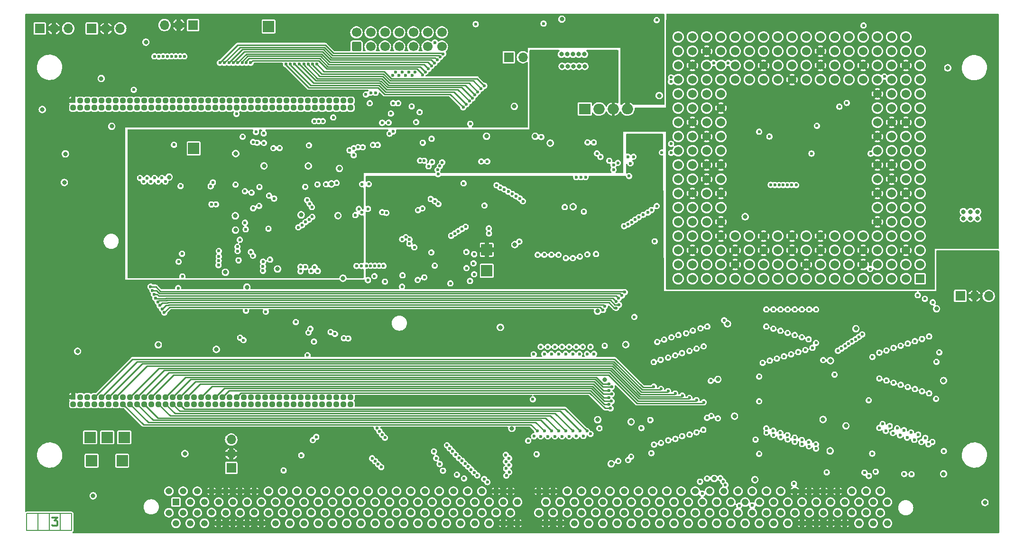
<source format=gbr>
G04 #@! TF.GenerationSoftware,KiCad,Pcbnew,7.0.6-0*
G04 #@! TF.CreationDate,2024-03-03T17:22:18+01:00*
G04 #@! TF.ProjectId,Z3660_v021d,5a333636-305f-4763-9032-31642e6b6963,v0.21d*
G04 #@! TF.SameCoordinates,Original*
G04 #@! TF.FileFunction,Copper,L3,Inr*
G04 #@! TF.FilePolarity,Positive*
%FSLAX46Y46*%
G04 Gerber Fmt 4.6, Leading zero omitted, Abs format (unit mm)*
G04 Created by KiCad (PCBNEW 7.0.6-0) date 2024-03-03 17:22:18*
%MOMM*%
%LPD*%
G01*
G04 APERTURE LIST*
G04 Aperture macros list*
%AMRoundRect*
0 Rectangle with rounded corners*
0 $1 Rounding radius*
0 $2 $3 $4 $5 $6 $7 $8 $9 X,Y pos of 4 corners*
0 Add a 4 corners polygon primitive as box body*
4,1,4,$2,$3,$4,$5,$6,$7,$8,$9,$2,$3,0*
0 Add four circle primitives for the rounded corners*
1,1,$1+$1,$2,$3*
1,1,$1+$1,$4,$5*
1,1,$1+$1,$6,$7*
1,1,$1+$1,$8,$9*
0 Add four rect primitives between the rounded corners*
20,1,$1+$1,$2,$3,$4,$5,0*
20,1,$1+$1,$4,$5,$6,$7,0*
20,1,$1+$1,$6,$7,$8,$9,0*
20,1,$1+$1,$8,$9,$2,$3,0*%
G04 Aperture macros list end*
G04 #@! TA.AperFunction,NonConductor*
%ADD10C,0.150000*%
G04 #@! TD*
%ADD11C,0.300000*%
G04 #@! TA.AperFunction,NonConductor*
%ADD12C,0.300000*%
G04 #@! TD*
G04 #@! TA.AperFunction,ComponentPad*
%ADD13R,1.700000X1.700000*%
G04 #@! TD*
G04 #@! TA.AperFunction,ComponentPad*
%ADD14O,1.700000X1.700000*%
G04 #@! TD*
G04 #@! TA.AperFunction,ComponentPad*
%ADD15RoundRect,0.250000X0.600000X-0.600000X0.600000X0.600000X-0.600000X0.600000X-0.600000X-0.600000X0*%
G04 #@! TD*
G04 #@! TA.AperFunction,ComponentPad*
%ADD16C,1.700000*%
G04 #@! TD*
G04 #@! TA.AperFunction,ComponentPad*
%ADD17R,2.000000X2.000000*%
G04 #@! TD*
G04 #@! TA.AperFunction,ComponentPad*
%ADD18R,2.000000X1.905000*%
G04 #@! TD*
G04 #@! TA.AperFunction,ComponentPad*
%ADD19O,2.000000X1.905000*%
G04 #@! TD*
G04 #@! TA.AperFunction,ComponentPad*
%ADD20C,1.524000*%
G04 #@! TD*
G04 #@! TA.AperFunction,ComponentPad*
%ADD21R,1.524000X1.524000*%
G04 #@! TD*
G04 #@! TA.AperFunction,ComponentPad*
%ADD22R,0.950000X0.950000*%
G04 #@! TD*
G04 #@! TA.AperFunction,ComponentPad*
%ADD23RoundRect,0.237500X-0.237500X0.237500X-0.237500X-0.237500X0.237500X-0.237500X0.237500X0.237500X0*%
G04 #@! TD*
G04 #@! TA.AperFunction,ComponentPad*
%ADD24R,1.200000X1.200000*%
G04 #@! TD*
G04 #@! TA.AperFunction,ComponentPad*
%ADD25O,1.200000X1.200000*%
G04 #@! TD*
G04 #@! TA.AperFunction,ViaPad*
%ADD26C,0.800000*%
G04 #@! TD*
G04 #@! TA.AperFunction,ViaPad*
%ADD27C,0.600000*%
G04 #@! TD*
G04 #@! TA.AperFunction,Conductor*
%ADD28C,0.250000*%
G04 #@! TD*
G04 APERTURE END LIST*
D10*
X80576000Y-118999000D02*
X88576000Y-118999000D01*
X80576000Y-122047000D02*
X80576000Y-118999000D01*
X84582000Y-118999000D02*
X84582000Y-122047000D01*
X88576000Y-122047000D02*
X80576000Y-122047000D01*
X86582000Y-118999000D02*
X86582000Y-122047000D01*
X82582000Y-118999000D02*
X82582000Y-122047000D01*
X88576000Y-118999000D02*
X88576000Y-122047000D01*
D11*
D12*
X85156000Y-119701328D02*
X86084572Y-119701328D01*
X86084572Y-119701328D02*
X85584572Y-120272757D01*
X85584572Y-120272757D02*
X85798857Y-120272757D01*
X85798857Y-120272757D02*
X85941715Y-120344185D01*
X85941715Y-120344185D02*
X86013143Y-120415614D01*
X86013143Y-120415614D02*
X86084572Y-120558471D01*
X86084572Y-120558471D02*
X86084572Y-120915614D01*
X86084572Y-120915614D02*
X86013143Y-121058471D01*
X86013143Y-121058471D02*
X85941715Y-121129900D01*
X85941715Y-121129900D02*
X85798857Y-121201328D01*
X85798857Y-121201328D02*
X85370286Y-121201328D01*
X85370286Y-121201328D02*
X85227429Y-121129900D01*
X85227429Y-121129900D02*
X85156000Y-121058471D01*
D13*
X247220000Y-80137000D03*
D14*
X249760000Y-80137000D03*
X252300000Y-80137000D03*
D13*
X110251000Y-31750000D03*
D14*
X107711000Y-31750000D03*
X105171000Y-31750000D03*
D15*
X139446000Y-35610800D03*
D16*
X139446000Y-33070800D03*
X141986000Y-35610800D03*
X141986000Y-33070800D03*
X144526000Y-35610800D03*
X144526000Y-33070800D03*
X147066000Y-35610800D03*
X147066000Y-33070800D03*
X149606000Y-35610800D03*
X149606000Y-33070800D03*
X152146000Y-35610800D03*
X152146000Y-33070800D03*
X154686000Y-35610800D03*
X154686000Y-33070800D03*
D17*
X123768000Y-32004000D03*
X162712400Y-75641200D03*
X110388400Y-53797200D03*
X92178000Y-109551600D03*
X97613600Y-109551600D03*
X94921200Y-105386000D03*
D13*
X166624000Y-37490400D03*
D14*
X169164000Y-37490400D03*
D13*
X117094000Y-110871000D03*
D14*
X117094000Y-108331000D03*
X117094000Y-105791000D03*
D17*
X97969200Y-105386000D03*
D13*
X82895300Y-32361200D03*
D14*
X85435300Y-32361200D03*
X87975300Y-32361200D03*
D18*
X180213000Y-46736000D03*
D19*
X182753000Y-46736000D03*
X185293000Y-46736000D03*
X187833000Y-46736000D03*
D13*
X92191700Y-32361200D03*
D14*
X94731700Y-32361200D03*
X97271700Y-32361200D03*
D17*
X91873200Y-105386000D03*
X162712400Y-71882000D03*
D20*
X232435000Y-69430900D03*
X229895000Y-69430900D03*
X209575000Y-69430900D03*
X207035000Y-69430900D03*
D21*
X240055000Y-77050900D03*
D20*
X237515000Y-77050900D03*
X234975000Y-77050900D03*
X232435000Y-77050900D03*
X229895000Y-77050900D03*
X227355000Y-77050900D03*
X224815000Y-77050900D03*
X222275000Y-77050900D03*
X219735000Y-77050900D03*
X217195000Y-77050900D03*
X214655000Y-77050900D03*
X212115000Y-77050900D03*
X209575000Y-77050900D03*
X207035000Y-77050900D03*
X204495000Y-77050900D03*
X201955000Y-77050900D03*
X199415000Y-77050900D03*
X196875000Y-77050900D03*
X240055000Y-74510900D03*
X237515000Y-74510900D03*
X232435000Y-54190900D03*
X232435000Y-49110900D03*
X232435000Y-46570900D03*
X227355000Y-69430900D03*
X224815000Y-69430900D03*
X219735000Y-69430900D03*
X214655000Y-69430900D03*
X234975000Y-74510900D03*
X232435000Y-74510900D03*
X229895000Y-74510900D03*
X227355000Y-74510900D03*
X224815000Y-74510900D03*
X222275000Y-74510900D03*
X219735000Y-74510900D03*
X217195000Y-74510900D03*
X214655000Y-74510900D03*
X212115000Y-74510900D03*
X209575000Y-74510900D03*
X207035000Y-74510900D03*
X204495000Y-74510900D03*
X201955000Y-74510900D03*
X199415000Y-74510900D03*
X196875000Y-74510900D03*
X240055000Y-71970900D03*
X237515000Y-71970900D03*
X234975000Y-71970900D03*
X232435000Y-71970900D03*
X229895000Y-71970900D03*
X227355000Y-71970900D03*
X224815000Y-71970900D03*
X222275000Y-71970900D03*
X219735000Y-71970900D03*
X217195000Y-71970900D03*
X214655000Y-71970900D03*
X212115000Y-71970900D03*
X209575000Y-71970900D03*
X207035000Y-71970900D03*
X204495000Y-71970900D03*
X201955000Y-71970900D03*
X199415000Y-71970900D03*
X196875000Y-71970900D03*
X240055000Y-69430900D03*
X237515000Y-69430900D03*
X234975000Y-69430900D03*
X201955000Y-69430900D03*
X199415000Y-69430900D03*
X196875000Y-69430900D03*
X240055000Y-66890900D03*
X237515000Y-66890900D03*
X234975000Y-66890900D03*
X201955000Y-66890900D03*
X199415000Y-66890900D03*
X196875000Y-66890900D03*
X240055000Y-64350900D03*
X237515000Y-64350900D03*
X234975000Y-64350900D03*
X201955000Y-64350900D03*
X199415000Y-64350900D03*
X196875000Y-64350900D03*
X240055000Y-61810900D03*
X237515000Y-61810900D03*
X234975000Y-61810900D03*
X201955000Y-61810900D03*
X199415000Y-61810900D03*
X196875000Y-61810900D03*
X240055000Y-59270900D03*
X237515000Y-59270900D03*
X234975000Y-59270900D03*
X201955000Y-59270900D03*
X199415000Y-59270900D03*
X196875000Y-59270900D03*
X240055000Y-56730900D03*
X237515000Y-56730900D03*
X234975000Y-56730900D03*
X201955000Y-56730900D03*
X199415000Y-56730900D03*
X196875000Y-56730900D03*
X240055000Y-54190900D03*
X237515000Y-54190900D03*
X234975000Y-54190900D03*
X201955000Y-54190900D03*
X199415000Y-54190900D03*
X196875000Y-54190900D03*
X240055000Y-51650900D03*
X237515000Y-51650900D03*
X234975000Y-51650900D03*
X201955000Y-51650900D03*
X199415000Y-51650900D03*
X196875000Y-51650900D03*
X240055000Y-49110900D03*
X237515000Y-49110900D03*
X234975000Y-49110900D03*
X201955000Y-49110900D03*
X199415000Y-49110900D03*
X196875000Y-49110900D03*
X240055000Y-46570900D03*
X237515000Y-46570900D03*
X234975000Y-46570900D03*
X201955000Y-46570900D03*
X199415000Y-46570900D03*
X196875000Y-46570900D03*
X240055000Y-44030900D03*
X237515000Y-44030900D03*
X234975000Y-44030900D03*
X201955000Y-44030900D03*
X199415000Y-44030900D03*
X196875000Y-44030900D03*
X240055000Y-41490900D03*
X237515000Y-41490900D03*
X234975000Y-41490900D03*
X201955000Y-41490900D03*
X199415000Y-41490900D03*
X196875000Y-41490900D03*
X240055000Y-38950900D03*
X237515000Y-38950900D03*
X234975000Y-38950900D03*
X232435000Y-38950900D03*
X229895000Y-38950900D03*
X227355000Y-38950900D03*
X224815000Y-38950900D03*
X222275000Y-38950900D03*
X219735000Y-38950900D03*
X217195000Y-38950900D03*
X214655000Y-38950900D03*
X212115000Y-38950900D03*
X209575000Y-38950900D03*
X207035000Y-38950900D03*
X204495000Y-38950900D03*
X201955000Y-38950900D03*
X199415000Y-38950900D03*
X196875000Y-38950900D03*
X240055000Y-36410900D03*
X237515000Y-36410900D03*
X234975000Y-36410900D03*
X232435000Y-36410900D03*
X229895000Y-36410900D03*
X227355000Y-36410900D03*
X224815000Y-36410900D03*
X222275000Y-36410900D03*
X219735000Y-36410900D03*
X217195000Y-36410900D03*
X214655000Y-36410900D03*
X212115000Y-36410900D03*
X209575000Y-36410900D03*
X207035000Y-36410900D03*
X204495000Y-36410900D03*
X201955000Y-36410900D03*
X199415000Y-36410900D03*
X196875000Y-36410900D03*
X237515000Y-33870900D03*
X234975000Y-33870900D03*
X232435000Y-33870900D03*
X229895000Y-33870900D03*
X227355000Y-33870900D03*
X224815000Y-33870900D03*
X222275000Y-33870900D03*
X219735000Y-33870900D03*
X217195000Y-33870900D03*
X214655000Y-33870900D03*
X212115000Y-33870900D03*
X209575000Y-33870900D03*
X207035000Y-33870900D03*
X204495000Y-33870900D03*
X201955000Y-33870900D03*
X199415000Y-33870900D03*
X196875000Y-33870900D03*
X222275000Y-69430900D03*
X217195000Y-69430900D03*
X212115000Y-69430900D03*
X204495000Y-69430900D03*
X232435000Y-66890900D03*
X204495000Y-66890900D03*
X232435000Y-64350900D03*
X204495000Y-64350900D03*
X232435000Y-61810900D03*
X204495000Y-61810900D03*
X232435000Y-59270900D03*
X204495000Y-59270900D03*
X232435000Y-56730900D03*
X204495000Y-56730900D03*
X204495000Y-54190900D03*
X232435000Y-51650900D03*
X204495000Y-51650900D03*
X204495000Y-49110900D03*
X204495000Y-46570900D03*
X232435000Y-44030900D03*
X204495000Y-44030900D03*
X232435000Y-41490900D03*
X229895000Y-41490900D03*
X227355000Y-41490900D03*
X224815000Y-41490900D03*
X222275000Y-41490900D03*
X219735000Y-41490900D03*
X217195000Y-41490900D03*
X214655000Y-41490900D03*
X212115000Y-41490900D03*
X209575000Y-41490900D03*
X207035000Y-41490900D03*
X204495000Y-41490900D03*
D22*
X88883000Y-45256500D03*
D23*
X88883000Y-46526500D03*
X90153000Y-45256500D03*
X90153000Y-46526500D03*
X91423000Y-45256500D03*
X91423000Y-46526500D03*
X92693000Y-45256500D03*
X92693000Y-46526500D03*
X93963000Y-45256500D03*
X93963000Y-46526500D03*
X95233000Y-45256500D03*
X95233000Y-46526500D03*
X96503000Y-45256500D03*
X96503000Y-46526500D03*
X97773000Y-45256500D03*
X97773000Y-46526500D03*
X99043000Y-45256500D03*
X99043000Y-46526500D03*
X100313000Y-45256500D03*
X100313000Y-46526500D03*
X101583000Y-45256500D03*
X101583000Y-46526500D03*
X102853000Y-45256500D03*
X102853000Y-46526500D03*
X104123000Y-45256500D03*
X104123000Y-46526500D03*
X105393000Y-45256500D03*
X105393000Y-46526500D03*
X106663000Y-45256500D03*
X106663000Y-46526500D03*
X107933000Y-45256500D03*
X107933000Y-46526500D03*
X109203000Y-45256500D03*
X109203000Y-46526500D03*
X110473000Y-45256500D03*
X110473000Y-46526500D03*
X111743000Y-45256500D03*
X111743000Y-46526500D03*
X113013000Y-45256500D03*
X113013000Y-46526500D03*
X114283000Y-45256500D03*
X114283000Y-46526500D03*
X115553000Y-45256500D03*
X115553000Y-46526500D03*
X116823000Y-45256500D03*
X116823000Y-46526500D03*
X118093000Y-45256500D03*
X118093000Y-46526500D03*
X119363000Y-45256500D03*
X119363000Y-46526500D03*
X120633000Y-45256500D03*
X120633000Y-46526500D03*
X121903000Y-45256500D03*
X121903000Y-46526500D03*
X123173000Y-45256500D03*
X123173000Y-46526500D03*
X124443000Y-45256500D03*
X124443000Y-46526500D03*
X125713000Y-45256500D03*
X125713000Y-46526500D03*
X126983000Y-45256500D03*
X126983000Y-46526500D03*
X128253000Y-45256500D03*
X128253000Y-46526500D03*
X129523000Y-45256500D03*
X129523000Y-46526500D03*
X130793000Y-45256500D03*
X130793000Y-46526500D03*
X132063000Y-45256500D03*
X132063000Y-46526500D03*
X133333000Y-45256500D03*
X133333000Y-46526500D03*
X134603000Y-45256500D03*
X134603000Y-46526500D03*
X135873000Y-45256500D03*
X135873000Y-46526500D03*
X137143000Y-45256500D03*
X137143000Y-46526500D03*
X138413000Y-45256500D03*
X138413000Y-46526500D03*
D22*
X88883000Y-98193000D03*
D23*
X88883000Y-99463000D03*
X90153000Y-98193000D03*
X90153000Y-99463000D03*
X91423000Y-98193000D03*
X91423000Y-99463000D03*
X92693000Y-98193000D03*
X92693000Y-99463000D03*
X93963000Y-98193000D03*
X93963000Y-99463000D03*
X95233000Y-98193000D03*
X95233000Y-99463000D03*
X96503000Y-98193000D03*
X96503000Y-99463000D03*
X97773000Y-98193000D03*
X97773000Y-99463000D03*
X99043000Y-98193000D03*
X99043000Y-99463000D03*
X100313000Y-98193000D03*
X100313000Y-99463000D03*
X101583000Y-98193000D03*
X101583000Y-99463000D03*
X102853000Y-98193000D03*
X102853000Y-99463000D03*
X104123000Y-98193000D03*
X104123000Y-99463000D03*
X105393000Y-98193000D03*
X105393000Y-99463000D03*
X106663000Y-98193000D03*
X106663000Y-99463000D03*
X107933000Y-98193000D03*
X107933000Y-99463000D03*
X109203000Y-98193000D03*
X109203000Y-99463000D03*
X110473000Y-98193000D03*
X110473000Y-99463000D03*
X111743000Y-98193000D03*
X111743000Y-99463000D03*
X113013000Y-98193000D03*
X113013000Y-99463000D03*
X114283000Y-98193000D03*
X114283000Y-99463000D03*
X115553000Y-98193000D03*
X115553000Y-99463000D03*
X116823000Y-98193000D03*
X116823000Y-99463000D03*
X118093000Y-98193000D03*
X118093000Y-99463000D03*
X119363000Y-98193000D03*
X119363000Y-99463000D03*
X120633000Y-98193000D03*
X120633000Y-99463000D03*
X121903000Y-98193000D03*
X121903000Y-99463000D03*
X123173000Y-98193000D03*
X123173000Y-99463000D03*
X124443000Y-98193000D03*
X124443000Y-99463000D03*
X125713000Y-98193000D03*
X125713000Y-99463000D03*
X126983000Y-98193000D03*
X126983000Y-99463000D03*
X128253000Y-98193000D03*
X128253000Y-99463000D03*
X129523000Y-98193000D03*
X129523000Y-99463000D03*
X130793000Y-98193000D03*
X130793000Y-99463000D03*
X132063000Y-98193000D03*
X132063000Y-99463000D03*
X133333000Y-98193000D03*
X133333000Y-99463000D03*
X134603000Y-98193000D03*
X134603000Y-99463000D03*
X135873000Y-98193000D03*
X135873000Y-99463000D03*
X137143000Y-98193000D03*
X137143000Y-99463000D03*
X138413000Y-98193000D03*
X138413000Y-99463000D03*
D24*
X107239000Y-116954500D03*
D25*
X105964986Y-115024415D03*
X107234986Y-120739415D03*
X105964986Y-118859500D03*
X109774986Y-116954500D03*
X108504986Y-115024415D03*
X109774986Y-120739415D03*
X108504986Y-118859500D03*
X112314986Y-116929415D03*
X111044986Y-115024415D03*
X112314986Y-120739415D03*
X111044986Y-118859500D03*
X114854986Y-116954500D03*
X113584986Y-115024415D03*
X114854986Y-120739415D03*
X113584986Y-118834415D03*
X117394986Y-116954500D03*
X116124986Y-115024415D03*
X117394986Y-120739415D03*
X116124986Y-118859500D03*
X119934986Y-116954500D03*
X118664986Y-115024415D03*
X119934986Y-120739415D03*
X118664986Y-118859500D03*
X122474986Y-116954500D03*
X121204986Y-115024415D03*
X122474986Y-120739415D03*
X121204986Y-118834415D03*
X125014986Y-116954500D03*
X123744986Y-115024415D03*
X125014986Y-120739415D03*
X123744986Y-118859500D03*
X127554986Y-116954500D03*
X126284986Y-115024415D03*
X127554986Y-120739415D03*
X126284986Y-118834415D03*
X130094986Y-116954500D03*
X128824986Y-115024415D03*
X130094986Y-120739415D03*
X128824986Y-118859500D03*
X132634986Y-116929415D03*
X131364986Y-115024415D03*
X132634986Y-120739415D03*
X131364986Y-118834415D03*
X135174986Y-116954500D03*
X133904986Y-115024415D03*
X135174986Y-120739415D03*
X133904986Y-118859500D03*
X137714986Y-116929415D03*
X136444986Y-115024415D03*
X137714986Y-120739415D03*
X136444986Y-118859500D03*
X140254986Y-116954500D03*
X138984986Y-115024415D03*
X140254986Y-120739415D03*
X138984986Y-118859500D03*
X142794986Y-116954500D03*
X141524986Y-115024415D03*
X142794986Y-120739415D03*
X141524986Y-118834415D03*
X145334986Y-116954500D03*
X144064986Y-115024415D03*
X145334986Y-120739415D03*
X144064986Y-118859500D03*
X147874986Y-116954500D03*
X146604986Y-115024415D03*
X147874986Y-120739415D03*
X146604986Y-118859500D03*
X150414986Y-116954500D03*
X149144986Y-115024415D03*
X150414986Y-120739415D03*
X149144986Y-118834415D03*
X152954986Y-116954500D03*
X151684986Y-115024415D03*
X152954986Y-120739415D03*
X151684986Y-118859500D03*
X155494986Y-116954500D03*
X154224986Y-115024415D03*
X155494986Y-120739415D03*
X154224986Y-118834415D03*
X158034986Y-116954500D03*
X156764986Y-115024415D03*
X158034986Y-120739415D03*
X156764986Y-118859500D03*
X160574986Y-116954500D03*
X159304986Y-115024415D03*
X160574986Y-120739415D03*
X159304986Y-118834415D03*
X163114986Y-116954500D03*
X161844986Y-115024415D03*
X163114986Y-120739415D03*
X161844986Y-118859500D03*
X165654986Y-116954500D03*
X164384986Y-115024415D03*
X165654986Y-120739415D03*
X164384986Y-118834415D03*
X168194986Y-116929415D03*
X166924986Y-115024415D03*
X168194986Y-120739415D03*
X166924986Y-118859500D03*
X173274986Y-116929415D03*
X172004986Y-115024415D03*
X173274986Y-120739415D03*
X172004986Y-118859500D03*
X175814986Y-116929415D03*
X174544986Y-115024415D03*
X175814986Y-120739415D03*
X174544986Y-118834415D03*
X178354986Y-116929415D03*
X177084986Y-115024415D03*
X178354986Y-120739415D03*
X177084986Y-118859500D03*
X180894986Y-116954500D03*
X179624986Y-115024415D03*
X180894986Y-120739415D03*
X179624986Y-118859500D03*
X183434986Y-116954500D03*
X182164986Y-115024415D03*
X183434986Y-120739415D03*
X182164986Y-118834415D03*
X185974986Y-116929415D03*
X184704986Y-115024415D03*
X185974986Y-120739415D03*
X184704986Y-118859500D03*
X188514986Y-116954500D03*
X187244986Y-115024415D03*
X188514986Y-120739415D03*
X187244986Y-118859500D03*
X191054986Y-116929415D03*
X189784986Y-115024415D03*
X191054986Y-120739415D03*
X189784986Y-118859500D03*
X193594986Y-116929415D03*
X192324986Y-115024415D03*
X193594986Y-120739415D03*
X192324986Y-118834415D03*
X196134986Y-116929415D03*
X194864986Y-115024415D03*
X196134986Y-120739415D03*
X194864986Y-118859500D03*
X198674986Y-116954500D03*
X197404986Y-115024415D03*
X198674986Y-120739415D03*
X197404986Y-118859500D03*
X201219000Y-116954500D03*
X199944986Y-115024415D03*
X201214986Y-120739415D03*
X199944986Y-118859500D03*
X203754986Y-116929415D03*
X202484986Y-115024415D03*
X203754986Y-120739415D03*
X202484986Y-118859500D03*
X206294986Y-116954500D03*
X205024986Y-115024415D03*
X206294986Y-120739415D03*
X205024986Y-118834415D03*
X208834986Y-116954500D03*
X207564986Y-115024415D03*
X208834986Y-120739415D03*
X207564986Y-118859500D03*
X211379000Y-116954500D03*
X210104986Y-115024415D03*
X211374986Y-120739415D03*
X210104986Y-118859500D03*
X213919000Y-116954500D03*
X212644986Y-115024415D03*
X213914986Y-120739415D03*
X212644986Y-118859500D03*
X216454986Y-116954500D03*
X215184986Y-115024415D03*
X216454986Y-120739415D03*
X215184986Y-118859500D03*
X218994986Y-116954500D03*
X217724986Y-115024415D03*
X218994986Y-120739415D03*
X217724986Y-118859500D03*
X221534986Y-116954500D03*
X220264986Y-115024415D03*
X221534986Y-120739415D03*
X220264986Y-118859500D03*
X224074986Y-116954500D03*
X222804986Y-115024415D03*
X224074986Y-120739415D03*
X222804986Y-118859500D03*
X226614986Y-116954500D03*
X225344986Y-115024415D03*
X226614986Y-120739415D03*
X225344986Y-118859500D03*
X229154986Y-116954500D03*
X227884986Y-115024415D03*
X229154986Y-120739415D03*
X227884986Y-118834415D03*
X231694986Y-116954500D03*
X230424986Y-115024415D03*
X231694986Y-120739415D03*
X230424986Y-118834415D03*
X234234986Y-116954500D03*
X232964986Y-115024415D03*
X234234986Y-120739415D03*
X232964986Y-118859500D03*
D26*
X176107477Y-30690810D03*
X178077293Y-36969500D03*
X136398000Y-57368982D03*
X92440000Y-115824000D03*
X95758000Y-49834800D03*
X247777000Y-66294000D03*
X203962000Y-95032198D03*
X222732600Y-102187194D03*
X187522898Y-88818502D03*
X224002600Y-107812400D03*
X93878400Y-41300400D03*
X226822000Y-103334445D03*
X224045449Y-91691599D03*
X178119400Y-64185865D03*
X205673697Y-85098000D03*
X116051327Y-75909273D03*
X193497200Y-44348400D03*
X162661602Y-51612802D03*
X89662000Y-90017600D03*
X165137644Y-85740515D03*
X104063800Y-88864000D03*
X203300000Y-112739800D03*
X130849500Y-56903872D03*
X177165000Y-39116000D03*
X188468000Y-102616000D03*
X183769000Y-95123000D03*
X125349000Y-75311000D03*
X179197000Y-39116000D03*
X167175000Y-103789498D03*
X210566000Y-112947670D03*
X250316950Y-65087500D03*
X176149000Y-39116000D03*
X182499000Y-102235000D03*
X249047000Y-66294000D03*
X136144000Y-65786000D03*
X244246400Y-95250000D03*
X242990500Y-82423000D03*
X228600000Y-85979000D03*
X176020094Y-36969500D03*
X180144300Y-36969500D03*
X208835141Y-65985141D03*
X134975600Y-60131226D03*
X249047000Y-65087500D03*
X179122299Y-36969500D03*
X167629700Y-46280400D03*
X114427000Y-89676800D03*
X83362800Y-46837602D03*
X117887764Y-54692564D03*
X108818700Y-108305600D03*
X182480428Y-82858600D03*
X137033000Y-76962000D03*
X122936000Y-56896000D03*
X105997269Y-58899531D03*
X250317000Y-66294000D03*
X180213000Y-39116000D03*
X244246400Y-111912400D03*
X174040800Y-52832000D03*
X117823576Y-65818444D03*
X206933800Y-101600000D03*
X251637800Y-117017800D03*
X87299800Y-59857200D03*
X117855992Y-68377217D03*
X119888000Y-78552412D03*
X87477600Y-54762400D03*
X129565400Y-65648400D03*
X247777008Y-65087500D03*
X184912000Y-110109000D03*
X101854000Y-34798000D03*
X178181000Y-39116000D03*
D27*
X221640400Y-49733200D03*
D26*
X167711400Y-70967602D03*
X177068242Y-36969500D03*
X245000000Y-39400000D03*
X180961720Y-30690810D03*
X181991000Y-30690810D03*
X184023000Y-30690810D03*
X84963000Y-115824000D03*
X188976000Y-52578000D03*
X228727000Y-83947000D03*
X207010000Y-99110800D03*
X188000000Y-52600008D03*
X183007000Y-30690810D03*
X185039000Y-30690810D03*
X189864951Y-52578491D03*
X189865000Y-51689000D03*
X179958443Y-30690810D03*
X208661000Y-83185000D03*
X188067505Y-30690810D03*
X188468000Y-100635003D03*
X167182914Y-99537510D03*
D27*
X231241579Y-54711621D03*
D26*
X189083505Y-30690810D03*
X188290926Y-84597974D03*
X168351200Y-69137000D03*
X249046999Y-76962000D03*
X167868600Y-82971200D03*
X250380503Y-76961998D03*
X89859901Y-57591295D03*
X177907505Y-30690810D03*
X247650001Y-76962000D03*
X243382800Y-117017798D03*
X210018000Y-99060000D03*
X186054443Y-30690810D03*
X171348402Y-51612800D03*
X83362800Y-54762398D03*
D27*
X220675200Y-54711600D03*
D26*
X100584000Y-108305600D03*
X190753951Y-52578491D03*
X230211000Y-102733995D03*
X188976049Y-51688509D03*
X187070443Y-30690810D03*
X227116862Y-99291030D03*
X191121720Y-30690810D03*
X190099505Y-30690810D03*
X188023016Y-51688514D03*
X178929720Y-30690810D03*
X190754000Y-51689000D03*
D27*
X221458418Y-106641000D03*
X241548011Y-106627529D03*
X229743000Y-86995000D03*
X241681000Y-87376000D03*
X221488000Y-82550000D03*
X220206990Y-106241000D03*
X240284000Y-106232500D03*
X220261022Y-82550000D03*
X229142363Y-87443318D03*
X240411000Y-87823500D03*
X218948000Y-105841000D03*
X239014000Y-105832989D03*
X238531404Y-111977996D03*
X239141000Y-88223011D03*
X218948000Y-82550000D03*
X228522450Y-87864581D03*
X237744000Y-105433478D03*
X237210595Y-111936405D03*
X217678001Y-105441000D03*
X227886238Y-88260799D03*
X217678000Y-82550000D03*
X237871000Y-88646000D03*
X216385250Y-105005522D03*
X236474000Y-105033967D03*
X227250503Y-88657783D03*
X236601000Y-89027000D03*
X216408000Y-82550000D03*
X235208289Y-104636782D03*
X215106518Y-104606011D03*
X226652239Y-89109262D03*
X215138000Y-82550000D03*
X235331000Y-89421544D03*
X213836518Y-104206500D03*
X233934000Y-104234945D03*
X226026675Y-89522086D03*
X234061000Y-89871533D03*
X213868000Y-82550000D03*
X232791010Y-103715262D03*
X212599242Y-103787200D03*
X232791000Y-90271044D03*
X217550996Y-113665000D03*
X225399608Y-89932624D03*
X212598000Y-82550000D03*
X192517741Y-91948017D03*
X204397269Y-112667299D03*
X172974000Y-90490500D03*
X193751206Y-91548002D03*
X204891974Y-113275960D03*
X174244000Y-90490500D03*
X205308000Y-113900000D03*
X175524509Y-90490500D03*
X195071998Y-91148000D03*
X196342000Y-90747994D03*
X176784000Y-90490500D03*
X197561200Y-90347996D03*
X178054000Y-90490500D03*
X201168000Y-115443000D03*
X198881820Y-89947985D03*
X179252100Y-90490500D03*
X200787001Y-113309027D03*
X180594000Y-90490500D03*
X200151874Y-89547980D03*
X207772000Y-117602000D03*
X202038403Y-112725200D03*
X201422000Y-89147998D03*
X210108802Y-117551200D03*
X181850245Y-90490500D03*
X130962400Y-53238400D03*
X172440600Y-51739800D03*
X166161681Y-110968633D03*
X151552608Y-76801501D03*
X122751841Y-74860907D03*
X144239369Y-74761431D03*
X150368000Y-77276500D03*
X166195000Y-112220000D03*
X131495800Y-64260600D03*
X154062090Y-63702216D03*
X166703000Y-111591001D03*
X148894800Y-70048997D03*
X119674500Y-68242200D03*
X131072191Y-63641682D03*
X153466802Y-63246004D03*
X130656303Y-63017549D03*
X152700874Y-62822287D03*
X108377606Y-76627608D03*
X149779331Y-71454670D03*
X156210000Y-77892600D03*
X143489382Y-74756609D03*
X147605059Y-70013033D03*
X107701301Y-74010301D03*
X118618000Y-70104000D03*
X148894800Y-70799000D03*
X148260592Y-69648643D03*
X108310901Y-72587901D03*
X122746729Y-75636201D03*
X147675598Y-76454000D03*
X147583400Y-78467600D03*
X142734590Y-74761400D03*
X142646400Y-76606400D03*
X130708400Y-90728800D03*
X128625598Y-84785200D03*
X141969788Y-74761400D03*
X141500000Y-77317600D03*
X131368800Y-75692014D03*
X131852000Y-88293400D03*
X130318513Y-74956541D03*
X141219794Y-74761400D03*
X135890000Y-59943996D03*
X145188345Y-49174400D03*
X113563403Y-63779399D03*
X121513413Y-50850603D03*
X139241964Y-65700600D03*
X186108011Y-56375000D03*
X121005600Y-64465200D03*
X134010400Y-60198000D03*
X144038345Y-49205229D03*
X141986000Y-43840400D03*
X144018000Y-65176400D03*
X188104487Y-58722113D03*
X188346674Y-56449938D03*
X144780000Y-65289400D03*
X142866404Y-43856831D03*
X141822827Y-45716982D03*
X160731204Y-31597600D03*
X107619800Y-78732603D03*
X114884202Y-72100000D03*
X146908302Y-45714698D03*
X132537196Y-75692000D03*
X145999196Y-45720000D03*
X131963647Y-75007508D03*
X133448341Y-48924500D03*
X171075000Y-90551000D03*
X183769000Y-89027000D03*
X118397848Y-73771536D03*
X160324800Y-74320400D03*
X122072400Y-64041706D03*
X180340000Y-58922700D03*
X224784513Y-94178087D03*
X211328000Y-94538800D03*
X159081033Y-75157767D03*
X120599200Y-72288400D03*
X160462400Y-76263758D03*
X120976072Y-72962911D03*
X170925000Y-98600000D03*
X188468000Y-108839000D03*
X203962000Y-102000000D03*
X190301268Y-103727468D03*
X179527200Y-58924988D03*
X189052200Y-83885600D03*
X205078748Y-84490925D03*
X123839651Y-62230523D03*
X232136641Y-111523204D03*
X122783601Y-74015599D03*
X243484400Y-90220800D03*
X231546400Y-91033600D03*
X166098598Y-108515602D03*
X153416000Y-74726800D03*
X171600000Y-108400000D03*
X159715200Y-77470000D03*
X124002987Y-73660187D03*
X244298020Y-107850000D03*
X231521000Y-108300000D03*
X160462392Y-72669232D03*
X168520474Y-70424500D03*
X180035200Y-65074800D03*
X118235561Y-72112785D03*
X145588789Y-47552811D03*
X149301200Y-46278800D03*
X139442885Y-74780709D03*
X150723600Y-47299815D03*
X119278400Y-88036400D03*
X140360400Y-74777598D03*
X150088600Y-49098200D03*
X131949335Y-48924500D03*
X132698838Y-48924500D03*
X118028425Y-47612813D03*
X119126000Y-51679814D03*
X188899996Y-55275000D03*
X138961753Y-55003689D03*
X184588214Y-55975000D03*
X187900000Y-55275000D03*
X183000000Y-55300006D03*
X138201400Y-54116800D03*
X193954400Y-54507878D03*
X182372661Y-54666692D03*
X138963400Y-53761200D03*
X139729913Y-53564087D03*
X181800000Y-52700000D03*
X180699999Y-52700001D03*
X140563600Y-53584600D03*
X131546600Y-66004000D03*
X158276800Y-68172295D03*
X157616400Y-68572295D03*
X130984823Y-66500901D03*
X186189232Y-109619168D03*
X210693000Y-105800000D03*
X156984091Y-68975642D03*
X130351348Y-66929726D03*
X129725947Y-67493400D03*
X156346400Y-69372295D03*
X151536400Y-55981600D03*
X124612400Y-53746400D03*
X230142712Y-111697668D03*
X166126177Y-109718653D03*
X230911400Y-112282800D03*
X125727640Y-53720989D03*
X150783802Y-55959400D03*
X166700200Y-110368600D03*
X178675604Y-58924962D03*
X124739400Y-62752800D03*
X129057400Y-67883600D03*
X187943957Y-109448440D03*
X159054800Y-72288400D03*
X170100000Y-106000000D03*
X166700196Y-109133200D03*
X152806942Y-72376793D03*
X118194553Y-71340620D03*
X223393000Y-111622400D03*
X229971599Y-31833000D03*
X135300000Y-48260000D03*
X118668800Y-87579200D03*
X185327600Y-56758400D03*
X225653600Y-46329600D03*
X119532400Y-61417200D03*
X132486400Y-60221018D03*
X123252241Y-82944947D03*
X226974400Y-45653000D03*
X114362427Y-63765627D03*
X185327600Y-57571011D03*
X162818232Y-113381363D03*
X157734000Y-109102200D03*
X162243232Y-112846451D03*
X157159000Y-108496436D03*
X161010413Y-112191987D03*
X158648400Y-112725200D03*
X156616254Y-107899053D03*
X157378400Y-112064800D03*
X160458775Y-111683854D03*
X156085505Y-107369139D03*
X154896216Y-111359245D03*
X159922637Y-111157112D03*
X155590130Y-106806016D03*
X143865600Y-110693200D03*
X143306800Y-110185200D03*
X142773883Y-109657466D03*
X142233875Y-109136990D03*
X143547284Y-104324929D03*
X135600000Y-86900002D03*
X134830002Y-86569998D03*
X143118658Y-103709474D03*
X144526000Y-105460800D03*
X137979893Y-87720107D03*
X144021114Y-104906297D03*
X137200000Y-87671275D03*
X154305373Y-110160173D03*
X159390350Y-110628743D03*
X158838459Y-110120885D03*
X153684892Y-109123218D03*
X153280621Y-107912865D03*
X158309000Y-109584613D03*
X122887031Y-51103343D03*
X205790800Y-38506400D03*
X121740262Y-52758109D03*
X203200000Y-38506400D03*
X121000248Y-52636111D03*
X180648019Y-72710999D03*
X154736800Y-56286400D03*
X154330400Y-56946800D03*
X179324105Y-73100000D03*
X153924000Y-57607200D03*
X178075000Y-73399835D03*
X176825000Y-73365412D03*
X154005111Y-58389689D03*
X152946319Y-56235016D03*
X175514000Y-72800000D03*
X174244000Y-72771000D03*
X152321237Y-56981436D03*
X172974000Y-72771000D03*
X132270126Y-105323200D03*
X163067999Y-68071999D03*
X163093400Y-68961000D03*
X131663300Y-105898200D03*
X171785054Y-72785554D03*
X221488000Y-88519000D03*
X180594000Y-104267000D03*
X193141600Y-88341200D03*
X221491207Y-107390286D03*
X181229000Y-89214500D03*
X179838001Y-89214500D03*
X220157500Y-87884000D03*
X179324000Y-104267000D03*
X220220077Y-106990889D03*
X194377000Y-87937202D03*
X195662995Y-87530806D03*
X178054000Y-104267000D03*
X178689000Y-89214500D03*
X218948000Y-87503000D03*
X218992004Y-106589711D03*
X196917000Y-87124412D03*
X176784000Y-104267000D03*
X177419000Y-89214500D03*
X217678000Y-87122000D03*
X217678000Y-106191002D03*
X175514000Y-104267000D03*
X216410936Y-105754585D03*
X176149000Y-89214500D03*
X198282943Y-86797957D03*
X216408000Y-86741000D03*
X174244000Y-104267000D03*
X215156184Y-105368811D03*
X215139967Y-86360000D03*
X199498394Y-86319000D03*
X174879000Y-89214500D03*
X173610300Y-89214500D03*
X213886184Y-104969300D03*
X200856208Y-85919000D03*
X172974000Y-104267000D03*
X213868000Y-85979000D03*
X212644557Y-104555060D03*
X202082400Y-85598000D03*
X171704000Y-104267000D03*
X172339000Y-89214500D03*
X212598000Y-85598000D03*
X201362002Y-104055602D03*
X181229000Y-104775000D03*
X211963000Y-92075000D03*
X184794200Y-100203000D03*
X184495428Y-99515077D03*
X213233000Y-91694000D03*
X200152000Y-104500600D03*
X179959000Y-105156000D03*
X178689000Y-105170804D03*
X214503000Y-91313000D03*
X184970834Y-98933000D03*
X198907400Y-104900600D03*
X215773000Y-90932000D03*
X184531000Y-98298000D03*
X177419000Y-105221602D03*
X197586600Y-105170800D03*
X217043000Y-90551000D03*
X185003800Y-97663000D03*
X176149000Y-105221600D03*
X196367400Y-105678800D03*
X174879000Y-105221600D03*
X218313000Y-90170000D03*
X195097400Y-105932800D03*
X184531000Y-97028000D03*
X185003800Y-96393000D03*
X219583000Y-89789000D03*
X193802000Y-106390000D03*
X173609000Y-105221596D03*
X184509022Y-95818500D03*
X192557400Y-106694800D03*
X172339000Y-105221600D03*
X220853000Y-89408000D03*
X201422000Y-99139400D03*
X242256000Y-106200000D03*
X242316000Y-81280000D03*
X241681000Y-97536000D03*
X200152000Y-98739400D03*
X240986000Y-105499998D03*
X240919000Y-80645000D03*
X240411000Y-97155000D03*
X239716000Y-104921116D03*
X198882000Y-98339400D03*
X239141000Y-96774000D03*
X239649000Y-80010000D03*
X197612000Y-97939400D03*
X237871000Y-96393000D03*
X238446000Y-104521000D03*
X196342000Y-97539400D03*
X236601000Y-96012000D03*
X237176000Y-104140000D03*
X235331000Y-95631000D03*
X235966000Y-103759000D03*
X195072000Y-97139400D03*
X234636000Y-103394064D03*
X193802000Y-96739400D03*
X234061000Y-95250000D03*
X233366000Y-102997000D03*
X192518230Y-96333000D03*
X232791000Y-94866056D03*
X129459548Y-74930553D03*
X122926986Y-52814479D03*
X211339433Y-108339427D03*
X150428804Y-64822295D03*
X144526000Y-77571600D03*
X139871780Y-64603548D03*
X151207722Y-64495800D03*
X141499770Y-64588570D03*
X113811745Y-59878544D03*
X149921200Y-40154202D03*
X164449229Y-60371929D03*
X195626410Y-54567795D03*
X103378000Y-37338000D03*
X186827042Y-80046200D03*
X103013327Y-79152814D03*
X101463600Y-59708800D03*
X104164889Y-37363578D03*
X149346200Y-40719401D03*
X165118238Y-60775038D03*
X102073200Y-59099200D03*
X186252829Y-80536029D03*
X103288422Y-79850006D03*
X104913941Y-37337586D03*
X165850832Y-61101232D03*
X148771200Y-40156521D03*
X103566943Y-80545836D03*
X185791800Y-81127600D03*
X102733600Y-59708800D03*
X148196200Y-40719400D03*
X166568850Y-61514450D03*
X105688249Y-37352395D03*
X103978843Y-81172009D03*
X103394000Y-59048400D03*
X186296602Y-81722913D03*
X106437609Y-37337802D03*
X147574000Y-40154200D03*
X167280050Y-61920850D03*
X185791800Y-82277600D03*
X104054400Y-59708800D03*
X104318466Y-81840149D03*
X167936494Y-62323294D03*
X107188000Y-37338000D03*
X147046200Y-40719400D03*
X104755453Y-82449080D03*
X104714800Y-59048400D03*
X183769000Y-81958600D03*
X231140000Y-75336400D03*
X168594900Y-62723400D03*
X107950000Y-37338000D03*
X146424999Y-40154200D03*
X183452908Y-82638740D03*
X105324400Y-59708800D03*
X105127482Y-83099732D03*
X145896200Y-40719400D03*
X108712000Y-37338000D03*
X169169184Y-63223530D03*
X192109787Y-64797027D03*
X154921220Y-36899208D03*
X115062000Y-38481000D03*
X115862103Y-38493363D03*
X191465200Y-65227204D03*
X154390774Y-37429426D03*
X116703920Y-38477681D03*
X190648325Y-65635587D03*
X153881644Y-37980144D03*
X189835682Y-66088396D03*
X153353100Y-38518873D03*
X117475000Y-38481000D03*
X189167328Y-66493331D03*
X152822769Y-39049205D03*
X118268593Y-38481000D03*
X119036730Y-38481000D03*
X188568278Y-66944600D03*
X152292438Y-39579536D03*
X119786232Y-38480782D03*
X151762113Y-40109860D03*
X187920325Y-67344600D03*
X120535734Y-38481004D03*
X187238340Y-67665600D03*
X151221200Y-40665587D03*
X129455500Y-75742800D03*
X123738500Y-68124400D03*
X152857200Y-52070000D03*
X159766000Y-49377608D03*
X213156800Y-51663600D03*
X211328000Y-50800008D03*
X140439002Y-60189951D03*
X162791099Y-56122625D03*
X131219002Y-86013513D03*
X99695000Y-43307000D03*
X141129134Y-44164201D03*
X102671110Y-78486000D03*
X187356854Y-79471200D03*
X100803200Y-59048400D03*
X213386221Y-60287091D03*
X126873000Y-38735000D03*
X158510803Y-46445999D03*
X127635000Y-38735000D03*
X214135844Y-60310928D03*
X159066533Y-45890269D03*
X214885713Y-60325073D03*
X128397000Y-38735000D03*
X159606997Y-45349805D03*
X215635568Y-60310199D03*
X129221787Y-38732739D03*
X160137181Y-44819620D03*
X130048000Y-38735000D03*
X160573552Y-44196603D03*
X216395703Y-60325421D03*
X217144767Y-60299767D03*
X161103884Y-43666272D03*
X130810000Y-38735000D03*
X131572000Y-38735000D03*
X217932000Y-60325000D03*
X161686106Y-43087167D03*
X162257096Y-42600882D03*
X132334000Y-38735000D03*
X172847000Y-31496000D03*
X193040000Y-30861000D03*
X176631600Y-64262000D03*
X193040002Y-64075000D03*
X158546800Y-60026400D03*
X141642238Y-60159038D03*
X119736345Y-82758600D03*
X130877000Y-86681000D03*
X113414096Y-60541036D03*
X145341400Y-51155600D03*
X233680000Y-40944800D03*
X195578801Y-41855749D03*
X195606901Y-41106273D03*
X145983911Y-50768710D03*
X195610620Y-52953406D03*
X143235272Y-53171400D03*
X117856000Y-60248800D03*
X120717008Y-61671200D03*
X122123000Y-60655200D03*
X130308796Y-60631226D03*
X222758000Y-91592400D03*
X140446780Y-65203050D03*
X202692000Y-95300800D03*
X202029747Y-101903749D03*
X162274650Y-63988550D03*
X182818899Y-103785999D03*
X242976400Y-91897200D03*
X211328002Y-98958400D03*
X192097779Y-108226605D03*
X171136261Y-105185519D03*
X158937200Y-67772297D03*
X191899596Y-102301000D03*
X230886006Y-98755200D03*
X119522100Y-67057600D03*
X114824202Y-74625200D03*
X114858800Y-73066600D03*
X114850414Y-73871388D03*
X242916400Y-98499998D03*
X192685237Y-70375000D03*
X182219600Y-72644000D03*
X202774296Y-101566922D03*
X142392404Y-53171400D03*
X151282400Y-52771400D03*
X106872900Y-53138400D03*
X161728987Y-56127313D03*
X153437050Y-34865002D03*
X108051600Y-60502798D03*
X129590800Y-108610400D03*
X126441200Y-111302798D03*
D26*
X209296000Y-44069000D03*
X250316942Y-53213000D03*
X125222000Y-65659000D03*
X117099296Y-56890704D03*
D27*
X183800000Y-51000000D03*
D26*
X195141365Y-69325000D03*
X122428000Y-65659000D03*
X132718048Y-65659000D03*
X117398796Y-76454000D03*
X245500000Y-30900000D03*
X99060000Y-51547400D03*
X121158002Y-73812401D03*
D27*
X216941400Y-56159400D03*
D26*
X127508000Y-74985992D03*
X98983812Y-56997600D03*
X132461000Y-57023000D03*
X134518400Y-75184004D03*
X117754400Y-63542600D03*
X101600000Y-76454000D03*
X249046950Y-53213000D03*
X210159600Y-47650400D03*
D27*
X170764200Y-36743200D03*
D26*
X126465577Y-57114312D03*
X247777000Y-53213000D03*
D28*
X176641498Y-100314498D02*
X180594000Y-104267000D01*
X108784498Y-100314498D02*
X176641498Y-100314498D01*
X107933000Y-99463000D02*
X108784498Y-100314498D01*
X107914498Y-100714498D02*
X175771498Y-100714498D01*
X106663000Y-99463000D02*
X107914498Y-100714498D01*
X175771498Y-100714498D02*
X179324000Y-104267000D01*
X174901498Y-101114498D02*
X178054000Y-104267000D01*
X105393000Y-99463000D02*
X107044498Y-101114498D01*
X107044498Y-101114498D02*
X174901498Y-101114498D01*
X174031498Y-101514498D02*
X176784000Y-104267000D01*
X106174498Y-101514498D02*
X174031498Y-101514498D01*
X104123000Y-99463000D02*
X106174498Y-101514498D01*
X104034498Y-101914498D02*
X173161498Y-101914498D01*
X101583000Y-99463000D02*
X104034498Y-101914498D01*
X173161498Y-101914498D02*
X175514000Y-104267000D01*
X166290375Y-102314498D02*
X172291498Y-102314498D01*
X100313000Y-99463000D02*
X103174000Y-102324000D01*
X172291498Y-102314498D02*
X174244000Y-104267000D01*
X166280873Y-102324000D02*
X166290375Y-102314498D01*
X103174000Y-102324000D02*
X166280873Y-102324000D01*
X102304000Y-102724000D02*
X166446559Y-102724000D01*
X166446559Y-102724000D02*
X166456061Y-102714498D01*
X166456061Y-102714498D02*
X171421498Y-102714498D01*
X171421498Y-102714498D02*
X172974000Y-104267000D01*
X99043000Y-99463000D02*
X102304000Y-102724000D01*
X166621747Y-103114498D02*
X170551498Y-103114498D01*
X166612245Y-103124000D02*
X166621747Y-103114498D01*
X97773000Y-99463000D02*
X101434000Y-103124000D01*
X170551498Y-103114498D02*
X171704000Y-104267000D01*
X101434000Y-103124000D02*
X166612245Y-103124000D01*
X118908543Y-97447673D02*
X118916217Y-97439998D01*
X183818761Y-100203000D02*
X184794200Y-100203000D01*
X118093000Y-98193000D02*
X118838327Y-97447673D01*
X118916217Y-97439998D02*
X181055761Y-97440000D01*
X118838327Y-97447673D02*
X118908543Y-97447673D01*
X181055761Y-97440000D02*
X183818761Y-100203000D01*
X181221445Y-97039998D02*
X183696524Y-99515077D01*
X115553000Y-98193000D02*
X116706002Y-97039998D01*
X183696524Y-99515077D02*
X184495428Y-99515077D01*
X116706002Y-97039998D02*
X181221445Y-97039998D01*
X181387133Y-96640000D02*
X183680133Y-98933000D01*
X115828334Y-96647673D02*
X115836007Y-96639999D01*
X115836007Y-96639999D02*
X181387133Y-96640000D01*
X114283000Y-98193000D02*
X115828327Y-96647673D01*
X115828327Y-96647673D02*
X115828334Y-96647673D01*
X183680133Y-98933000D02*
X184970834Y-98933000D01*
X183610819Y-98298000D02*
X184531000Y-98298000D01*
X111743000Y-98193000D02*
X113696001Y-96239999D01*
X113696001Y-96239999D02*
X181552819Y-96240000D01*
X181552819Y-96240000D02*
X183610819Y-98298000D01*
X181718505Y-95840000D02*
X183541505Y-97663000D01*
X111556001Y-95839999D02*
X181718505Y-95840000D01*
X183541505Y-97663000D02*
X185003800Y-97663000D01*
X109203000Y-98193000D02*
X111556001Y-95839999D01*
X181884191Y-95440000D02*
X183472191Y-97028000D01*
X183472191Y-97028000D02*
X184531000Y-97028000D01*
X107933000Y-98193000D02*
X110686001Y-95439999D01*
X110686001Y-95439999D02*
X181884191Y-95440000D01*
X183402877Y-96393000D02*
X185003800Y-96393000D01*
X109816001Y-95039999D02*
X182049877Y-95040000D01*
X182049877Y-95040000D02*
X183402877Y-96393000D01*
X106663000Y-98193000D02*
X109816001Y-95039999D01*
X105393000Y-98193000D02*
X108946001Y-94639999D01*
X182215563Y-94640000D02*
X183394063Y-95818500D01*
X183394063Y-95818500D02*
X184509022Y-95818500D01*
X108946001Y-94639999D02*
X182215563Y-94640000D01*
X106806000Y-94240000D02*
X184412598Y-94240000D01*
X201247000Y-99314400D02*
X201422000Y-99139400D01*
X184412598Y-94240000D02*
X189486998Y-99314400D01*
X189486998Y-99314400D02*
X201247000Y-99314400D01*
X102853000Y-98193000D02*
X106806000Y-94240000D01*
X199977000Y-98914400D02*
X200152000Y-98739400D01*
X105936000Y-93840000D02*
X184578293Y-93840000D01*
X101583000Y-98193000D02*
X105936000Y-93840000D01*
X189652693Y-98914400D02*
X199977000Y-98914400D01*
X184578293Y-93840000D02*
X189652693Y-98914400D01*
X189818378Y-98514400D02*
X198707000Y-98514400D01*
X184743978Y-93440000D02*
X189818378Y-98514400D01*
X105066000Y-93440000D02*
X184743978Y-93440000D01*
X198707000Y-98514400D02*
X198882000Y-98339400D01*
X100313000Y-98193000D02*
X105066000Y-93440000D01*
X104196000Y-93040000D02*
X184909663Y-93040000D01*
X197437000Y-98114400D02*
X197612000Y-97939400D01*
X99043000Y-98193000D02*
X104196000Y-93040000D01*
X189984063Y-98114400D02*
X197437000Y-98114400D01*
X184909663Y-93040000D02*
X189984063Y-98114400D01*
X185075348Y-92640000D02*
X190149748Y-97714400D01*
X102056000Y-92640000D02*
X185075348Y-92640000D01*
X190149748Y-97714400D02*
X196167000Y-97714400D01*
X196167000Y-97714400D02*
X196342000Y-97539400D01*
X96503000Y-98193000D02*
X102056000Y-92640000D01*
X190315434Y-97314400D02*
X194897000Y-97314400D01*
X194897000Y-97314400D02*
X195072000Y-97139400D01*
X185241034Y-92240000D02*
X190315434Y-97314400D01*
X95233000Y-98193000D02*
X101186000Y-92240000D01*
X101186000Y-92240000D02*
X185241034Y-92240000D01*
X100316000Y-91840000D02*
X185406714Y-91840000D01*
X185406714Y-91840000D02*
X190474714Y-96908000D01*
X193633400Y-96908000D02*
X193802000Y-96739400D01*
X190474714Y-96908000D02*
X193633400Y-96908000D01*
X93963000Y-98193000D02*
X100316000Y-91840000D01*
X185572400Y-91440000D02*
X190616400Y-96484000D01*
X99446000Y-91440000D02*
X185572400Y-91440000D01*
X192367230Y-96484000D02*
X192518230Y-96333000D01*
X190616400Y-96484000D02*
X192367230Y-96484000D01*
X92693000Y-98193000D02*
X99446000Y-91440000D01*
X103743728Y-79152814D02*
X104298525Y-79707611D01*
X104298525Y-79707611D02*
X186488453Y-79707611D01*
X186488453Y-79707611D02*
X186827042Y-80046200D01*
X103013327Y-79152814D02*
X103743728Y-79152814D01*
X103875236Y-79850006D02*
X104132837Y-80107607D01*
X185824407Y-80107607D02*
X186252829Y-80536029D01*
X103288422Y-79850006D02*
X103875236Y-79850006D01*
X104132837Y-80107607D02*
X185824407Y-80107607D01*
X103566943Y-80545836D02*
X103604707Y-80583600D01*
X105380873Y-80583600D02*
X105456872Y-80507601D01*
X103604707Y-80583600D02*
X105380873Y-80583600D01*
X105456872Y-80507601D02*
X185171801Y-80507601D01*
X185171801Y-80507601D02*
X185791800Y-81127600D01*
X105546559Y-80983600D02*
X105622558Y-80907601D01*
X103978843Y-81172009D02*
X104167252Y-80983600D01*
X184742427Y-80907601D02*
X185537427Y-81702600D01*
X105622558Y-80907601D02*
X184742427Y-80907601D01*
X104167252Y-80983600D02*
X105546559Y-80983600D01*
X185537427Y-81702600D02*
X186276289Y-81702600D01*
X186276289Y-81702600D02*
X186296602Y-81722913D01*
X184496173Y-81307601D02*
X185466172Y-82277600D01*
X185466172Y-82277600D02*
X185791800Y-82277600D01*
X105788243Y-81307601D02*
X184496173Y-81307601D01*
X105712244Y-81383600D02*
X105788243Y-81307601D01*
X104318466Y-81840149D02*
X104775015Y-81383600D01*
X104775015Y-81383600D02*
X105712244Y-81383600D01*
X105953929Y-81707600D02*
X183518000Y-81707600D01*
X104755453Y-82449080D02*
X105420933Y-81783600D01*
X105420933Y-81783600D02*
X105877928Y-81783600D01*
X105877928Y-81783600D02*
X105953929Y-81707600D01*
X183518000Y-81707600D02*
X183769000Y-81958600D01*
X106119614Y-82107600D02*
X182921768Y-82107600D01*
X105127482Y-83099732D02*
X106119614Y-82107600D01*
X182921768Y-82107600D02*
X183452908Y-82638740D01*
X133851979Y-35302577D02*
X135328602Y-36779200D01*
X135328602Y-36779200D02*
X154801212Y-36779200D01*
X118240423Y-35302577D02*
X133851979Y-35302577D01*
X115062000Y-38481000D02*
X118240423Y-35302577D01*
X154801212Y-36779200D02*
X154921220Y-36899208D01*
X154140548Y-37179200D02*
X154390774Y-37429426D01*
X118652889Y-35702577D02*
X133686293Y-35702577D01*
X115862103Y-38493363D02*
X118652889Y-35702577D01*
X133686293Y-35702577D02*
X135162917Y-37179200D01*
X135162917Y-37179200D02*
X154140548Y-37179200D01*
X133520607Y-36102577D02*
X134997232Y-37579200D01*
X134997232Y-37579200D02*
X153480700Y-37579200D01*
X119471313Y-36102577D02*
X133520607Y-36102577D01*
X116703920Y-38439612D02*
X119038999Y-36104533D01*
X153480700Y-37579200D02*
X153881644Y-37980144D01*
X116703920Y-38477681D02*
X116703920Y-38439612D01*
X119038999Y-36104533D02*
X119469357Y-36104533D01*
X119469357Y-36104533D02*
X119471313Y-36102577D01*
X134831547Y-37979200D02*
X152813427Y-37979200D01*
X152813427Y-37979200D02*
X153353100Y-38518873D01*
X117475000Y-38481000D02*
X117475000Y-38462125D01*
X119636999Y-36502577D02*
X133354921Y-36502577D01*
X117475000Y-38462125D02*
X119432592Y-36504533D01*
X119635043Y-36504533D02*
X119636999Y-36502577D01*
X133354921Y-36502577D02*
X134831547Y-37979200D01*
X119432592Y-36504533D02*
X119635043Y-36504533D01*
X134665862Y-38379200D02*
X152152764Y-38379200D01*
X152152764Y-38379200D02*
X152822769Y-39049205D01*
X118268593Y-38436669D02*
X119802685Y-36902577D01*
X118268593Y-38481000D02*
X118268593Y-38436669D01*
X133189235Y-36902577D02*
X134665862Y-38379200D01*
X119802685Y-36902577D02*
X133189235Y-36902577D01*
X134500177Y-38779200D02*
X151492102Y-38779200D01*
X151492102Y-38779200D02*
X152292438Y-39579536D01*
X133023553Y-37302577D02*
X134500177Y-38779200D01*
X119036730Y-38246264D02*
X119980417Y-37302577D01*
X119980417Y-37302577D02*
X133023553Y-37302577D01*
X119036730Y-38481000D02*
X119036730Y-38246264D01*
X134334492Y-39179200D02*
X150831453Y-39179200D01*
X119786232Y-38201768D02*
X120285423Y-37702577D01*
X132857868Y-37702577D02*
X134334492Y-39179200D01*
X119786232Y-38480782D02*
X119786232Y-38201768D01*
X150831453Y-39179200D02*
X151762113Y-40109860D01*
X120285423Y-37702577D02*
X132857868Y-37702577D01*
X150272400Y-39579200D02*
X151221200Y-40528000D01*
X120914161Y-38102577D02*
X132692185Y-38102577D01*
X132692185Y-38102577D02*
X134168807Y-39579200D01*
X151221200Y-40528000D02*
X151221200Y-40665587D01*
X134168807Y-39579200D02*
X150272400Y-39579200D01*
X120535734Y-38481004D02*
X120914161Y-38102577D01*
X102671110Y-78486000D02*
X103642600Y-78486000D01*
X103642600Y-78486000D02*
X104464215Y-79307615D01*
X104464215Y-79307615D02*
X187193269Y-79307615D01*
X187193269Y-79307615D02*
X187356854Y-79471200D01*
X144475200Y-44094400D02*
X156159204Y-44094400D01*
X143300400Y-42919600D02*
X144475200Y-44094400D01*
X126873000Y-38862000D02*
X130930600Y-42919600D01*
X126873000Y-38735000D02*
X126873000Y-38862000D01*
X156159204Y-44094400D02*
X158510803Y-46445999D01*
X130930600Y-42919600D02*
X143300400Y-42919600D01*
X156876800Y-43694400D02*
X159066533Y-45884133D01*
X131292600Y-42519600D02*
X143466086Y-42519600D01*
X127635000Y-38862000D02*
X131292600Y-42519600D01*
X143466086Y-42519600D02*
X144640886Y-43694400D01*
X144640886Y-43694400D02*
X156876800Y-43694400D01*
X127635000Y-38735000D02*
X127635000Y-38862000D01*
X159066533Y-45884133D02*
X159066533Y-45890269D01*
X143631772Y-42119600D02*
X144806572Y-43294400D01*
X131768800Y-42106800D02*
X143364972Y-42106800D01*
X128397000Y-38735000D02*
X131768800Y-42106800D01*
X143377772Y-42119600D02*
X143631772Y-42119600D01*
X143364972Y-42106800D02*
X143377772Y-42119600D01*
X157551592Y-43294400D02*
X159606997Y-45349805D01*
X144806572Y-43294400D02*
X157551592Y-43294400D01*
X143543458Y-41719600D02*
X143797458Y-41719600D01*
X143797458Y-41719600D02*
X144972258Y-42894400D01*
X158211961Y-42894400D02*
X160137181Y-44819620D01*
X132195848Y-41706800D02*
X143530658Y-41706800D01*
X144972258Y-42894400D02*
X158211961Y-42894400D01*
X129221787Y-38732739D02*
X132195848Y-41706800D01*
X143530658Y-41706800D02*
X143543458Y-41719600D01*
X130048000Y-38862000D02*
X132480000Y-41294000D01*
X158871349Y-42494400D02*
X160573552Y-44196603D01*
X132480000Y-41294000D02*
X143937544Y-41294000D01*
X130048000Y-38735000D02*
X130048000Y-38862000D01*
X145137944Y-42494400D02*
X158871349Y-42494400D01*
X143937544Y-41294000D02*
X145137944Y-42494400D01*
X145303630Y-42094400D02*
X159532012Y-42094400D01*
X159532012Y-42094400D02*
X161103884Y-43666272D01*
X144103230Y-40894000D02*
X145303630Y-42094400D01*
X130810000Y-38735000D02*
X130810000Y-38791376D01*
X132912624Y-40894000D02*
X144103230Y-40894000D01*
X130810000Y-38791376D02*
X132912624Y-40894000D01*
X133191200Y-40481200D02*
X144256116Y-40481200D01*
X131572000Y-38735000D02*
X131572000Y-38882755D01*
X145469316Y-41694400D02*
X160293339Y-41694400D01*
X131572000Y-38735000D02*
X131572000Y-38862000D01*
X131572000Y-38862000D02*
X133191200Y-40481200D01*
X160293339Y-41694400D02*
X161686106Y-43087167D01*
X144256116Y-40481200D02*
X145469316Y-41694400D01*
X132334000Y-38735000D02*
X133680200Y-40081200D01*
X133680200Y-40081200D02*
X144421802Y-40081200D01*
X160950614Y-41294400D02*
X162257096Y-42600882D01*
X145635002Y-41294400D02*
X160950614Y-41294400D01*
X144421802Y-40081200D02*
X145635002Y-41294400D01*
G04 #@! TA.AperFunction,Conductor*
G36*
X254069121Y-29763502D02*
G01*
X254115614Y-29817158D01*
X254127000Y-29869500D01*
X254127000Y-71629000D01*
X254106998Y-71697121D01*
X254053342Y-71743614D01*
X254001000Y-71755000D01*
X242697000Y-71755000D01*
X242697000Y-78867933D01*
X242676998Y-78936054D01*
X242623342Y-78982547D01*
X242570933Y-78993933D01*
X194816933Y-78968666D01*
X194748823Y-78948628D01*
X194702359Y-78894948D01*
X194691000Y-78842666D01*
X194691000Y-77050903D01*
X195853582Y-77050903D01*
X195873206Y-77250161D01*
X195873206Y-77250163D01*
X195931332Y-77441777D01*
X195931334Y-77441783D01*
X196024722Y-77616498D01*
X196025722Y-77618369D01*
X196152748Y-77773152D01*
X196307531Y-77900178D01*
X196484120Y-77994567D01*
X196675731Y-78052692D01*
X196675735Y-78052692D01*
X196675737Y-78052693D01*
X196874997Y-78072318D01*
X196875000Y-78072318D01*
X196875003Y-78072318D01*
X197074261Y-78052693D01*
X197074263Y-78052693D01*
X197074264Y-78052692D01*
X197074269Y-78052692D01*
X197265880Y-77994567D01*
X197442469Y-77900178D01*
X197597252Y-77773152D01*
X197724278Y-77618369D01*
X197818667Y-77441780D01*
X197876792Y-77250169D01*
X197883024Y-77186893D01*
X197896418Y-77050903D01*
X198393582Y-77050903D01*
X198413206Y-77250161D01*
X198413206Y-77250163D01*
X198471332Y-77441777D01*
X198471334Y-77441783D01*
X198564722Y-77616498D01*
X198565722Y-77618369D01*
X198692748Y-77773152D01*
X198847531Y-77900178D01*
X199024120Y-77994567D01*
X199215731Y-78052692D01*
X199215735Y-78052692D01*
X199215737Y-78052693D01*
X199414997Y-78072318D01*
X199415000Y-78072318D01*
X199415003Y-78072318D01*
X199614261Y-78052693D01*
X199614263Y-78052693D01*
X199614264Y-78052692D01*
X199614269Y-78052692D01*
X199805880Y-77994567D01*
X199982469Y-77900178D01*
X200137252Y-77773152D01*
X200264278Y-77618369D01*
X200358667Y-77441780D01*
X200416792Y-77250169D01*
X200423024Y-77186893D01*
X200436418Y-77050903D01*
X200933582Y-77050903D01*
X200953206Y-77250161D01*
X200953206Y-77250163D01*
X201011332Y-77441777D01*
X201011334Y-77441783D01*
X201104722Y-77616498D01*
X201105722Y-77618369D01*
X201232748Y-77773152D01*
X201387531Y-77900178D01*
X201564120Y-77994567D01*
X201755731Y-78052692D01*
X201755735Y-78052692D01*
X201755737Y-78052693D01*
X201954997Y-78072318D01*
X201955000Y-78072318D01*
X201955003Y-78072318D01*
X202154261Y-78052693D01*
X202154263Y-78052693D01*
X202154264Y-78052692D01*
X202154269Y-78052692D01*
X202345880Y-77994567D01*
X202522469Y-77900178D01*
X202677252Y-77773152D01*
X202804278Y-77618369D01*
X202898667Y-77441780D01*
X202956792Y-77250169D01*
X202963024Y-77186893D01*
X202976418Y-77050903D01*
X203473582Y-77050903D01*
X203493206Y-77250161D01*
X203493206Y-77250163D01*
X203551332Y-77441777D01*
X203551334Y-77441783D01*
X203644722Y-77616498D01*
X203645722Y-77618369D01*
X203772748Y-77773152D01*
X203927531Y-77900178D01*
X204104120Y-77994567D01*
X204295731Y-78052692D01*
X204295735Y-78052692D01*
X204295737Y-78052693D01*
X204494997Y-78072318D01*
X204495000Y-78072318D01*
X204495003Y-78072318D01*
X204694261Y-78052693D01*
X204694263Y-78052693D01*
X204694264Y-78052692D01*
X204694269Y-78052692D01*
X204885880Y-77994567D01*
X205062469Y-77900178D01*
X205217252Y-77773152D01*
X205344278Y-77618369D01*
X205438667Y-77441780D01*
X205496792Y-77250169D01*
X205503024Y-77186893D01*
X205516418Y-77050903D01*
X206013582Y-77050903D01*
X206033206Y-77250161D01*
X206033206Y-77250163D01*
X206091332Y-77441777D01*
X206091334Y-77441783D01*
X206184722Y-77616498D01*
X206185722Y-77618369D01*
X206312748Y-77773152D01*
X206467531Y-77900178D01*
X206644120Y-77994567D01*
X206835731Y-78052692D01*
X206835735Y-78052692D01*
X206835737Y-78052693D01*
X207034997Y-78072318D01*
X207035000Y-78072318D01*
X207035003Y-78072318D01*
X207234261Y-78052693D01*
X207234263Y-78052693D01*
X207234264Y-78052692D01*
X207234269Y-78052692D01*
X207425880Y-77994567D01*
X207602469Y-77900178D01*
X207757252Y-77773152D01*
X207884278Y-77618369D01*
X207978667Y-77441780D01*
X208036792Y-77250169D01*
X208043024Y-77186893D01*
X208056418Y-77050903D01*
X208553582Y-77050903D01*
X208573206Y-77250161D01*
X208573206Y-77250163D01*
X208631332Y-77441777D01*
X208631334Y-77441783D01*
X208724722Y-77616498D01*
X208725722Y-77618369D01*
X208852748Y-77773152D01*
X209007531Y-77900178D01*
X209184120Y-77994567D01*
X209375731Y-78052692D01*
X209375735Y-78052692D01*
X209375737Y-78052693D01*
X209574997Y-78072318D01*
X209575000Y-78072318D01*
X209575003Y-78072318D01*
X209774261Y-78052693D01*
X209774263Y-78052693D01*
X209774264Y-78052692D01*
X209774269Y-78052692D01*
X209965880Y-77994567D01*
X210142469Y-77900178D01*
X210297252Y-77773152D01*
X210424278Y-77618369D01*
X210518667Y-77441780D01*
X210576792Y-77250169D01*
X210583024Y-77186893D01*
X210596418Y-77050903D01*
X211093582Y-77050903D01*
X211113206Y-77250161D01*
X211113206Y-77250163D01*
X211171332Y-77441777D01*
X211171334Y-77441783D01*
X211264722Y-77616498D01*
X211265722Y-77618369D01*
X211392748Y-77773152D01*
X211547531Y-77900178D01*
X211724120Y-77994567D01*
X211915731Y-78052692D01*
X211915735Y-78052692D01*
X211915737Y-78052693D01*
X212114997Y-78072318D01*
X212115000Y-78072318D01*
X212115003Y-78072318D01*
X212314261Y-78052693D01*
X212314263Y-78052693D01*
X212314264Y-78052692D01*
X212314269Y-78052692D01*
X212505880Y-77994567D01*
X212682469Y-77900178D01*
X212837252Y-77773152D01*
X212964278Y-77618369D01*
X213058667Y-77441780D01*
X213116792Y-77250169D01*
X213123024Y-77186893D01*
X213136418Y-77050903D01*
X213633582Y-77050903D01*
X213653206Y-77250161D01*
X213653206Y-77250163D01*
X213711332Y-77441777D01*
X213711334Y-77441783D01*
X213804722Y-77616498D01*
X213805722Y-77618369D01*
X213932748Y-77773152D01*
X214087531Y-77900178D01*
X214264120Y-77994567D01*
X214455731Y-78052692D01*
X214455735Y-78052692D01*
X214455737Y-78052693D01*
X214654997Y-78072318D01*
X214655000Y-78072318D01*
X214655003Y-78072318D01*
X214854261Y-78052693D01*
X214854263Y-78052693D01*
X214854264Y-78052692D01*
X214854269Y-78052692D01*
X215045880Y-77994567D01*
X215222469Y-77900178D01*
X215377252Y-77773152D01*
X215504278Y-77618369D01*
X215598667Y-77441780D01*
X215656792Y-77250169D01*
X215663024Y-77186893D01*
X215676418Y-77050903D01*
X216173582Y-77050903D01*
X216193206Y-77250161D01*
X216193206Y-77250163D01*
X216251332Y-77441777D01*
X216251334Y-77441783D01*
X216344722Y-77616498D01*
X216345722Y-77618369D01*
X216472748Y-77773152D01*
X216627531Y-77900178D01*
X216804120Y-77994567D01*
X216995731Y-78052692D01*
X216995735Y-78052692D01*
X216995737Y-78052693D01*
X217194997Y-78072318D01*
X217195000Y-78072318D01*
X217195003Y-78072318D01*
X217394261Y-78052693D01*
X217394263Y-78052693D01*
X217394264Y-78052692D01*
X217394269Y-78052692D01*
X217585880Y-77994567D01*
X217762469Y-77900178D01*
X217917252Y-77773152D01*
X218044278Y-77618369D01*
X218138667Y-77441780D01*
X218196792Y-77250169D01*
X218203024Y-77186893D01*
X218216418Y-77050903D01*
X218713582Y-77050903D01*
X218733206Y-77250161D01*
X218733206Y-77250163D01*
X218791332Y-77441777D01*
X218791334Y-77441783D01*
X218884722Y-77616498D01*
X218885722Y-77618369D01*
X219012748Y-77773152D01*
X219167531Y-77900178D01*
X219344120Y-77994567D01*
X219535731Y-78052692D01*
X219535735Y-78052692D01*
X219535737Y-78052693D01*
X219734997Y-78072318D01*
X219735000Y-78072318D01*
X219735003Y-78072318D01*
X219934261Y-78052693D01*
X219934263Y-78052693D01*
X219934264Y-78052692D01*
X219934269Y-78052692D01*
X220125880Y-77994567D01*
X220302469Y-77900178D01*
X220457252Y-77773152D01*
X220584278Y-77618369D01*
X220678667Y-77441780D01*
X220736792Y-77250169D01*
X220743024Y-77186893D01*
X220756418Y-77050903D01*
X221253582Y-77050903D01*
X221273206Y-77250161D01*
X221273206Y-77250163D01*
X221331332Y-77441777D01*
X221331334Y-77441783D01*
X221424722Y-77616498D01*
X221425722Y-77618369D01*
X221552748Y-77773152D01*
X221707531Y-77900178D01*
X221884120Y-77994567D01*
X222075731Y-78052692D01*
X222075735Y-78052692D01*
X222075737Y-78052693D01*
X222274997Y-78072318D01*
X222275000Y-78072318D01*
X222275003Y-78072318D01*
X222474261Y-78052693D01*
X222474263Y-78052693D01*
X222474264Y-78052692D01*
X222474269Y-78052692D01*
X222665880Y-77994567D01*
X222842469Y-77900178D01*
X222997252Y-77773152D01*
X223124278Y-77618369D01*
X223218667Y-77441780D01*
X223276792Y-77250169D01*
X223283024Y-77186893D01*
X223296418Y-77050903D01*
X223793582Y-77050903D01*
X223813206Y-77250161D01*
X223813206Y-77250163D01*
X223871332Y-77441777D01*
X223871334Y-77441783D01*
X223964722Y-77616498D01*
X223965722Y-77618369D01*
X224092748Y-77773152D01*
X224247531Y-77900178D01*
X224424120Y-77994567D01*
X224615731Y-78052692D01*
X224615735Y-78052692D01*
X224615737Y-78052693D01*
X224814997Y-78072318D01*
X224815000Y-78072318D01*
X224815003Y-78072318D01*
X225014261Y-78052693D01*
X225014263Y-78052693D01*
X225014264Y-78052692D01*
X225014269Y-78052692D01*
X225205880Y-77994567D01*
X225382469Y-77900178D01*
X225537252Y-77773152D01*
X225664278Y-77618369D01*
X225758667Y-77441780D01*
X225816792Y-77250169D01*
X225823024Y-77186893D01*
X225836418Y-77050903D01*
X226333582Y-77050903D01*
X226353206Y-77250161D01*
X226353206Y-77250163D01*
X226411332Y-77441777D01*
X226411334Y-77441783D01*
X226504722Y-77616498D01*
X226505722Y-77618369D01*
X226632748Y-77773152D01*
X226787531Y-77900178D01*
X226964120Y-77994567D01*
X227155731Y-78052692D01*
X227155735Y-78052692D01*
X227155737Y-78052693D01*
X227354997Y-78072318D01*
X227355000Y-78072318D01*
X227355003Y-78072318D01*
X227554261Y-78052693D01*
X227554263Y-78052693D01*
X227554264Y-78052692D01*
X227554269Y-78052692D01*
X227745880Y-77994567D01*
X227922469Y-77900178D01*
X228077252Y-77773152D01*
X228204278Y-77618369D01*
X228298667Y-77441780D01*
X228356792Y-77250169D01*
X228363024Y-77186893D01*
X228376418Y-77050903D01*
X228873582Y-77050903D01*
X228893206Y-77250161D01*
X228893206Y-77250163D01*
X228951332Y-77441777D01*
X228951334Y-77441783D01*
X229044722Y-77616498D01*
X229045722Y-77618369D01*
X229172748Y-77773152D01*
X229327531Y-77900178D01*
X229504120Y-77994567D01*
X229695731Y-78052692D01*
X229695735Y-78052692D01*
X229695737Y-78052693D01*
X229894997Y-78072318D01*
X229895000Y-78072318D01*
X229895003Y-78072318D01*
X230094261Y-78052693D01*
X230094263Y-78052693D01*
X230094264Y-78052692D01*
X230094269Y-78052692D01*
X230285880Y-77994567D01*
X230462469Y-77900178D01*
X230617252Y-77773152D01*
X230744278Y-77618369D01*
X230838667Y-77441780D01*
X230896792Y-77250169D01*
X230903024Y-77186893D01*
X230916418Y-77050903D01*
X231413582Y-77050903D01*
X231433206Y-77250161D01*
X231433206Y-77250163D01*
X231491332Y-77441777D01*
X231491334Y-77441783D01*
X231584722Y-77616498D01*
X231585722Y-77618369D01*
X231712748Y-77773152D01*
X231867531Y-77900178D01*
X232044120Y-77994567D01*
X232235731Y-78052692D01*
X232235735Y-78052692D01*
X232235737Y-78052693D01*
X232434997Y-78072318D01*
X232435000Y-78072318D01*
X232435003Y-78072318D01*
X232634261Y-78052693D01*
X232634263Y-78052693D01*
X232634264Y-78052692D01*
X232634269Y-78052692D01*
X232825880Y-77994567D01*
X233002469Y-77900178D01*
X233157252Y-77773152D01*
X233284278Y-77618369D01*
X233378667Y-77441780D01*
X233436792Y-77250169D01*
X233443024Y-77186893D01*
X233456418Y-77050903D01*
X233953582Y-77050903D01*
X233973206Y-77250161D01*
X233973206Y-77250163D01*
X234031332Y-77441777D01*
X234031334Y-77441783D01*
X234124722Y-77616498D01*
X234125722Y-77618369D01*
X234252748Y-77773152D01*
X234407531Y-77900178D01*
X234584120Y-77994567D01*
X234775731Y-78052692D01*
X234775735Y-78052692D01*
X234775737Y-78052693D01*
X234974997Y-78072318D01*
X234975000Y-78072318D01*
X234975003Y-78072318D01*
X235174261Y-78052693D01*
X235174263Y-78052693D01*
X235174264Y-78052692D01*
X235174269Y-78052692D01*
X235365880Y-77994567D01*
X235542469Y-77900178D01*
X235697252Y-77773152D01*
X235824278Y-77618369D01*
X235918667Y-77441780D01*
X235976792Y-77250169D01*
X235983024Y-77186893D01*
X235996418Y-77050903D01*
X236493582Y-77050903D01*
X236513206Y-77250161D01*
X236513206Y-77250163D01*
X236571332Y-77441777D01*
X236571334Y-77441783D01*
X236664722Y-77616498D01*
X236665722Y-77618369D01*
X236792748Y-77773152D01*
X236947531Y-77900178D01*
X237124120Y-77994567D01*
X237315731Y-78052692D01*
X237315735Y-78052692D01*
X237315737Y-78052693D01*
X237514997Y-78072318D01*
X237515000Y-78072318D01*
X237515003Y-78072318D01*
X237714261Y-78052693D01*
X237714263Y-78052693D01*
X237714264Y-78052692D01*
X237714269Y-78052692D01*
X237905880Y-77994567D01*
X238082469Y-77900178D01*
X238158279Y-77837963D01*
X239038500Y-77837963D01*
X239038501Y-77837973D01*
X239053265Y-77912200D01*
X239109516Y-77996384D01*
X239193697Y-78052633D01*
X239193699Y-78052634D01*
X239267933Y-78067400D01*
X240842066Y-78067399D01*
X240842069Y-78067398D01*
X240842073Y-78067398D01*
X240891326Y-78057601D01*
X240916301Y-78052634D01*
X241000484Y-77996384D01*
X241056734Y-77912201D01*
X241071500Y-77837967D01*
X241071499Y-76263834D01*
X241071498Y-76263830D01*
X241071498Y-76263826D01*
X241056734Y-76189599D01*
X241047894Y-76176369D01*
X241000484Y-76105416D01*
X241000483Y-76105415D01*
X240916302Y-76049166D01*
X240842067Y-76034400D01*
X239267936Y-76034400D01*
X239267926Y-76034401D01*
X239193699Y-76049165D01*
X239109515Y-76105416D01*
X239053266Y-76189597D01*
X239038500Y-76263830D01*
X239038500Y-77837963D01*
X238158279Y-77837963D01*
X238237252Y-77773152D01*
X238364278Y-77618369D01*
X238458667Y-77441780D01*
X238516792Y-77250169D01*
X238523024Y-77186893D01*
X238536418Y-77050903D01*
X238536418Y-77050896D01*
X238516793Y-76851638D01*
X238516793Y-76851636D01*
X238516792Y-76851633D01*
X238516792Y-76851631D01*
X238458667Y-76660020D01*
X238430006Y-76606400D01*
X238364279Y-76483433D01*
X238364278Y-76483431D01*
X238237252Y-76328648D01*
X238082469Y-76201622D01*
X238082467Y-76201621D01*
X238082466Y-76201620D01*
X237905883Y-76107234D01*
X237905877Y-76107232D01*
X237770521Y-76066172D01*
X237714269Y-76049108D01*
X237714268Y-76049107D01*
X237714262Y-76049106D01*
X237515003Y-76029482D01*
X237514997Y-76029482D01*
X237315738Y-76049106D01*
X237315736Y-76049106D01*
X237124122Y-76107232D01*
X237124116Y-76107234D01*
X236947533Y-76201620D01*
X236792748Y-76328648D01*
X236665720Y-76483433D01*
X236571334Y-76660016D01*
X236571332Y-76660022D01*
X236513206Y-76851636D01*
X236513206Y-76851638D01*
X236493582Y-77050896D01*
X236493582Y-77050903D01*
X235996418Y-77050903D01*
X235996418Y-77050896D01*
X235976793Y-76851638D01*
X235976793Y-76851636D01*
X235976792Y-76851633D01*
X235976792Y-76851631D01*
X235918667Y-76660020D01*
X235890006Y-76606400D01*
X235824279Y-76483433D01*
X235824278Y-76483431D01*
X235697252Y-76328648D01*
X235542469Y-76201622D01*
X235542467Y-76201621D01*
X235542466Y-76201620D01*
X235365883Y-76107234D01*
X235365877Y-76107232D01*
X235230521Y-76066172D01*
X235174269Y-76049108D01*
X235174268Y-76049107D01*
X235174262Y-76049106D01*
X234975003Y-76029482D01*
X234974997Y-76029482D01*
X234775738Y-76049106D01*
X234775736Y-76049106D01*
X234584122Y-76107232D01*
X234584116Y-76107234D01*
X234407533Y-76201620D01*
X234252748Y-76328648D01*
X234125720Y-76483433D01*
X234031334Y-76660016D01*
X234031332Y-76660022D01*
X233973206Y-76851636D01*
X233973206Y-76851638D01*
X233953582Y-77050896D01*
X233953582Y-77050903D01*
X233456418Y-77050903D01*
X233456418Y-77050896D01*
X233436793Y-76851638D01*
X233436793Y-76851636D01*
X233436792Y-76851633D01*
X233436792Y-76851631D01*
X233378667Y-76660020D01*
X233350006Y-76606400D01*
X233284279Y-76483433D01*
X233284278Y-76483431D01*
X233157252Y-76328648D01*
X233002469Y-76201622D01*
X233002467Y-76201621D01*
X233002466Y-76201620D01*
X232825883Y-76107234D01*
X232825877Y-76107232D01*
X232690521Y-76066172D01*
X232634269Y-76049108D01*
X232634268Y-76049107D01*
X232634262Y-76049106D01*
X232435003Y-76029482D01*
X232434997Y-76029482D01*
X232235738Y-76049106D01*
X232235736Y-76049106D01*
X232044122Y-76107232D01*
X232044116Y-76107234D01*
X231867533Y-76201620D01*
X231712748Y-76328648D01*
X231585720Y-76483433D01*
X231491334Y-76660016D01*
X231491332Y-76660022D01*
X231433206Y-76851636D01*
X231433206Y-76851638D01*
X231413582Y-77050896D01*
X231413582Y-77050903D01*
X230916418Y-77050903D01*
X230916418Y-77050896D01*
X230896793Y-76851638D01*
X230896793Y-76851636D01*
X230896792Y-76851633D01*
X230896792Y-76851631D01*
X230838667Y-76660020D01*
X230810006Y-76606400D01*
X230744279Y-76483433D01*
X230744278Y-76483431D01*
X230617252Y-76328648D01*
X230462469Y-76201622D01*
X230462467Y-76201621D01*
X230462466Y-76201620D01*
X230285883Y-76107234D01*
X230285877Y-76107232D01*
X230150521Y-76066172D01*
X230094269Y-76049108D01*
X230094268Y-76049107D01*
X230094262Y-76049106D01*
X229895003Y-76029482D01*
X229894997Y-76029482D01*
X229695738Y-76049106D01*
X229695736Y-76049106D01*
X229504122Y-76107232D01*
X229504116Y-76107234D01*
X229327533Y-76201620D01*
X229172748Y-76328648D01*
X229045720Y-76483433D01*
X228951334Y-76660016D01*
X228951332Y-76660022D01*
X228893206Y-76851636D01*
X228893206Y-76851638D01*
X228873582Y-77050896D01*
X228873582Y-77050903D01*
X228376418Y-77050903D01*
X228376418Y-77050896D01*
X228356793Y-76851638D01*
X228356793Y-76851636D01*
X228356792Y-76851633D01*
X228356792Y-76851631D01*
X228298667Y-76660020D01*
X228270006Y-76606400D01*
X228204279Y-76483433D01*
X228204278Y-76483431D01*
X228077252Y-76328648D01*
X227922469Y-76201622D01*
X227922467Y-76201621D01*
X227922466Y-76201620D01*
X227745883Y-76107234D01*
X227745877Y-76107232D01*
X227610521Y-76066172D01*
X227554269Y-76049108D01*
X227554268Y-76049107D01*
X227554262Y-76049106D01*
X227355003Y-76029482D01*
X227354997Y-76029482D01*
X227155738Y-76049106D01*
X227155736Y-76049106D01*
X226964122Y-76107232D01*
X226964116Y-76107234D01*
X226787533Y-76201620D01*
X226632748Y-76328648D01*
X226505720Y-76483433D01*
X226411334Y-76660016D01*
X226411332Y-76660022D01*
X226353206Y-76851636D01*
X226353206Y-76851638D01*
X226333582Y-77050896D01*
X226333582Y-77050903D01*
X225836418Y-77050903D01*
X225836418Y-77050896D01*
X225816793Y-76851638D01*
X225816793Y-76851636D01*
X225816792Y-76851633D01*
X225816792Y-76851631D01*
X225758667Y-76660020D01*
X225730006Y-76606400D01*
X225664279Y-76483433D01*
X225664278Y-76483431D01*
X225537252Y-76328648D01*
X225382469Y-76201622D01*
X225382467Y-76201621D01*
X225382466Y-76201620D01*
X225205883Y-76107234D01*
X225205877Y-76107232D01*
X225070521Y-76066172D01*
X225014269Y-76049108D01*
X225014268Y-76049107D01*
X225014262Y-76049106D01*
X224815003Y-76029482D01*
X224814997Y-76029482D01*
X224615738Y-76049106D01*
X224615736Y-76049106D01*
X224424122Y-76107232D01*
X224424116Y-76107234D01*
X224247533Y-76201620D01*
X224092748Y-76328648D01*
X223965720Y-76483433D01*
X223871334Y-76660016D01*
X223871332Y-76660022D01*
X223813206Y-76851636D01*
X223813206Y-76851638D01*
X223793582Y-77050896D01*
X223793582Y-77050903D01*
X223296418Y-77050903D01*
X223296418Y-77050896D01*
X223276793Y-76851638D01*
X223276793Y-76851636D01*
X223276792Y-76851633D01*
X223276792Y-76851631D01*
X223218667Y-76660020D01*
X223190006Y-76606400D01*
X223124279Y-76483433D01*
X223124278Y-76483431D01*
X222997252Y-76328648D01*
X222842469Y-76201622D01*
X222842467Y-76201621D01*
X222842466Y-76201620D01*
X222665883Y-76107234D01*
X222665877Y-76107232D01*
X222530521Y-76066172D01*
X222474269Y-76049108D01*
X222474268Y-76049107D01*
X222474262Y-76049106D01*
X222275003Y-76029482D01*
X222274997Y-76029482D01*
X222075738Y-76049106D01*
X222075736Y-76049106D01*
X221884122Y-76107232D01*
X221884116Y-76107234D01*
X221707533Y-76201620D01*
X221552748Y-76328648D01*
X221425720Y-76483433D01*
X221331334Y-76660016D01*
X221331332Y-76660022D01*
X221273206Y-76851636D01*
X221273206Y-76851638D01*
X221253582Y-77050896D01*
X221253582Y-77050903D01*
X220756418Y-77050903D01*
X220756418Y-77050896D01*
X220736793Y-76851638D01*
X220736793Y-76851636D01*
X220736792Y-76851633D01*
X220736792Y-76851631D01*
X220678667Y-76660020D01*
X220650006Y-76606400D01*
X220584279Y-76483433D01*
X220584278Y-76483431D01*
X220457252Y-76328648D01*
X220302469Y-76201622D01*
X220302467Y-76201621D01*
X220302466Y-76201620D01*
X220125883Y-76107234D01*
X220125877Y-76107232D01*
X219990521Y-76066172D01*
X219934269Y-76049108D01*
X219934268Y-76049107D01*
X219934262Y-76049106D01*
X219735003Y-76029482D01*
X219734997Y-76029482D01*
X219535738Y-76049106D01*
X219535736Y-76049106D01*
X219344122Y-76107232D01*
X219344116Y-76107234D01*
X219167533Y-76201620D01*
X219012748Y-76328648D01*
X218885720Y-76483433D01*
X218791334Y-76660016D01*
X218791332Y-76660022D01*
X218733206Y-76851636D01*
X218733206Y-76851638D01*
X218713582Y-77050896D01*
X218713582Y-77050903D01*
X218216418Y-77050903D01*
X218216418Y-77050896D01*
X218196793Y-76851638D01*
X218196793Y-76851636D01*
X218196792Y-76851633D01*
X218196792Y-76851631D01*
X218138667Y-76660020D01*
X218110006Y-76606400D01*
X218044279Y-76483433D01*
X218044278Y-76483431D01*
X217917252Y-76328648D01*
X217762469Y-76201622D01*
X217762467Y-76201621D01*
X217762466Y-76201620D01*
X217585883Y-76107234D01*
X217585877Y-76107232D01*
X217450521Y-76066172D01*
X217394269Y-76049108D01*
X217394268Y-76049107D01*
X217394262Y-76049106D01*
X217195003Y-76029482D01*
X217194997Y-76029482D01*
X216995738Y-76049106D01*
X216995736Y-76049106D01*
X216804122Y-76107232D01*
X216804116Y-76107234D01*
X216627533Y-76201620D01*
X216472748Y-76328648D01*
X216345720Y-76483433D01*
X216251334Y-76660016D01*
X216251332Y-76660022D01*
X216193206Y-76851636D01*
X216193206Y-76851638D01*
X216173582Y-77050896D01*
X216173582Y-77050903D01*
X215676418Y-77050903D01*
X215676418Y-77050896D01*
X215656793Y-76851638D01*
X215656793Y-76851636D01*
X215656792Y-76851633D01*
X215656792Y-76851631D01*
X215598667Y-76660020D01*
X215570006Y-76606400D01*
X215504279Y-76483433D01*
X215504278Y-76483431D01*
X215377252Y-76328648D01*
X215222469Y-76201622D01*
X215222467Y-76201621D01*
X215222466Y-76201620D01*
X215045883Y-76107234D01*
X215045877Y-76107232D01*
X214910521Y-76066172D01*
X214854269Y-76049108D01*
X214854268Y-76049107D01*
X214854262Y-76049106D01*
X214655003Y-76029482D01*
X214654997Y-76029482D01*
X214455738Y-76049106D01*
X214455736Y-76049106D01*
X214264122Y-76107232D01*
X214264116Y-76107234D01*
X214087533Y-76201620D01*
X213932748Y-76328648D01*
X213805720Y-76483433D01*
X213711334Y-76660016D01*
X213711332Y-76660022D01*
X213653206Y-76851636D01*
X213653206Y-76851638D01*
X213633582Y-77050896D01*
X213633582Y-77050903D01*
X213136418Y-77050903D01*
X213136418Y-77050896D01*
X213116793Y-76851638D01*
X213116793Y-76851636D01*
X213116792Y-76851633D01*
X213116792Y-76851631D01*
X213058667Y-76660020D01*
X213030006Y-76606400D01*
X212964279Y-76483433D01*
X212964278Y-76483431D01*
X212837252Y-76328648D01*
X212682469Y-76201622D01*
X212682467Y-76201621D01*
X212682466Y-76201620D01*
X212505883Y-76107234D01*
X212505877Y-76107232D01*
X212370521Y-76066172D01*
X212314269Y-76049108D01*
X212314268Y-76049107D01*
X212314262Y-76049106D01*
X212115003Y-76029482D01*
X212114997Y-76029482D01*
X211915738Y-76049106D01*
X211915736Y-76049106D01*
X211724122Y-76107232D01*
X211724116Y-76107234D01*
X211547533Y-76201620D01*
X211392748Y-76328648D01*
X211265720Y-76483433D01*
X211171334Y-76660016D01*
X211171332Y-76660022D01*
X211113206Y-76851636D01*
X211113206Y-76851638D01*
X211093582Y-77050896D01*
X211093582Y-77050903D01*
X210596418Y-77050903D01*
X210596418Y-77050896D01*
X210576793Y-76851638D01*
X210576793Y-76851636D01*
X210576792Y-76851633D01*
X210576792Y-76851631D01*
X210518667Y-76660020D01*
X210490006Y-76606400D01*
X210424279Y-76483433D01*
X210424278Y-76483431D01*
X210297252Y-76328648D01*
X210142469Y-76201622D01*
X210142467Y-76201621D01*
X210142466Y-76201620D01*
X209965883Y-76107234D01*
X209965877Y-76107232D01*
X209830521Y-76066172D01*
X209774269Y-76049108D01*
X209774268Y-76049107D01*
X209774262Y-76049106D01*
X209575003Y-76029482D01*
X209574997Y-76029482D01*
X209375738Y-76049106D01*
X209375736Y-76049106D01*
X209184122Y-76107232D01*
X209184116Y-76107234D01*
X209007533Y-76201620D01*
X208852748Y-76328648D01*
X208725720Y-76483433D01*
X208631334Y-76660016D01*
X208631332Y-76660022D01*
X208573206Y-76851636D01*
X208573206Y-76851638D01*
X208553582Y-77050896D01*
X208553582Y-77050903D01*
X208056418Y-77050903D01*
X208056418Y-77050896D01*
X208036793Y-76851638D01*
X208036793Y-76851636D01*
X208036792Y-76851633D01*
X208036792Y-76851631D01*
X207978667Y-76660020D01*
X207950006Y-76606400D01*
X207884279Y-76483433D01*
X207884278Y-76483431D01*
X207757252Y-76328648D01*
X207602469Y-76201622D01*
X207602467Y-76201621D01*
X207602466Y-76201620D01*
X207425883Y-76107234D01*
X207425877Y-76107232D01*
X207290521Y-76066172D01*
X207234269Y-76049108D01*
X207234268Y-76049107D01*
X207234262Y-76049106D01*
X207035003Y-76029482D01*
X207034997Y-76029482D01*
X206835738Y-76049106D01*
X206835736Y-76049106D01*
X206644122Y-76107232D01*
X206644116Y-76107234D01*
X206467533Y-76201620D01*
X206312748Y-76328648D01*
X206185720Y-76483433D01*
X206091334Y-76660016D01*
X206091332Y-76660022D01*
X206033206Y-76851636D01*
X206033206Y-76851638D01*
X206013582Y-77050896D01*
X206013582Y-77050903D01*
X205516418Y-77050903D01*
X205516418Y-77050896D01*
X205496793Y-76851638D01*
X205496793Y-76851636D01*
X205496792Y-76851633D01*
X205496792Y-76851631D01*
X205438667Y-76660020D01*
X205410006Y-76606400D01*
X205344279Y-76483433D01*
X205344278Y-76483431D01*
X205217252Y-76328648D01*
X205062469Y-76201622D01*
X205062467Y-76201621D01*
X205062466Y-76201620D01*
X204885883Y-76107234D01*
X204885877Y-76107232D01*
X204750521Y-76066172D01*
X204694269Y-76049108D01*
X204694268Y-76049107D01*
X204694262Y-76049106D01*
X204495003Y-76029482D01*
X204494997Y-76029482D01*
X204295738Y-76049106D01*
X204295736Y-76049106D01*
X204104122Y-76107232D01*
X204104116Y-76107234D01*
X203927533Y-76201620D01*
X203772748Y-76328648D01*
X203645720Y-76483433D01*
X203551334Y-76660016D01*
X203551332Y-76660022D01*
X203493206Y-76851636D01*
X203493206Y-76851638D01*
X203473582Y-77050896D01*
X203473582Y-77050903D01*
X202976418Y-77050903D01*
X202976418Y-77050896D01*
X202956793Y-76851638D01*
X202956793Y-76851636D01*
X202956792Y-76851633D01*
X202956792Y-76851631D01*
X202898667Y-76660020D01*
X202870006Y-76606400D01*
X202804279Y-76483433D01*
X202804278Y-76483431D01*
X202677252Y-76328648D01*
X202522469Y-76201622D01*
X202522467Y-76201621D01*
X202522466Y-76201620D01*
X202345883Y-76107234D01*
X202345877Y-76107232D01*
X202210521Y-76066172D01*
X202154269Y-76049108D01*
X202154268Y-76049107D01*
X202154262Y-76049106D01*
X201955003Y-76029482D01*
X201954997Y-76029482D01*
X201755738Y-76049106D01*
X201755736Y-76049106D01*
X201564122Y-76107232D01*
X201564116Y-76107234D01*
X201387533Y-76201620D01*
X201232748Y-76328648D01*
X201105720Y-76483433D01*
X201011334Y-76660016D01*
X201011332Y-76660022D01*
X200953206Y-76851636D01*
X200953206Y-76851638D01*
X200933582Y-77050896D01*
X200933582Y-77050903D01*
X200436418Y-77050903D01*
X200436418Y-77050896D01*
X200416793Y-76851638D01*
X200416793Y-76851636D01*
X200416792Y-76851633D01*
X200416792Y-76851631D01*
X200358667Y-76660020D01*
X200330006Y-76606400D01*
X200264279Y-76483433D01*
X200264278Y-76483431D01*
X200137252Y-76328648D01*
X199982469Y-76201622D01*
X199982467Y-76201621D01*
X199982466Y-76201620D01*
X199805883Y-76107234D01*
X199805877Y-76107232D01*
X199670521Y-76066172D01*
X199614269Y-76049108D01*
X199614268Y-76049107D01*
X199614262Y-76049106D01*
X199415003Y-76029482D01*
X199414997Y-76029482D01*
X199215738Y-76049106D01*
X199215736Y-76049106D01*
X199024122Y-76107232D01*
X199024116Y-76107234D01*
X198847533Y-76201620D01*
X198692748Y-76328648D01*
X198565720Y-76483433D01*
X198471334Y-76660016D01*
X198471332Y-76660022D01*
X198413206Y-76851636D01*
X198413206Y-76851638D01*
X198393582Y-77050896D01*
X198393582Y-77050903D01*
X197896418Y-77050903D01*
X197896418Y-77050896D01*
X197876793Y-76851638D01*
X197876793Y-76851636D01*
X197876792Y-76851633D01*
X197876792Y-76851631D01*
X197818667Y-76660020D01*
X197790006Y-76606400D01*
X197724279Y-76483433D01*
X197724278Y-76483431D01*
X197597252Y-76328648D01*
X197442469Y-76201622D01*
X197442467Y-76201621D01*
X197442466Y-76201620D01*
X197265883Y-76107234D01*
X197265877Y-76107232D01*
X197130521Y-76066172D01*
X197074269Y-76049108D01*
X197074268Y-76049107D01*
X197074262Y-76049106D01*
X196875003Y-76029482D01*
X196874997Y-76029482D01*
X196675738Y-76049106D01*
X196675736Y-76049106D01*
X196484122Y-76107232D01*
X196484116Y-76107234D01*
X196307533Y-76201620D01*
X196152748Y-76328648D01*
X196025720Y-76483433D01*
X195931334Y-76660016D01*
X195931332Y-76660022D01*
X195873206Y-76851636D01*
X195873206Y-76851638D01*
X195853582Y-77050896D01*
X195853582Y-77050903D01*
X194691000Y-77050903D01*
X194691000Y-74510903D01*
X195853582Y-74510903D01*
X195873206Y-74710161D01*
X195873206Y-74710163D01*
X195931332Y-74901777D01*
X195931334Y-74901783D01*
X196021918Y-75071253D01*
X196025722Y-75078369D01*
X196152748Y-75233152D01*
X196307531Y-75360178D01*
X196307533Y-75360179D01*
X196458541Y-75440895D01*
X196484120Y-75454567D01*
X196675731Y-75512692D01*
X196675735Y-75512692D01*
X196675737Y-75512693D01*
X196874997Y-75532318D01*
X196875000Y-75532318D01*
X196875003Y-75532318D01*
X197074261Y-75512693D01*
X197074263Y-75512693D01*
X197074264Y-75512692D01*
X197074269Y-75512692D01*
X197265880Y-75454567D01*
X197442469Y-75360178D01*
X197597252Y-75233152D01*
X197724278Y-75078369D01*
X197818667Y-74901780D01*
X197876792Y-74710169D01*
X197876793Y-74710161D01*
X197896418Y-74510903D01*
X198393582Y-74510903D01*
X198413206Y-74710161D01*
X198413206Y-74710163D01*
X198471332Y-74901777D01*
X198471334Y-74901783D01*
X198561918Y-75071253D01*
X198565722Y-75078369D01*
X198692748Y-75233152D01*
X198847531Y-75360178D01*
X198847533Y-75360179D01*
X198998541Y-75440895D01*
X199024120Y-75454567D01*
X199215731Y-75512692D01*
X199215735Y-75512692D01*
X199215737Y-75512693D01*
X199414997Y-75532318D01*
X199415000Y-75532318D01*
X199415003Y-75532318D01*
X199614261Y-75512693D01*
X199614263Y-75512693D01*
X199614264Y-75512692D01*
X199614269Y-75512692D01*
X199805880Y-75454567D01*
X199982469Y-75360178D01*
X200137252Y-75233152D01*
X200264278Y-75078369D01*
X200358667Y-74901780D01*
X200416792Y-74710169D01*
X200416793Y-74710161D01*
X200436418Y-74510903D01*
X200933582Y-74510903D01*
X200953206Y-74710161D01*
X200953206Y-74710163D01*
X201011332Y-74901777D01*
X201011334Y-74901783D01*
X201101918Y-75071253D01*
X201105722Y-75078369D01*
X201232748Y-75233152D01*
X201387531Y-75360178D01*
X201387533Y-75360179D01*
X201538541Y-75440895D01*
X201564120Y-75454567D01*
X201755731Y-75512692D01*
X201755735Y-75512692D01*
X201755737Y-75512693D01*
X201954997Y-75532318D01*
X201955000Y-75532318D01*
X201955003Y-75532318D01*
X202154261Y-75512693D01*
X202154263Y-75512693D01*
X202154264Y-75512692D01*
X202154269Y-75512692D01*
X202345880Y-75454567D01*
X202522469Y-75360178D01*
X202677252Y-75233152D01*
X202804278Y-75078369D01*
X202898667Y-74901780D01*
X202956792Y-74710169D01*
X202956793Y-74710161D01*
X202976418Y-74510903D01*
X203473582Y-74510903D01*
X203493206Y-74710161D01*
X203493206Y-74710163D01*
X203551332Y-74901777D01*
X203551334Y-74901783D01*
X203641918Y-75071253D01*
X203645722Y-75078369D01*
X203772748Y-75233152D01*
X203927531Y-75360178D01*
X203927533Y-75360179D01*
X204078541Y-75440895D01*
X204104120Y-75454567D01*
X204295731Y-75512692D01*
X204295735Y-75512692D01*
X204295737Y-75512693D01*
X204494997Y-75532318D01*
X204495000Y-75532318D01*
X204495003Y-75532318D01*
X204694261Y-75512693D01*
X204694263Y-75512693D01*
X204694264Y-75512692D01*
X204694269Y-75512692D01*
X204885880Y-75454567D01*
X205062469Y-75360178D01*
X205217252Y-75233152D01*
X205344278Y-75078369D01*
X205438667Y-74901780D01*
X205496792Y-74710169D01*
X205496793Y-74710161D01*
X205516418Y-74510903D01*
X206014084Y-74510903D01*
X206033699Y-74710063D01*
X206091795Y-74901581D01*
X206091797Y-74901587D01*
X206159129Y-75027560D01*
X206650607Y-74536082D01*
X206650051Y-74542798D01*
X206681266Y-74666062D01*
X206750813Y-74772512D01*
X206851157Y-74850613D01*
X206971422Y-74891900D01*
X207013210Y-74891900D01*
X206518339Y-75386769D01*
X206644313Y-75454102D01*
X206644318Y-75454104D01*
X206835836Y-75512200D01*
X206835835Y-75512200D01*
X207034997Y-75531816D01*
X207035003Y-75531816D01*
X207234163Y-75512200D01*
X207425688Y-75454102D01*
X207551659Y-75386770D01*
X207056790Y-74891900D01*
X207066569Y-74891900D01*
X207160421Y-74876239D01*
X207272251Y-74815720D01*
X207358371Y-74722169D01*
X207409448Y-74605723D01*
X207415538Y-74532227D01*
X207910870Y-75027559D01*
X207978202Y-74901588D01*
X208036300Y-74710063D01*
X208055916Y-74510903D01*
X208553582Y-74510903D01*
X208573206Y-74710161D01*
X208573206Y-74710163D01*
X208631332Y-74901777D01*
X208631334Y-74901783D01*
X208721918Y-75071253D01*
X208725722Y-75078369D01*
X208852748Y-75233152D01*
X209007531Y-75360178D01*
X209007533Y-75360179D01*
X209158541Y-75440895D01*
X209184120Y-75454567D01*
X209375731Y-75512692D01*
X209375735Y-75512692D01*
X209375737Y-75512693D01*
X209574997Y-75532318D01*
X209575000Y-75532318D01*
X209575003Y-75532318D01*
X209774261Y-75512693D01*
X209774263Y-75512693D01*
X209774264Y-75512692D01*
X209774269Y-75512692D01*
X209965880Y-75454567D01*
X210142469Y-75360178D01*
X210297252Y-75233152D01*
X210424278Y-75078369D01*
X210518667Y-74901780D01*
X210576792Y-74710169D01*
X210576793Y-74710161D01*
X210596418Y-74510903D01*
X211093582Y-74510903D01*
X211113206Y-74710161D01*
X211113206Y-74710163D01*
X211171332Y-74901777D01*
X211171334Y-74901783D01*
X211261918Y-75071253D01*
X211265722Y-75078369D01*
X211392748Y-75233152D01*
X211547531Y-75360178D01*
X211547533Y-75360179D01*
X211698541Y-75440895D01*
X211724120Y-75454567D01*
X211915731Y-75512692D01*
X211915735Y-75512692D01*
X211915737Y-75512693D01*
X212114997Y-75532318D01*
X212115000Y-75532318D01*
X212115003Y-75532318D01*
X212314261Y-75512693D01*
X212314263Y-75512693D01*
X212314264Y-75512692D01*
X212314269Y-75512692D01*
X212505880Y-75454567D01*
X212682469Y-75360178D01*
X212837252Y-75233152D01*
X212964278Y-75078369D01*
X213058667Y-74901780D01*
X213116792Y-74710169D01*
X213116793Y-74710161D01*
X213136418Y-74510903D01*
X213633582Y-74510903D01*
X213653206Y-74710161D01*
X213653206Y-74710163D01*
X213711332Y-74901777D01*
X213711334Y-74901783D01*
X213801918Y-75071253D01*
X213805722Y-75078369D01*
X213932748Y-75233152D01*
X214087531Y-75360178D01*
X214087533Y-75360179D01*
X214238541Y-75440895D01*
X214264120Y-75454567D01*
X214455731Y-75512692D01*
X214455735Y-75512692D01*
X214455737Y-75512693D01*
X214654997Y-75532318D01*
X214655000Y-75532318D01*
X214655003Y-75532318D01*
X214854261Y-75512693D01*
X214854263Y-75512693D01*
X214854264Y-75512692D01*
X214854269Y-75512692D01*
X215045880Y-75454567D01*
X215222469Y-75360178D01*
X215377252Y-75233152D01*
X215504278Y-75078369D01*
X215598667Y-74901780D01*
X215656792Y-74710169D01*
X215656793Y-74710161D01*
X215676418Y-74510903D01*
X216173582Y-74510903D01*
X216193206Y-74710161D01*
X216193206Y-74710163D01*
X216251332Y-74901777D01*
X216251334Y-74901783D01*
X216341918Y-75071253D01*
X216345722Y-75078369D01*
X216472748Y-75233152D01*
X216627531Y-75360178D01*
X216627533Y-75360179D01*
X216778541Y-75440895D01*
X216804120Y-75454567D01*
X216995731Y-75512692D01*
X216995735Y-75512692D01*
X216995737Y-75512693D01*
X217194997Y-75532318D01*
X217195000Y-75532318D01*
X217195003Y-75532318D01*
X217394261Y-75512693D01*
X217394263Y-75512693D01*
X217394264Y-75512692D01*
X217394269Y-75512692D01*
X217585880Y-75454567D01*
X217762469Y-75360178D01*
X217917252Y-75233152D01*
X218044278Y-75078369D01*
X218138667Y-74901780D01*
X218196792Y-74710169D01*
X218196793Y-74710161D01*
X218216418Y-74510903D01*
X218714084Y-74510903D01*
X218733699Y-74710063D01*
X218791795Y-74901581D01*
X218791797Y-74901587D01*
X218859129Y-75027560D01*
X219350607Y-74536082D01*
X219350051Y-74542798D01*
X219381266Y-74666062D01*
X219450813Y-74772512D01*
X219551157Y-74850613D01*
X219671422Y-74891900D01*
X219713210Y-74891900D01*
X219218339Y-75386769D01*
X219344313Y-75454102D01*
X219344318Y-75454104D01*
X219535836Y-75512200D01*
X219535835Y-75512200D01*
X219734997Y-75531816D01*
X219735003Y-75531816D01*
X219934163Y-75512200D01*
X220125688Y-75454102D01*
X220251659Y-75386770D01*
X219756790Y-74891900D01*
X219766569Y-74891900D01*
X219860421Y-74876239D01*
X219972251Y-74815720D01*
X220058371Y-74722169D01*
X220109448Y-74605723D01*
X220115538Y-74532228D01*
X220610870Y-75027559D01*
X220678202Y-74901588D01*
X220736300Y-74710063D01*
X220755916Y-74510903D01*
X221253582Y-74510903D01*
X221273206Y-74710161D01*
X221273206Y-74710163D01*
X221331332Y-74901777D01*
X221331334Y-74901783D01*
X221421918Y-75071253D01*
X221425722Y-75078369D01*
X221552748Y-75233152D01*
X221707531Y-75360178D01*
X221707533Y-75360179D01*
X221858541Y-75440895D01*
X221884120Y-75454567D01*
X222075731Y-75512692D01*
X222075735Y-75512692D01*
X222075737Y-75512693D01*
X222274997Y-75532318D01*
X222275000Y-75532318D01*
X222275003Y-75532318D01*
X222474261Y-75512693D01*
X222474263Y-75512693D01*
X222474264Y-75512692D01*
X222474269Y-75512692D01*
X222665880Y-75454567D01*
X222842469Y-75360178D01*
X222997252Y-75233152D01*
X223124278Y-75078369D01*
X223218667Y-74901780D01*
X223276792Y-74710169D01*
X223276793Y-74710161D01*
X223296418Y-74510903D01*
X223793582Y-74510903D01*
X223813206Y-74710161D01*
X223813206Y-74710163D01*
X223871332Y-74901777D01*
X223871334Y-74901783D01*
X223961918Y-75071253D01*
X223965722Y-75078369D01*
X224092748Y-75233152D01*
X224247531Y-75360178D01*
X224247533Y-75360179D01*
X224398541Y-75440895D01*
X224424120Y-75454567D01*
X224615731Y-75512692D01*
X224615735Y-75512692D01*
X224615737Y-75512693D01*
X224814997Y-75532318D01*
X224815000Y-75532318D01*
X224815003Y-75532318D01*
X225014261Y-75512693D01*
X225014263Y-75512693D01*
X225014264Y-75512692D01*
X225014269Y-75512692D01*
X225205880Y-75454567D01*
X225382469Y-75360178D01*
X225537252Y-75233152D01*
X225664278Y-75078369D01*
X225758667Y-74901780D01*
X225816792Y-74710169D01*
X225816793Y-74710161D01*
X225836418Y-74510903D01*
X226333582Y-74510903D01*
X226353206Y-74710161D01*
X226353206Y-74710163D01*
X226411332Y-74901777D01*
X226411334Y-74901783D01*
X226501918Y-75071253D01*
X226505722Y-75078369D01*
X226632748Y-75233152D01*
X226787531Y-75360178D01*
X226787533Y-75360179D01*
X226938541Y-75440895D01*
X226964120Y-75454567D01*
X227155731Y-75512692D01*
X227155735Y-75512692D01*
X227155737Y-75512693D01*
X227354997Y-75532318D01*
X227355000Y-75532318D01*
X227355003Y-75532318D01*
X227554261Y-75512693D01*
X227554263Y-75512693D01*
X227554264Y-75512692D01*
X227554269Y-75512692D01*
X227745880Y-75454567D01*
X227922469Y-75360178D01*
X228077252Y-75233152D01*
X228204278Y-75078369D01*
X228298667Y-74901780D01*
X228356792Y-74710169D01*
X228356793Y-74710161D01*
X228376418Y-74510903D01*
X228874084Y-74510903D01*
X228893699Y-74710063D01*
X228951795Y-74901581D01*
X228951797Y-74901587D01*
X229019129Y-75027559D01*
X229510607Y-74536080D01*
X229510051Y-74542798D01*
X229541266Y-74666062D01*
X229610813Y-74772512D01*
X229711157Y-74850613D01*
X229831422Y-74891900D01*
X229873211Y-74891900D01*
X229378339Y-75386769D01*
X229504313Y-75454102D01*
X229504318Y-75454104D01*
X229695836Y-75512200D01*
X229695835Y-75512200D01*
X229894997Y-75531816D01*
X229895003Y-75531816D01*
X230094163Y-75512200D01*
X230285688Y-75454102D01*
X230415240Y-75384856D01*
X230484746Y-75370384D01*
X230551042Y-75395788D01*
X230593080Y-75453001D01*
X230599557Y-75479526D01*
X230599770Y-75481150D01*
X230655644Y-75616041D01*
X230655649Y-75616049D01*
X230744525Y-75731874D01*
X230860350Y-75820750D01*
X230860357Y-75820755D01*
X230995246Y-75876628D01*
X231067623Y-75886156D01*
X231139999Y-75895685D01*
X231139999Y-75895684D01*
X231140000Y-75895685D01*
X231284754Y-75876628D01*
X231419643Y-75820755D01*
X231535474Y-75731874D01*
X231624355Y-75616043D01*
X231680228Y-75481154D01*
X231683659Y-75455091D01*
X231712381Y-75390165D01*
X231771646Y-75351073D01*
X231842638Y-75350228D01*
X231867974Y-75360414D01*
X231952184Y-75405426D01*
X232018541Y-75440895D01*
X232044120Y-75454567D01*
X232235731Y-75512692D01*
X232235735Y-75512692D01*
X232235737Y-75512693D01*
X232434997Y-75532318D01*
X232435000Y-75532318D01*
X232435003Y-75532318D01*
X232634261Y-75512693D01*
X232634263Y-75512693D01*
X232634264Y-75512692D01*
X232634269Y-75512692D01*
X232825880Y-75454567D01*
X233002469Y-75360178D01*
X233157252Y-75233152D01*
X233284278Y-75078369D01*
X233378667Y-74901780D01*
X233436792Y-74710169D01*
X233436793Y-74710161D01*
X233456418Y-74510903D01*
X233953582Y-74510903D01*
X233973206Y-74710161D01*
X233973206Y-74710163D01*
X234031332Y-74901777D01*
X234031334Y-74901783D01*
X234121918Y-75071253D01*
X234125722Y-75078369D01*
X234252748Y-75233152D01*
X234407531Y-75360178D01*
X234407533Y-75360179D01*
X234558541Y-75440895D01*
X234584120Y-75454567D01*
X234775731Y-75512692D01*
X234775735Y-75512692D01*
X234775737Y-75512693D01*
X234974997Y-75532318D01*
X234975000Y-75532318D01*
X234975003Y-75532318D01*
X235174261Y-75512693D01*
X235174263Y-75512693D01*
X235174264Y-75512692D01*
X235174269Y-75512692D01*
X235365880Y-75454567D01*
X235542469Y-75360178D01*
X235697252Y-75233152D01*
X235824278Y-75078369D01*
X235918667Y-74901780D01*
X235976792Y-74710169D01*
X235976793Y-74710161D01*
X235996418Y-74510903D01*
X236493582Y-74510903D01*
X236513206Y-74710161D01*
X236513206Y-74710163D01*
X236571332Y-74901777D01*
X236571334Y-74901783D01*
X236661918Y-75071253D01*
X236665722Y-75078369D01*
X236792748Y-75233152D01*
X236947531Y-75360178D01*
X236947533Y-75360179D01*
X237098541Y-75440895D01*
X237124120Y-75454567D01*
X237315731Y-75512692D01*
X237315735Y-75512692D01*
X237315737Y-75512693D01*
X237514997Y-75532318D01*
X237515000Y-75532318D01*
X237515003Y-75532318D01*
X237714261Y-75512693D01*
X237714263Y-75512693D01*
X237714264Y-75512692D01*
X237714269Y-75512692D01*
X237905880Y-75454567D01*
X238082469Y-75360178D01*
X238237252Y-75233152D01*
X238364278Y-75078369D01*
X238458667Y-74901780D01*
X238516792Y-74710169D01*
X238516793Y-74710161D01*
X238536418Y-74510903D01*
X239033582Y-74510903D01*
X239053206Y-74710161D01*
X239053206Y-74710163D01*
X239111332Y-74901777D01*
X239111334Y-74901783D01*
X239201918Y-75071253D01*
X239205722Y-75078369D01*
X239332748Y-75233152D01*
X239487531Y-75360178D01*
X239487533Y-75360179D01*
X239638541Y-75440895D01*
X239664120Y-75454567D01*
X239855731Y-75512692D01*
X239855735Y-75512692D01*
X239855737Y-75512693D01*
X240054997Y-75532318D01*
X240055000Y-75532318D01*
X240055003Y-75532318D01*
X240254261Y-75512693D01*
X240254263Y-75512693D01*
X240254264Y-75512692D01*
X240254269Y-75512692D01*
X240445880Y-75454567D01*
X240622469Y-75360178D01*
X240777252Y-75233152D01*
X240904278Y-75078369D01*
X240998667Y-74901780D01*
X241056792Y-74710169D01*
X241056793Y-74710161D01*
X241076418Y-74510903D01*
X241076418Y-74510896D01*
X241056793Y-74311638D01*
X241056793Y-74311636D01*
X241056792Y-74311633D01*
X241056792Y-74311631D01*
X240998667Y-74120020D01*
X240956300Y-74040758D01*
X240931436Y-73994240D01*
X240904278Y-73943431D01*
X240777252Y-73788648D01*
X240622469Y-73661622D01*
X240622467Y-73661621D01*
X240622466Y-73661620D01*
X240445883Y-73567234D01*
X240445877Y-73567232D01*
X240275123Y-73515434D01*
X240254269Y-73509108D01*
X240254268Y-73509107D01*
X240254262Y-73509106D01*
X240055003Y-73489482D01*
X240054997Y-73489482D01*
X239855738Y-73509106D01*
X239855736Y-73509106D01*
X239664122Y-73567232D01*
X239664116Y-73567234D01*
X239487533Y-73661620D01*
X239332748Y-73788648D01*
X239205720Y-73943433D01*
X239111334Y-74120016D01*
X239111332Y-74120022D01*
X239053206Y-74311636D01*
X239053206Y-74311638D01*
X239033582Y-74510896D01*
X239033582Y-74510903D01*
X238536418Y-74510903D01*
X238536418Y-74510896D01*
X238516793Y-74311638D01*
X238516793Y-74311636D01*
X238516792Y-74311633D01*
X238516792Y-74311631D01*
X238458667Y-74120020D01*
X238416300Y-74040758D01*
X238391436Y-73994240D01*
X238364278Y-73943431D01*
X238237252Y-73788648D01*
X238082469Y-73661622D01*
X238082467Y-73661621D01*
X238082466Y-73661620D01*
X237905883Y-73567234D01*
X237905877Y-73567232D01*
X237735123Y-73515434D01*
X237714269Y-73509108D01*
X237714268Y-73509107D01*
X237714262Y-73509106D01*
X237515003Y-73489482D01*
X237514997Y-73489482D01*
X237315738Y-73509106D01*
X237315736Y-73509106D01*
X237124122Y-73567232D01*
X237124116Y-73567234D01*
X236947533Y-73661620D01*
X236792748Y-73788648D01*
X236665720Y-73943433D01*
X236571334Y-74120016D01*
X236571332Y-74120022D01*
X236513206Y-74311636D01*
X236513206Y-74311638D01*
X236493582Y-74510896D01*
X236493582Y-74510903D01*
X235996418Y-74510903D01*
X235996418Y-74510896D01*
X235976793Y-74311638D01*
X235976793Y-74311636D01*
X235976792Y-74311633D01*
X235976792Y-74311631D01*
X235918667Y-74120020D01*
X235876300Y-74040758D01*
X235851436Y-73994240D01*
X235824278Y-73943431D01*
X235697252Y-73788648D01*
X235542469Y-73661622D01*
X235542467Y-73661621D01*
X235542466Y-73661620D01*
X235365883Y-73567234D01*
X235365877Y-73567232D01*
X235195123Y-73515434D01*
X235174269Y-73509108D01*
X235174268Y-73509107D01*
X235174262Y-73509106D01*
X234975003Y-73489482D01*
X234974997Y-73489482D01*
X234775738Y-73509106D01*
X234775736Y-73509106D01*
X234584122Y-73567232D01*
X234584116Y-73567234D01*
X234407533Y-73661620D01*
X234252748Y-73788648D01*
X234125720Y-73943433D01*
X234031334Y-74120016D01*
X234031332Y-74120022D01*
X233973206Y-74311636D01*
X233973206Y-74311638D01*
X233953582Y-74510896D01*
X233953582Y-74510903D01*
X233456418Y-74510903D01*
X233456418Y-74510896D01*
X233436793Y-74311638D01*
X233436793Y-74311636D01*
X233436792Y-74311633D01*
X233436792Y-74311631D01*
X233378667Y-74120020D01*
X233336300Y-74040758D01*
X233311436Y-73994240D01*
X233284278Y-73943431D01*
X233157252Y-73788648D01*
X233002469Y-73661622D01*
X233002467Y-73661621D01*
X233002466Y-73661620D01*
X232825883Y-73567234D01*
X232825877Y-73567232D01*
X232655123Y-73515434D01*
X232634269Y-73509108D01*
X232634268Y-73509107D01*
X232634262Y-73509106D01*
X232435003Y-73489482D01*
X232434997Y-73489482D01*
X232235738Y-73509106D01*
X232235736Y-73509106D01*
X232044122Y-73567232D01*
X232044116Y-73567234D01*
X231867533Y-73661620D01*
X231712748Y-73788648D01*
X231585720Y-73943433D01*
X231491334Y-74120016D01*
X231491332Y-74120022D01*
X231433206Y-74311636D01*
X231433206Y-74311638D01*
X231413582Y-74510896D01*
X231413582Y-74510904D01*
X231428178Y-74659109D01*
X231414949Y-74728862D01*
X231366109Y-74780390D01*
X231297163Y-74797333D01*
X231286339Y-74796380D01*
X231140001Y-74777115D01*
X231139998Y-74777115D01*
X231043807Y-74789778D01*
X230973659Y-74778838D01*
X230920560Y-74731710D01*
X230901371Y-74663356D01*
X230901969Y-74652506D01*
X230915916Y-74510902D01*
X230915916Y-74510896D01*
X230896300Y-74311736D01*
X230838204Y-74120218D01*
X230838202Y-74120213D01*
X230770869Y-73994240D01*
X230279392Y-74485717D01*
X230279949Y-74479002D01*
X230248734Y-74355738D01*
X230179187Y-74249288D01*
X230078843Y-74171187D01*
X229958578Y-74129900D01*
X229916790Y-74129900D01*
X230411659Y-73635029D01*
X230285687Y-73567697D01*
X230285681Y-73567695D01*
X230094163Y-73509599D01*
X230094164Y-73509599D01*
X229895003Y-73489984D01*
X229894997Y-73489984D01*
X229695836Y-73509599D01*
X229504318Y-73567695D01*
X229504308Y-73567699D01*
X229378338Y-73635028D01*
X229378338Y-73635029D01*
X229873209Y-74129900D01*
X229863431Y-74129900D01*
X229769579Y-74145561D01*
X229657749Y-74206080D01*
X229571629Y-74299631D01*
X229520552Y-74416077D01*
X229514461Y-74489571D01*
X229019129Y-73994238D01*
X229019128Y-73994238D01*
X228951799Y-74120208D01*
X228951795Y-74120218D01*
X228893699Y-74311736D01*
X228874084Y-74510896D01*
X228874084Y-74510903D01*
X228376418Y-74510903D01*
X228376418Y-74510896D01*
X228356793Y-74311638D01*
X228356793Y-74311636D01*
X228356792Y-74311633D01*
X228356792Y-74311631D01*
X228298667Y-74120020D01*
X228256300Y-74040758D01*
X228231436Y-73994240D01*
X228204278Y-73943431D01*
X228077252Y-73788648D01*
X227922469Y-73661622D01*
X227922467Y-73661621D01*
X227922466Y-73661620D01*
X227745883Y-73567234D01*
X227745877Y-73567232D01*
X227575123Y-73515434D01*
X227554269Y-73509108D01*
X227554268Y-73509107D01*
X227554262Y-73509106D01*
X227355003Y-73489482D01*
X227354997Y-73489482D01*
X227155738Y-73509106D01*
X227155736Y-73509106D01*
X226964122Y-73567232D01*
X226964116Y-73567234D01*
X226787533Y-73661620D01*
X226632748Y-73788648D01*
X226505720Y-73943433D01*
X226411334Y-74120016D01*
X226411332Y-74120022D01*
X226353206Y-74311636D01*
X226353206Y-74311638D01*
X226333582Y-74510896D01*
X226333582Y-74510903D01*
X225836418Y-74510903D01*
X225836418Y-74510896D01*
X225816793Y-74311638D01*
X225816793Y-74311636D01*
X225816792Y-74311633D01*
X225816792Y-74311631D01*
X225758667Y-74120020D01*
X225716300Y-74040758D01*
X225691436Y-73994240D01*
X225664278Y-73943431D01*
X225537252Y-73788648D01*
X225382469Y-73661622D01*
X225382467Y-73661621D01*
X225382466Y-73661620D01*
X225205883Y-73567234D01*
X225205877Y-73567232D01*
X225035123Y-73515434D01*
X225014269Y-73509108D01*
X225014268Y-73509107D01*
X225014262Y-73509106D01*
X224815003Y-73489482D01*
X224814997Y-73489482D01*
X224615738Y-73509106D01*
X224615736Y-73509106D01*
X224424122Y-73567232D01*
X224424116Y-73567234D01*
X224247533Y-73661620D01*
X224092748Y-73788648D01*
X223965720Y-73943433D01*
X223871334Y-74120016D01*
X223871332Y-74120022D01*
X223813206Y-74311636D01*
X223813206Y-74311638D01*
X223793582Y-74510896D01*
X223793582Y-74510903D01*
X223296418Y-74510903D01*
X223296418Y-74510896D01*
X223276793Y-74311638D01*
X223276793Y-74311636D01*
X223276792Y-74311633D01*
X223276792Y-74311631D01*
X223218667Y-74120020D01*
X223176300Y-74040758D01*
X223151436Y-73994240D01*
X223124278Y-73943431D01*
X222997252Y-73788648D01*
X222842469Y-73661622D01*
X222842467Y-73661621D01*
X222842466Y-73661620D01*
X222665883Y-73567234D01*
X222665877Y-73567232D01*
X222495123Y-73515434D01*
X222474269Y-73509108D01*
X222474268Y-73509107D01*
X222474262Y-73509106D01*
X222275003Y-73489482D01*
X222274997Y-73489482D01*
X222075738Y-73509106D01*
X222075736Y-73509106D01*
X221884122Y-73567232D01*
X221884116Y-73567234D01*
X221707533Y-73661620D01*
X221552748Y-73788648D01*
X221425720Y-73943433D01*
X221331334Y-74120016D01*
X221331332Y-74120022D01*
X221273206Y-74311636D01*
X221273206Y-74311638D01*
X221253582Y-74510896D01*
X221253582Y-74510903D01*
X220755916Y-74510903D01*
X220755916Y-74510896D01*
X220736300Y-74311736D01*
X220678204Y-74120218D01*
X220678202Y-74120213D01*
X220610869Y-73994239D01*
X220119392Y-74485716D01*
X220119949Y-74479002D01*
X220088734Y-74355738D01*
X220019187Y-74249288D01*
X219918843Y-74171187D01*
X219798578Y-74129900D01*
X219756790Y-74129900D01*
X220251660Y-73635029D01*
X220125687Y-73567697D01*
X220125681Y-73567695D01*
X219934163Y-73509599D01*
X219934164Y-73509599D01*
X219735003Y-73489984D01*
X219734997Y-73489984D01*
X219535836Y-73509599D01*
X219344318Y-73567695D01*
X219344308Y-73567699D01*
X219218338Y-73635028D01*
X219713211Y-74129900D01*
X219703431Y-74129900D01*
X219609579Y-74145561D01*
X219497749Y-74206080D01*
X219411629Y-74299631D01*
X219360552Y-74416077D01*
X219354461Y-74489570D01*
X218859128Y-73994238D01*
X218791799Y-74120208D01*
X218791795Y-74120218D01*
X218733699Y-74311736D01*
X218714084Y-74510896D01*
X218714084Y-74510903D01*
X218216418Y-74510903D01*
X218216418Y-74510896D01*
X218196793Y-74311638D01*
X218196793Y-74311636D01*
X218196792Y-74311633D01*
X218196792Y-74311631D01*
X218138667Y-74120020D01*
X218096300Y-74040758D01*
X218071436Y-73994240D01*
X218044278Y-73943431D01*
X217917252Y-73788648D01*
X217762469Y-73661622D01*
X217762467Y-73661621D01*
X217762466Y-73661620D01*
X217585883Y-73567234D01*
X217585877Y-73567232D01*
X217415123Y-73515434D01*
X217394269Y-73509108D01*
X217394268Y-73509107D01*
X217394262Y-73509106D01*
X217195003Y-73489482D01*
X217194997Y-73489482D01*
X216995738Y-73509106D01*
X216995736Y-73509106D01*
X216804122Y-73567232D01*
X216804116Y-73567234D01*
X216627533Y-73661620D01*
X216472748Y-73788648D01*
X216345720Y-73943433D01*
X216251334Y-74120016D01*
X216251332Y-74120022D01*
X216193206Y-74311636D01*
X216193206Y-74311638D01*
X216173582Y-74510896D01*
X216173582Y-74510903D01*
X215676418Y-74510903D01*
X215676418Y-74510896D01*
X215656793Y-74311638D01*
X215656793Y-74311636D01*
X215656792Y-74311633D01*
X215656792Y-74311631D01*
X215598667Y-74120020D01*
X215556300Y-74040758D01*
X215531436Y-73994240D01*
X215504278Y-73943431D01*
X215377252Y-73788648D01*
X215222469Y-73661622D01*
X215222467Y-73661621D01*
X215222466Y-73661620D01*
X215045883Y-73567234D01*
X215045877Y-73567232D01*
X214875123Y-73515434D01*
X214854269Y-73509108D01*
X214854268Y-73509107D01*
X214854262Y-73509106D01*
X214655003Y-73489482D01*
X214654997Y-73489482D01*
X214455738Y-73509106D01*
X214455736Y-73509106D01*
X214264122Y-73567232D01*
X214264116Y-73567234D01*
X214087533Y-73661620D01*
X213932748Y-73788648D01*
X213805720Y-73943433D01*
X213711334Y-74120016D01*
X213711332Y-74120022D01*
X213653206Y-74311636D01*
X213653206Y-74311638D01*
X213633582Y-74510896D01*
X213633582Y-74510903D01*
X213136418Y-74510903D01*
X213136418Y-74510896D01*
X213116793Y-74311638D01*
X213116793Y-74311636D01*
X213116792Y-74311633D01*
X213116792Y-74311631D01*
X213058667Y-74120020D01*
X213016300Y-74040758D01*
X212991436Y-73994240D01*
X212964278Y-73943431D01*
X212837252Y-73788648D01*
X212682469Y-73661622D01*
X212682467Y-73661621D01*
X212682466Y-73661620D01*
X212505883Y-73567234D01*
X212505877Y-73567232D01*
X212335123Y-73515434D01*
X212314269Y-73509108D01*
X212314268Y-73509107D01*
X212314262Y-73509106D01*
X212115003Y-73489482D01*
X212114997Y-73489482D01*
X211915738Y-73509106D01*
X211915736Y-73509106D01*
X211724122Y-73567232D01*
X211724116Y-73567234D01*
X211547533Y-73661620D01*
X211392748Y-73788648D01*
X211265720Y-73943433D01*
X211171334Y-74120016D01*
X211171332Y-74120022D01*
X211113206Y-74311636D01*
X211113206Y-74311638D01*
X211093582Y-74510896D01*
X211093582Y-74510903D01*
X210596418Y-74510903D01*
X210596418Y-74510896D01*
X210576793Y-74311638D01*
X210576793Y-74311636D01*
X210576792Y-74311633D01*
X210576792Y-74311631D01*
X210518667Y-74120020D01*
X210476300Y-74040758D01*
X210451436Y-73994240D01*
X210424278Y-73943431D01*
X210297252Y-73788648D01*
X210142469Y-73661622D01*
X210142467Y-73661621D01*
X210142466Y-73661620D01*
X209965883Y-73567234D01*
X209965877Y-73567232D01*
X209795123Y-73515434D01*
X209774269Y-73509108D01*
X209774268Y-73509107D01*
X209774262Y-73509106D01*
X209575003Y-73489482D01*
X209574997Y-73489482D01*
X209375738Y-73509106D01*
X209375736Y-73509106D01*
X209184122Y-73567232D01*
X209184116Y-73567234D01*
X209007533Y-73661620D01*
X208852748Y-73788648D01*
X208725720Y-73943433D01*
X208631334Y-74120016D01*
X208631332Y-74120022D01*
X208573206Y-74311636D01*
X208573206Y-74311638D01*
X208553582Y-74510896D01*
X208553582Y-74510903D01*
X208055916Y-74510903D01*
X208055916Y-74510896D01*
X208036300Y-74311736D01*
X207978204Y-74120218D01*
X207978202Y-74120213D01*
X207910869Y-73994239D01*
X207419392Y-74485716D01*
X207419949Y-74479002D01*
X207388734Y-74355738D01*
X207319187Y-74249288D01*
X207218843Y-74171187D01*
X207098578Y-74129900D01*
X207056790Y-74129900D01*
X207551660Y-73635029D01*
X207425687Y-73567697D01*
X207425681Y-73567695D01*
X207234163Y-73509599D01*
X207234164Y-73509599D01*
X207035003Y-73489984D01*
X207034997Y-73489984D01*
X206835836Y-73509599D01*
X206644318Y-73567695D01*
X206644308Y-73567699D01*
X206518338Y-73635028D01*
X207013211Y-74129900D01*
X207003431Y-74129900D01*
X206909579Y-74145561D01*
X206797749Y-74206080D01*
X206711629Y-74299631D01*
X206660552Y-74416077D01*
X206654461Y-74489570D01*
X206159128Y-73994238D01*
X206091799Y-74120208D01*
X206091795Y-74120218D01*
X206033699Y-74311736D01*
X206014084Y-74510896D01*
X206014084Y-74510903D01*
X205516418Y-74510903D01*
X205516418Y-74510896D01*
X205496793Y-74311638D01*
X205496793Y-74311636D01*
X205496792Y-74311633D01*
X205496792Y-74311631D01*
X205438667Y-74120020D01*
X205396300Y-74040758D01*
X205371436Y-73994240D01*
X205344278Y-73943431D01*
X205217252Y-73788648D01*
X205062469Y-73661622D01*
X205062467Y-73661621D01*
X205062466Y-73661620D01*
X204885883Y-73567234D01*
X204885877Y-73567232D01*
X204715123Y-73515434D01*
X204694269Y-73509108D01*
X204694268Y-73509107D01*
X204694262Y-73509106D01*
X204495003Y-73489482D01*
X204494997Y-73489482D01*
X204295738Y-73509106D01*
X204295736Y-73509106D01*
X204104122Y-73567232D01*
X204104116Y-73567234D01*
X203927533Y-73661620D01*
X203772748Y-73788648D01*
X203645720Y-73943433D01*
X203551334Y-74120016D01*
X203551332Y-74120022D01*
X203493206Y-74311636D01*
X203493206Y-74311638D01*
X203473582Y-74510896D01*
X203473582Y-74510903D01*
X202976418Y-74510903D01*
X202976418Y-74510896D01*
X202956793Y-74311638D01*
X202956793Y-74311636D01*
X202956792Y-74311633D01*
X202956792Y-74311631D01*
X202898667Y-74120020D01*
X202856300Y-74040758D01*
X202831436Y-73994240D01*
X202804278Y-73943431D01*
X202677252Y-73788648D01*
X202522469Y-73661622D01*
X202522467Y-73661621D01*
X202522466Y-73661620D01*
X202345883Y-73567234D01*
X202345877Y-73567232D01*
X202175123Y-73515434D01*
X202154269Y-73509108D01*
X202154268Y-73509107D01*
X202154262Y-73509106D01*
X201955003Y-73489482D01*
X201954997Y-73489482D01*
X201755738Y-73509106D01*
X201755736Y-73509106D01*
X201564122Y-73567232D01*
X201564116Y-73567234D01*
X201387533Y-73661620D01*
X201232748Y-73788648D01*
X201105720Y-73943433D01*
X201011334Y-74120016D01*
X201011332Y-74120022D01*
X200953206Y-74311636D01*
X200953206Y-74311638D01*
X200933582Y-74510896D01*
X200933582Y-74510903D01*
X200436418Y-74510903D01*
X200436418Y-74510896D01*
X200416793Y-74311638D01*
X200416793Y-74311636D01*
X200416792Y-74311633D01*
X200416792Y-74311631D01*
X200358667Y-74120020D01*
X200316300Y-74040758D01*
X200291436Y-73994240D01*
X200264278Y-73943431D01*
X200137252Y-73788648D01*
X199982469Y-73661622D01*
X199982467Y-73661621D01*
X199982466Y-73661620D01*
X199805883Y-73567234D01*
X199805877Y-73567232D01*
X199635123Y-73515434D01*
X199614269Y-73509108D01*
X199614268Y-73509107D01*
X199614262Y-73509106D01*
X199415003Y-73489482D01*
X199414997Y-73489482D01*
X199215738Y-73509106D01*
X199215736Y-73509106D01*
X199024122Y-73567232D01*
X199024116Y-73567234D01*
X198847533Y-73661620D01*
X198692748Y-73788648D01*
X198565720Y-73943433D01*
X198471334Y-74120016D01*
X198471332Y-74120022D01*
X198413206Y-74311636D01*
X198413206Y-74311638D01*
X198393582Y-74510896D01*
X198393582Y-74510903D01*
X197896418Y-74510903D01*
X197896418Y-74510896D01*
X197876793Y-74311638D01*
X197876793Y-74311636D01*
X197876792Y-74311633D01*
X197876792Y-74311631D01*
X197818667Y-74120020D01*
X197776300Y-74040758D01*
X197751436Y-73994240D01*
X197724278Y-73943431D01*
X197597252Y-73788648D01*
X197442469Y-73661622D01*
X197442467Y-73661621D01*
X197442466Y-73661620D01*
X197265883Y-73567234D01*
X197265877Y-73567232D01*
X197095123Y-73515434D01*
X197074269Y-73509108D01*
X197074268Y-73509107D01*
X197074262Y-73509106D01*
X196875003Y-73489482D01*
X196874997Y-73489482D01*
X196675738Y-73509106D01*
X196675736Y-73509106D01*
X196484122Y-73567232D01*
X196484116Y-73567234D01*
X196307533Y-73661620D01*
X196152748Y-73788648D01*
X196025720Y-73943433D01*
X195931334Y-74120016D01*
X195931332Y-74120022D01*
X195873206Y-74311636D01*
X195873206Y-74311638D01*
X195853582Y-74510896D01*
X195853582Y-74510903D01*
X194691000Y-74510903D01*
X194691000Y-71970903D01*
X195853582Y-71970903D01*
X195873206Y-72170161D01*
X195873206Y-72170163D01*
X195931332Y-72361777D01*
X195931334Y-72361783D01*
X196016730Y-72521547D01*
X196025722Y-72538369D01*
X196152748Y-72693152D01*
X196307531Y-72820178D01*
X196323340Y-72828628D01*
X196470088Y-72907067D01*
X196484120Y-72914567D01*
X196675731Y-72972692D01*
X196675735Y-72972692D01*
X196675737Y-72972693D01*
X196874997Y-72992318D01*
X196875000Y-72992318D01*
X196875003Y-72992318D01*
X197074261Y-72972693D01*
X197074263Y-72972693D01*
X197074264Y-72972692D01*
X197074269Y-72972692D01*
X197265880Y-72914567D01*
X197442469Y-72820178D01*
X197597252Y-72693152D01*
X197724278Y-72538369D01*
X197818667Y-72361780D01*
X197876792Y-72170169D01*
X197876793Y-72170161D01*
X197896418Y-71970903D01*
X198394084Y-71970903D01*
X198413699Y-72170063D01*
X198471795Y-72361581D01*
X198471797Y-72361587D01*
X198539129Y-72487559D01*
X199030607Y-71996081D01*
X199030051Y-72002798D01*
X199061266Y-72126062D01*
X199130813Y-72232512D01*
X199231157Y-72310613D01*
X199351422Y-72351900D01*
X199393210Y-72351900D01*
X198898339Y-72846769D01*
X199024313Y-72914102D01*
X199024318Y-72914104D01*
X199215836Y-72972200D01*
X199215835Y-72972200D01*
X199414997Y-72991816D01*
X199415003Y-72991816D01*
X199614163Y-72972200D01*
X199805688Y-72914102D01*
X199931659Y-72846770D01*
X199436790Y-72351900D01*
X199446569Y-72351900D01*
X199540421Y-72336239D01*
X199652251Y-72275720D01*
X199738371Y-72182169D01*
X199789448Y-72065723D01*
X199795538Y-71992228D01*
X200290870Y-72487559D01*
X200358202Y-72361588D01*
X200416300Y-72170063D01*
X200435916Y-71970903D01*
X200933582Y-71970903D01*
X200953206Y-72170161D01*
X200953206Y-72170163D01*
X201011332Y-72361777D01*
X201011334Y-72361783D01*
X201096730Y-72521547D01*
X201105722Y-72538369D01*
X201232748Y-72693152D01*
X201387531Y-72820178D01*
X201403340Y-72828628D01*
X201550088Y-72907067D01*
X201564120Y-72914567D01*
X201755731Y-72972692D01*
X201755735Y-72972692D01*
X201755737Y-72972693D01*
X201954997Y-72992318D01*
X201955000Y-72992318D01*
X201955003Y-72992318D01*
X202154261Y-72972693D01*
X202154263Y-72972693D01*
X202154264Y-72972692D01*
X202154269Y-72972692D01*
X202345880Y-72914567D01*
X202522469Y-72820178D01*
X202677252Y-72693152D01*
X202804278Y-72538369D01*
X202898667Y-72361780D01*
X202956792Y-72170169D01*
X202956793Y-72170161D01*
X202976418Y-71970903D01*
X203473582Y-71970903D01*
X203493206Y-72170161D01*
X203493206Y-72170163D01*
X203551332Y-72361777D01*
X203551334Y-72361783D01*
X203636730Y-72521547D01*
X203645722Y-72538369D01*
X203772748Y-72693152D01*
X203927531Y-72820178D01*
X203943340Y-72828628D01*
X204090088Y-72907067D01*
X204104120Y-72914567D01*
X204295731Y-72972692D01*
X204295735Y-72972692D01*
X204295737Y-72972693D01*
X204494997Y-72992318D01*
X204495000Y-72992318D01*
X204495003Y-72992318D01*
X204694261Y-72972693D01*
X204694263Y-72972693D01*
X204694264Y-72972692D01*
X204694269Y-72972692D01*
X204885880Y-72914567D01*
X205062469Y-72820178D01*
X205217252Y-72693152D01*
X205344278Y-72538369D01*
X205438667Y-72361780D01*
X205496792Y-72170169D01*
X205496793Y-72170161D01*
X205516418Y-71970903D01*
X206014084Y-71970903D01*
X206033699Y-72170063D01*
X206091795Y-72361581D01*
X206091797Y-72361587D01*
X206159129Y-72487559D01*
X206650607Y-71996081D01*
X206650051Y-72002798D01*
X206681266Y-72126062D01*
X206750813Y-72232512D01*
X206851157Y-72310613D01*
X206971422Y-72351900D01*
X207013210Y-72351900D01*
X206518339Y-72846769D01*
X206644313Y-72914102D01*
X206644318Y-72914104D01*
X206835836Y-72972200D01*
X206835835Y-72972200D01*
X207034997Y-72991816D01*
X207035003Y-72991816D01*
X207234163Y-72972200D01*
X207425688Y-72914102D01*
X207551659Y-72846770D01*
X207056790Y-72351900D01*
X207066569Y-72351900D01*
X207160421Y-72336239D01*
X207272251Y-72275720D01*
X207358371Y-72182169D01*
X207409448Y-72065723D01*
X207415538Y-71992227D01*
X207910870Y-72487559D01*
X207978202Y-72361588D01*
X208036300Y-72170063D01*
X208055916Y-71970903D01*
X208553582Y-71970903D01*
X208573206Y-72170161D01*
X208573206Y-72170163D01*
X208631332Y-72361777D01*
X208631334Y-72361783D01*
X208716730Y-72521547D01*
X208725722Y-72538369D01*
X208852748Y-72693152D01*
X209007531Y-72820178D01*
X209023340Y-72828628D01*
X209170088Y-72907067D01*
X209184120Y-72914567D01*
X209375731Y-72972692D01*
X209375735Y-72972692D01*
X209375737Y-72972693D01*
X209574997Y-72992318D01*
X209575000Y-72992318D01*
X209575003Y-72992318D01*
X209774261Y-72972693D01*
X209774263Y-72972693D01*
X209774264Y-72972692D01*
X209774269Y-72972692D01*
X209965880Y-72914567D01*
X210142469Y-72820178D01*
X210297252Y-72693152D01*
X210424278Y-72538369D01*
X210518667Y-72361780D01*
X210576792Y-72170169D01*
X210576793Y-72170161D01*
X210596418Y-71970903D01*
X211094084Y-71970903D01*
X211113699Y-72170063D01*
X211171795Y-72361581D01*
X211171797Y-72361587D01*
X211239129Y-72487559D01*
X211730607Y-71996081D01*
X211730051Y-72002798D01*
X211761266Y-72126062D01*
X211830813Y-72232512D01*
X211931157Y-72310613D01*
X212051422Y-72351900D01*
X212093210Y-72351900D01*
X211598339Y-72846769D01*
X211724313Y-72914102D01*
X211724318Y-72914104D01*
X211915836Y-72972200D01*
X211915835Y-72972200D01*
X212114997Y-72991816D01*
X212115003Y-72991816D01*
X212314163Y-72972200D01*
X212505688Y-72914102D01*
X212631659Y-72846770D01*
X212136790Y-72351900D01*
X212146569Y-72351900D01*
X212240421Y-72336239D01*
X212352251Y-72275720D01*
X212438371Y-72182169D01*
X212489448Y-72065723D01*
X212495538Y-71992228D01*
X212990870Y-72487559D01*
X213058202Y-72361588D01*
X213116300Y-72170063D01*
X213135916Y-71970903D01*
X213633582Y-71970903D01*
X213653206Y-72170161D01*
X213653206Y-72170163D01*
X213711332Y-72361777D01*
X213711334Y-72361783D01*
X213796730Y-72521547D01*
X213805722Y-72538369D01*
X213932748Y-72693152D01*
X214087531Y-72820178D01*
X214103340Y-72828628D01*
X214250088Y-72907067D01*
X214264120Y-72914567D01*
X214455731Y-72972692D01*
X214455735Y-72972692D01*
X214455737Y-72972693D01*
X214654997Y-72992318D01*
X214655000Y-72992318D01*
X214655003Y-72992318D01*
X214854261Y-72972693D01*
X214854263Y-72972693D01*
X214854264Y-72972692D01*
X214854269Y-72972692D01*
X215045880Y-72914567D01*
X215222469Y-72820178D01*
X215377252Y-72693152D01*
X215504278Y-72538369D01*
X215598667Y-72361780D01*
X215656792Y-72170169D01*
X215656793Y-72170161D01*
X215676418Y-71970903D01*
X216174084Y-71970903D01*
X216193699Y-72170063D01*
X216251795Y-72361581D01*
X216251797Y-72361587D01*
X216319129Y-72487559D01*
X216810607Y-71996081D01*
X216810051Y-72002798D01*
X216841266Y-72126062D01*
X216910813Y-72232512D01*
X217011157Y-72310613D01*
X217131422Y-72351900D01*
X217173210Y-72351900D01*
X216678339Y-72846769D01*
X216804313Y-72914102D01*
X216804318Y-72914104D01*
X216995836Y-72972200D01*
X216995835Y-72972200D01*
X217194997Y-72991816D01*
X217195003Y-72991816D01*
X217394163Y-72972200D01*
X217585688Y-72914102D01*
X217711659Y-72846770D01*
X217216790Y-72351900D01*
X217226569Y-72351900D01*
X217320421Y-72336239D01*
X217432251Y-72275720D01*
X217518371Y-72182169D01*
X217569448Y-72065723D01*
X217575538Y-71992227D01*
X218070870Y-72487559D01*
X218138202Y-72361588D01*
X218196300Y-72170063D01*
X218215916Y-71970903D01*
X218713582Y-71970903D01*
X218733206Y-72170161D01*
X218733206Y-72170163D01*
X218791332Y-72361777D01*
X218791334Y-72361783D01*
X218876730Y-72521547D01*
X218885722Y-72538369D01*
X219012748Y-72693152D01*
X219167531Y-72820178D01*
X219183340Y-72828628D01*
X219330088Y-72907067D01*
X219344120Y-72914567D01*
X219535731Y-72972692D01*
X219535735Y-72972692D01*
X219535737Y-72972693D01*
X219734997Y-72992318D01*
X219735000Y-72992318D01*
X219735003Y-72992318D01*
X219934261Y-72972693D01*
X219934263Y-72972693D01*
X219934264Y-72972692D01*
X219934269Y-72972692D01*
X220125880Y-72914567D01*
X220302469Y-72820178D01*
X220457252Y-72693152D01*
X220584278Y-72538369D01*
X220678667Y-72361780D01*
X220736792Y-72170169D01*
X220736793Y-72170161D01*
X220756418Y-71970903D01*
X221254084Y-71970903D01*
X221273699Y-72170063D01*
X221331795Y-72361581D01*
X221331797Y-72361587D01*
X221399129Y-72487560D01*
X221890607Y-71996081D01*
X221890051Y-72002798D01*
X221921266Y-72126062D01*
X221990813Y-72232512D01*
X222091157Y-72310613D01*
X222211422Y-72351900D01*
X222253210Y-72351900D01*
X221758339Y-72846769D01*
X221884313Y-72914102D01*
X221884318Y-72914104D01*
X222075836Y-72972200D01*
X222075835Y-72972200D01*
X222274997Y-72991816D01*
X222275003Y-72991816D01*
X222474163Y-72972200D01*
X222665688Y-72914102D01*
X222791659Y-72846770D01*
X222296790Y-72351900D01*
X222306569Y-72351900D01*
X222400421Y-72336239D01*
X222512251Y-72275720D01*
X222598371Y-72182169D01*
X222649448Y-72065723D01*
X222655538Y-71992227D01*
X223150870Y-72487559D01*
X223218202Y-72361588D01*
X223276300Y-72170063D01*
X223295916Y-71970903D01*
X223793582Y-71970903D01*
X223813206Y-72170161D01*
X223813206Y-72170163D01*
X223871332Y-72361777D01*
X223871334Y-72361783D01*
X223956730Y-72521547D01*
X223965722Y-72538369D01*
X224092748Y-72693152D01*
X224247531Y-72820178D01*
X224263340Y-72828628D01*
X224410088Y-72907067D01*
X224424120Y-72914567D01*
X224615731Y-72972692D01*
X224615735Y-72972692D01*
X224615737Y-72972693D01*
X224814997Y-72992318D01*
X224815000Y-72992318D01*
X224815003Y-72992318D01*
X225014261Y-72972693D01*
X225014263Y-72972693D01*
X225014264Y-72972692D01*
X225014269Y-72972692D01*
X225205880Y-72914567D01*
X225382469Y-72820178D01*
X225537252Y-72693152D01*
X225664278Y-72538369D01*
X225758667Y-72361780D01*
X225816792Y-72170169D01*
X225816793Y-72170161D01*
X225836418Y-71970903D01*
X226333582Y-71970903D01*
X226353206Y-72170161D01*
X226353206Y-72170163D01*
X226411332Y-72361777D01*
X226411334Y-72361783D01*
X226496730Y-72521547D01*
X226505722Y-72538369D01*
X226632748Y-72693152D01*
X226787531Y-72820178D01*
X226803340Y-72828628D01*
X226950088Y-72907067D01*
X226964120Y-72914567D01*
X227155731Y-72972692D01*
X227155735Y-72972692D01*
X227155737Y-72972693D01*
X227354997Y-72992318D01*
X227355000Y-72992318D01*
X227355003Y-72992318D01*
X227554261Y-72972693D01*
X227554263Y-72972693D01*
X227554264Y-72972692D01*
X227554269Y-72972692D01*
X227745880Y-72914567D01*
X227922469Y-72820178D01*
X228077252Y-72693152D01*
X228204278Y-72538369D01*
X228298667Y-72361780D01*
X228356792Y-72170169D01*
X228356793Y-72170161D01*
X228376418Y-71970903D01*
X228874084Y-71970903D01*
X228893699Y-72170063D01*
X228951795Y-72361581D01*
X228951797Y-72361587D01*
X229019129Y-72487559D01*
X229510607Y-71996081D01*
X229510051Y-72002798D01*
X229541266Y-72126062D01*
X229610813Y-72232512D01*
X229711157Y-72310613D01*
X229831422Y-72351900D01*
X229873210Y-72351900D01*
X229378339Y-72846769D01*
X229504313Y-72914102D01*
X229504318Y-72914104D01*
X229695836Y-72972200D01*
X229695835Y-72972200D01*
X229894997Y-72991816D01*
X229895003Y-72991816D01*
X230094163Y-72972200D01*
X230285688Y-72914102D01*
X230411659Y-72846770D01*
X229916790Y-72351900D01*
X229926569Y-72351900D01*
X230020421Y-72336239D01*
X230132251Y-72275720D01*
X230218371Y-72182169D01*
X230269448Y-72065723D01*
X230275538Y-71992227D01*
X230770870Y-72487559D01*
X230838202Y-72361588D01*
X230896300Y-72170063D01*
X230915916Y-71970903D01*
X231413582Y-71970903D01*
X231433206Y-72170161D01*
X231433206Y-72170163D01*
X231491332Y-72361777D01*
X231491334Y-72361783D01*
X231576730Y-72521547D01*
X231585722Y-72538369D01*
X231712748Y-72693152D01*
X231867531Y-72820178D01*
X231883340Y-72828628D01*
X232030088Y-72907067D01*
X232044120Y-72914567D01*
X232235731Y-72972692D01*
X232235735Y-72972692D01*
X232235737Y-72972693D01*
X232434997Y-72992318D01*
X232435000Y-72992318D01*
X232435003Y-72992318D01*
X232634261Y-72972693D01*
X232634263Y-72972693D01*
X232634264Y-72972692D01*
X232634269Y-72972692D01*
X232825880Y-72914567D01*
X233002469Y-72820178D01*
X233157252Y-72693152D01*
X233284278Y-72538369D01*
X233378667Y-72361780D01*
X233436792Y-72170169D01*
X233436793Y-72170161D01*
X233456418Y-71970903D01*
X233953582Y-71970903D01*
X233973206Y-72170161D01*
X233973206Y-72170163D01*
X234031332Y-72361777D01*
X234031334Y-72361783D01*
X234116730Y-72521547D01*
X234125722Y-72538369D01*
X234252748Y-72693152D01*
X234407531Y-72820178D01*
X234423340Y-72828628D01*
X234570088Y-72907067D01*
X234584120Y-72914567D01*
X234775731Y-72972692D01*
X234775735Y-72972692D01*
X234775737Y-72972693D01*
X234974997Y-72992318D01*
X234975000Y-72992318D01*
X234975003Y-72992318D01*
X235174261Y-72972693D01*
X235174263Y-72972693D01*
X235174264Y-72972692D01*
X235174269Y-72972692D01*
X235365880Y-72914567D01*
X235542469Y-72820178D01*
X235697252Y-72693152D01*
X235824278Y-72538369D01*
X235918667Y-72361780D01*
X235976792Y-72170169D01*
X235976793Y-72170161D01*
X235996418Y-71970903D01*
X236494084Y-71970903D01*
X236513699Y-72170063D01*
X236571795Y-72361581D01*
X236571797Y-72361587D01*
X236639129Y-72487559D01*
X237130607Y-71996081D01*
X237130051Y-72002798D01*
X237161266Y-72126062D01*
X237230813Y-72232512D01*
X237331157Y-72310613D01*
X237451422Y-72351900D01*
X237493210Y-72351900D01*
X236998339Y-72846769D01*
X237124313Y-72914102D01*
X237124318Y-72914104D01*
X237315836Y-72972200D01*
X237315835Y-72972200D01*
X237514997Y-72991816D01*
X237515003Y-72991816D01*
X237714163Y-72972200D01*
X237905688Y-72914102D01*
X238031659Y-72846770D01*
X237536790Y-72351900D01*
X237546569Y-72351900D01*
X237640421Y-72336239D01*
X237752251Y-72275720D01*
X237838371Y-72182169D01*
X237889448Y-72065723D01*
X237895538Y-71992228D01*
X238390870Y-72487559D01*
X238458202Y-72361588D01*
X238516300Y-72170063D01*
X238535916Y-71970903D01*
X239033582Y-71970903D01*
X239053206Y-72170161D01*
X239053206Y-72170163D01*
X239111332Y-72361777D01*
X239111334Y-72361783D01*
X239196730Y-72521547D01*
X239205722Y-72538369D01*
X239332748Y-72693152D01*
X239487531Y-72820178D01*
X239503340Y-72828628D01*
X239650088Y-72907067D01*
X239664120Y-72914567D01*
X239855731Y-72972692D01*
X239855735Y-72972692D01*
X239855737Y-72972693D01*
X240054997Y-72992318D01*
X240055000Y-72992318D01*
X240055003Y-72992318D01*
X240254261Y-72972693D01*
X240254263Y-72972693D01*
X240254264Y-72972692D01*
X240254269Y-72972692D01*
X240445880Y-72914567D01*
X240622469Y-72820178D01*
X240777252Y-72693152D01*
X240904278Y-72538369D01*
X240998667Y-72361780D01*
X241056792Y-72170169D01*
X241056793Y-72170161D01*
X241076418Y-71970903D01*
X241076418Y-71970896D01*
X241056793Y-71771638D01*
X241056793Y-71771636D01*
X241056792Y-71771633D01*
X241056792Y-71771631D01*
X240998667Y-71580020D01*
X240948076Y-71485372D01*
X240931666Y-71454670D01*
X240904278Y-71403431D01*
X240777252Y-71248648D01*
X240622469Y-71121622D01*
X240622467Y-71121621D01*
X240622466Y-71121620D01*
X240445883Y-71027234D01*
X240445877Y-71027232D01*
X240258248Y-70970315D01*
X240254269Y-70969108D01*
X240254268Y-70969107D01*
X240254262Y-70969106D01*
X240055003Y-70949482D01*
X240054997Y-70949482D01*
X239855738Y-70969106D01*
X239855736Y-70969106D01*
X239664122Y-71027232D01*
X239664116Y-71027234D01*
X239487533Y-71121620D01*
X239332748Y-71248648D01*
X239205720Y-71403433D01*
X239111334Y-71580016D01*
X239111332Y-71580022D01*
X239053206Y-71771636D01*
X239053206Y-71771638D01*
X239033582Y-71970896D01*
X239033582Y-71970903D01*
X238535916Y-71970903D01*
X238535916Y-71970896D01*
X238516300Y-71771736D01*
X238458204Y-71580218D01*
X238458202Y-71580213D01*
X238390869Y-71454238D01*
X237899392Y-71945714D01*
X237899949Y-71939002D01*
X237868734Y-71815738D01*
X237799187Y-71709288D01*
X237698843Y-71631187D01*
X237578578Y-71589900D01*
X237536790Y-71589900D01*
X238031659Y-71095029D01*
X237905687Y-71027697D01*
X237905681Y-71027695D01*
X237714163Y-70969599D01*
X237714164Y-70969599D01*
X237515003Y-70949984D01*
X237514997Y-70949984D01*
X237315836Y-70969599D01*
X237124318Y-71027695D01*
X237124308Y-71027699D01*
X236998338Y-71095028D01*
X236998338Y-71095029D01*
X237493209Y-71589900D01*
X237483431Y-71589900D01*
X237389579Y-71605561D01*
X237277749Y-71666080D01*
X237191629Y-71759631D01*
X237140552Y-71876077D01*
X237134461Y-71949570D01*
X236639129Y-71454238D01*
X236639128Y-71454238D01*
X236571799Y-71580208D01*
X236571795Y-71580218D01*
X236513699Y-71771736D01*
X236494084Y-71970896D01*
X236494084Y-71970903D01*
X235996418Y-71970903D01*
X235996418Y-71970896D01*
X235976793Y-71771638D01*
X235976793Y-71771636D01*
X235976792Y-71771633D01*
X235976792Y-71771631D01*
X235918667Y-71580020D01*
X235868076Y-71485372D01*
X235851666Y-71454670D01*
X235824278Y-71403431D01*
X235697252Y-71248648D01*
X235542469Y-71121622D01*
X235542467Y-71121621D01*
X235542466Y-71121620D01*
X235365883Y-71027234D01*
X235365877Y-71027232D01*
X235178248Y-70970315D01*
X235174269Y-70969108D01*
X235174268Y-70969107D01*
X235174262Y-70969106D01*
X234975003Y-70949482D01*
X234974997Y-70949482D01*
X234775738Y-70969106D01*
X234775736Y-70969106D01*
X234584122Y-71027232D01*
X234584116Y-71027234D01*
X234407533Y-71121620D01*
X234252748Y-71248648D01*
X234125720Y-71403433D01*
X234031334Y-71580016D01*
X234031332Y-71580022D01*
X233973206Y-71771636D01*
X233973206Y-71771638D01*
X233953582Y-71970896D01*
X233953582Y-71970903D01*
X233456418Y-71970903D01*
X233456418Y-71970896D01*
X233436793Y-71771638D01*
X233436793Y-71771636D01*
X233436792Y-71771633D01*
X233436792Y-71771631D01*
X233378667Y-71580020D01*
X233328076Y-71485372D01*
X233311666Y-71454670D01*
X233284278Y-71403431D01*
X233157252Y-71248648D01*
X233002469Y-71121622D01*
X233002467Y-71121621D01*
X233002466Y-71121620D01*
X232825883Y-71027234D01*
X232825877Y-71027232D01*
X232638248Y-70970315D01*
X232634269Y-70969108D01*
X232634268Y-70969107D01*
X232634262Y-70969106D01*
X232435003Y-70949482D01*
X232434997Y-70949482D01*
X232235738Y-70969106D01*
X232235736Y-70969106D01*
X232044122Y-71027232D01*
X232044116Y-71027234D01*
X231867533Y-71121620D01*
X231712748Y-71248648D01*
X231585720Y-71403433D01*
X231491334Y-71580016D01*
X231491332Y-71580022D01*
X231433206Y-71771636D01*
X231433206Y-71771638D01*
X231413582Y-71970896D01*
X231413582Y-71970903D01*
X230915916Y-71970903D01*
X230915916Y-71970896D01*
X230896300Y-71771736D01*
X230838204Y-71580218D01*
X230838202Y-71580213D01*
X230770869Y-71454239D01*
X230279392Y-71945716D01*
X230279949Y-71939002D01*
X230248734Y-71815738D01*
X230179187Y-71709288D01*
X230078843Y-71631187D01*
X229958578Y-71589900D01*
X229916790Y-71589900D01*
X230411659Y-71095029D01*
X230285687Y-71027697D01*
X230285681Y-71027695D01*
X230094163Y-70969599D01*
X230094164Y-70969599D01*
X229895003Y-70949984D01*
X229894997Y-70949984D01*
X229695836Y-70969599D01*
X229504318Y-71027695D01*
X229504308Y-71027699D01*
X229378338Y-71095028D01*
X229378338Y-71095029D01*
X229873209Y-71589900D01*
X229863431Y-71589900D01*
X229769579Y-71605561D01*
X229657749Y-71666080D01*
X229571629Y-71759631D01*
X229520552Y-71876077D01*
X229514461Y-71949570D01*
X229019129Y-71454238D01*
X229019128Y-71454238D01*
X228951799Y-71580208D01*
X228951795Y-71580218D01*
X228893699Y-71771736D01*
X228874084Y-71970896D01*
X228874084Y-71970903D01*
X228376418Y-71970903D01*
X228376418Y-71970896D01*
X228356793Y-71771638D01*
X228356793Y-71771636D01*
X228356792Y-71771633D01*
X228356792Y-71771631D01*
X228298667Y-71580020D01*
X228248076Y-71485372D01*
X228231666Y-71454670D01*
X228204278Y-71403431D01*
X228077252Y-71248648D01*
X227922469Y-71121622D01*
X227922467Y-71121621D01*
X227922466Y-71121620D01*
X227745883Y-71027234D01*
X227745877Y-71027232D01*
X227558248Y-70970315D01*
X227554269Y-70969108D01*
X227554268Y-70969107D01*
X227554262Y-70969106D01*
X227355003Y-70949482D01*
X227354997Y-70949482D01*
X227155738Y-70969106D01*
X227155736Y-70969106D01*
X226964122Y-71027232D01*
X226964116Y-71027234D01*
X226787533Y-71121620D01*
X226632748Y-71248648D01*
X226505720Y-71403433D01*
X226411334Y-71580016D01*
X226411332Y-71580022D01*
X226353206Y-71771636D01*
X226353206Y-71771638D01*
X226333582Y-71970896D01*
X226333582Y-71970903D01*
X225836418Y-71970903D01*
X225836418Y-71970896D01*
X225816793Y-71771638D01*
X225816793Y-71771636D01*
X225816792Y-71771633D01*
X225816792Y-71771631D01*
X225758667Y-71580020D01*
X225708076Y-71485372D01*
X225691666Y-71454670D01*
X225664278Y-71403431D01*
X225537252Y-71248648D01*
X225382469Y-71121622D01*
X225382467Y-71121621D01*
X225382466Y-71121620D01*
X225205883Y-71027234D01*
X225205877Y-71027232D01*
X225018248Y-70970315D01*
X225014269Y-70969108D01*
X225014268Y-70969107D01*
X225014262Y-70969106D01*
X224815003Y-70949482D01*
X224814997Y-70949482D01*
X224615738Y-70969106D01*
X224615736Y-70969106D01*
X224424122Y-71027232D01*
X224424116Y-71027234D01*
X224247533Y-71121620D01*
X224092748Y-71248648D01*
X223965720Y-71403433D01*
X223871334Y-71580016D01*
X223871332Y-71580022D01*
X223813206Y-71771636D01*
X223813206Y-71771638D01*
X223793582Y-71970896D01*
X223793582Y-71970903D01*
X223295916Y-71970903D01*
X223295916Y-71970896D01*
X223276300Y-71771736D01*
X223218204Y-71580218D01*
X223218202Y-71580213D01*
X223150869Y-71454239D01*
X222659392Y-71945716D01*
X222659949Y-71939002D01*
X222628734Y-71815738D01*
X222559187Y-71709288D01*
X222458843Y-71631187D01*
X222338578Y-71589900D01*
X222296790Y-71589900D01*
X222791659Y-71095029D01*
X222665687Y-71027697D01*
X222665681Y-71027695D01*
X222474163Y-70969599D01*
X222474164Y-70969599D01*
X222275003Y-70949984D01*
X222274997Y-70949984D01*
X222075836Y-70969599D01*
X221884318Y-71027695D01*
X221884308Y-71027699D01*
X221758338Y-71095028D01*
X221758338Y-71095029D01*
X222253209Y-71589900D01*
X222243431Y-71589900D01*
X222149579Y-71605561D01*
X222037749Y-71666080D01*
X221951629Y-71759631D01*
X221900552Y-71876077D01*
X221894461Y-71949571D01*
X221399128Y-71454238D01*
X221331799Y-71580208D01*
X221331795Y-71580218D01*
X221273699Y-71771736D01*
X221254084Y-71970896D01*
X221254084Y-71970903D01*
X220756418Y-71970903D01*
X220756418Y-71970896D01*
X220736793Y-71771638D01*
X220736793Y-71771636D01*
X220736792Y-71771633D01*
X220736792Y-71771631D01*
X220678667Y-71580020D01*
X220628076Y-71485372D01*
X220611666Y-71454670D01*
X220584278Y-71403431D01*
X220457252Y-71248648D01*
X220302469Y-71121622D01*
X220302467Y-71121621D01*
X220302466Y-71121620D01*
X220125883Y-71027234D01*
X220125877Y-71027232D01*
X219938248Y-70970315D01*
X219934269Y-70969108D01*
X219934268Y-70969107D01*
X219934262Y-70969106D01*
X219735003Y-70949482D01*
X219734997Y-70949482D01*
X219535738Y-70969106D01*
X219535736Y-70969106D01*
X219344122Y-71027232D01*
X219344116Y-71027234D01*
X219167533Y-71121620D01*
X219012748Y-71248648D01*
X218885720Y-71403433D01*
X218791334Y-71580016D01*
X218791332Y-71580022D01*
X218733206Y-71771636D01*
X218733206Y-71771638D01*
X218713582Y-71970896D01*
X218713582Y-71970903D01*
X218215916Y-71970903D01*
X218215916Y-71970896D01*
X218196300Y-71771736D01*
X218138204Y-71580218D01*
X218138202Y-71580213D01*
X218070869Y-71454239D01*
X217579392Y-71945716D01*
X217579949Y-71939002D01*
X217548734Y-71815738D01*
X217479187Y-71709288D01*
X217378843Y-71631187D01*
X217258578Y-71589900D01*
X217216790Y-71589900D01*
X217711659Y-71095029D01*
X217585687Y-71027697D01*
X217585681Y-71027695D01*
X217394163Y-70969599D01*
X217394164Y-70969599D01*
X217195003Y-70949984D01*
X217194997Y-70949984D01*
X216995836Y-70969599D01*
X216804318Y-71027695D01*
X216804308Y-71027699D01*
X216678338Y-71095028D01*
X216678338Y-71095029D01*
X217173209Y-71589900D01*
X217163431Y-71589900D01*
X217069579Y-71605561D01*
X216957749Y-71666080D01*
X216871629Y-71759631D01*
X216820552Y-71876077D01*
X216814461Y-71949570D01*
X216319129Y-71454238D01*
X216319128Y-71454238D01*
X216251799Y-71580208D01*
X216251795Y-71580218D01*
X216193699Y-71771736D01*
X216174084Y-71970896D01*
X216174084Y-71970903D01*
X215676418Y-71970903D01*
X215676418Y-71970896D01*
X215656793Y-71771638D01*
X215656793Y-71771636D01*
X215656792Y-71771633D01*
X215656792Y-71771631D01*
X215598667Y-71580020D01*
X215548076Y-71485372D01*
X215531666Y-71454670D01*
X215504278Y-71403431D01*
X215377252Y-71248648D01*
X215222469Y-71121622D01*
X215222467Y-71121621D01*
X215222466Y-71121620D01*
X215045883Y-71027234D01*
X215045877Y-71027232D01*
X214858248Y-70970315D01*
X214854269Y-70969108D01*
X214854268Y-70969107D01*
X214854262Y-70969106D01*
X214655003Y-70949482D01*
X214654997Y-70949482D01*
X214455738Y-70969106D01*
X214455736Y-70969106D01*
X214264122Y-71027232D01*
X214264116Y-71027234D01*
X214087533Y-71121620D01*
X213932748Y-71248648D01*
X213805720Y-71403433D01*
X213711334Y-71580016D01*
X213711332Y-71580022D01*
X213653206Y-71771636D01*
X213653206Y-71771638D01*
X213633582Y-71970896D01*
X213633582Y-71970903D01*
X213135916Y-71970903D01*
X213135916Y-71970896D01*
X213116300Y-71771736D01*
X213058204Y-71580218D01*
X213058202Y-71580213D01*
X212990869Y-71454238D01*
X212499392Y-71945715D01*
X212499949Y-71939002D01*
X212468734Y-71815738D01*
X212399187Y-71709288D01*
X212298843Y-71631187D01*
X212178578Y-71589900D01*
X212136790Y-71589900D01*
X212631659Y-71095029D01*
X212505687Y-71027697D01*
X212505681Y-71027695D01*
X212314163Y-70969599D01*
X212314164Y-70969599D01*
X212115003Y-70949984D01*
X212114997Y-70949984D01*
X211915836Y-70969599D01*
X211724318Y-71027695D01*
X211724308Y-71027699D01*
X211598338Y-71095028D01*
X211598338Y-71095029D01*
X212093209Y-71589900D01*
X212083431Y-71589900D01*
X211989579Y-71605561D01*
X211877749Y-71666080D01*
X211791629Y-71759631D01*
X211740552Y-71876077D01*
X211734461Y-71949570D01*
X211239129Y-71454238D01*
X211239128Y-71454238D01*
X211171799Y-71580208D01*
X211171795Y-71580218D01*
X211113699Y-71771736D01*
X211094084Y-71970896D01*
X211094084Y-71970903D01*
X210596418Y-71970903D01*
X210596418Y-71970896D01*
X210576793Y-71771638D01*
X210576793Y-71771636D01*
X210576792Y-71771633D01*
X210576792Y-71771631D01*
X210518667Y-71580020D01*
X210468076Y-71485372D01*
X210451666Y-71454670D01*
X210424278Y-71403431D01*
X210297252Y-71248648D01*
X210142469Y-71121622D01*
X210142467Y-71121621D01*
X210142466Y-71121620D01*
X209965883Y-71027234D01*
X209965877Y-71027232D01*
X209778248Y-70970315D01*
X209774269Y-70969108D01*
X209774268Y-70969107D01*
X209774262Y-70969106D01*
X209575003Y-70949482D01*
X209574997Y-70949482D01*
X209375738Y-70969106D01*
X209375736Y-70969106D01*
X209184122Y-71027232D01*
X209184116Y-71027234D01*
X209007533Y-71121620D01*
X208852748Y-71248648D01*
X208725720Y-71403433D01*
X208631334Y-71580016D01*
X208631332Y-71580022D01*
X208573206Y-71771636D01*
X208573206Y-71771638D01*
X208553582Y-71970896D01*
X208553582Y-71970903D01*
X208055916Y-71970903D01*
X208055916Y-71970896D01*
X208036300Y-71771736D01*
X207978204Y-71580218D01*
X207978202Y-71580213D01*
X207910869Y-71454239D01*
X207419392Y-71945716D01*
X207419949Y-71939002D01*
X207388734Y-71815738D01*
X207319187Y-71709288D01*
X207218843Y-71631187D01*
X207098578Y-71589900D01*
X207056790Y-71589900D01*
X207551659Y-71095029D01*
X207425687Y-71027697D01*
X207425681Y-71027695D01*
X207234163Y-70969599D01*
X207234164Y-70969599D01*
X207035003Y-70949984D01*
X207034997Y-70949984D01*
X206835836Y-70969599D01*
X206644318Y-71027695D01*
X206644308Y-71027699D01*
X206518338Y-71095028D01*
X206518338Y-71095029D01*
X207013209Y-71589900D01*
X207003431Y-71589900D01*
X206909579Y-71605561D01*
X206797749Y-71666080D01*
X206711629Y-71759631D01*
X206660552Y-71876077D01*
X206654461Y-71949570D01*
X206159129Y-71454238D01*
X206159128Y-71454238D01*
X206091799Y-71580208D01*
X206091795Y-71580218D01*
X206033699Y-71771736D01*
X206014084Y-71970896D01*
X206014084Y-71970903D01*
X205516418Y-71970903D01*
X205516418Y-71970896D01*
X205496793Y-71771638D01*
X205496793Y-71771636D01*
X205496792Y-71771633D01*
X205496792Y-71771631D01*
X205438667Y-71580020D01*
X205388076Y-71485372D01*
X205371666Y-71454670D01*
X205344278Y-71403431D01*
X205217252Y-71248648D01*
X205062469Y-71121622D01*
X205062467Y-71121621D01*
X205062466Y-71121620D01*
X204885883Y-71027234D01*
X204885877Y-71027232D01*
X204698248Y-70970315D01*
X204694269Y-70969108D01*
X204694268Y-70969107D01*
X204694262Y-70969106D01*
X204495003Y-70949482D01*
X204494997Y-70949482D01*
X204295738Y-70969106D01*
X204295736Y-70969106D01*
X204104122Y-71027232D01*
X204104116Y-71027234D01*
X203927533Y-71121620D01*
X203772748Y-71248648D01*
X203645720Y-71403433D01*
X203551334Y-71580016D01*
X203551332Y-71580022D01*
X203493206Y-71771636D01*
X203493206Y-71771638D01*
X203473582Y-71970896D01*
X203473582Y-71970903D01*
X202976418Y-71970903D01*
X202976418Y-71970896D01*
X202956793Y-71771638D01*
X202956793Y-71771636D01*
X202956792Y-71771633D01*
X202956792Y-71771631D01*
X202898667Y-71580020D01*
X202848076Y-71485372D01*
X202831666Y-71454670D01*
X202804278Y-71403431D01*
X202677252Y-71248648D01*
X202522469Y-71121622D01*
X202522467Y-71121621D01*
X202522466Y-71121620D01*
X202345883Y-71027234D01*
X202345877Y-71027232D01*
X202158248Y-70970315D01*
X202154269Y-70969108D01*
X202154268Y-70969107D01*
X202154262Y-70969106D01*
X201955003Y-70949482D01*
X201954997Y-70949482D01*
X201755738Y-70969106D01*
X201755736Y-70969106D01*
X201564122Y-71027232D01*
X201564116Y-71027234D01*
X201387533Y-71121620D01*
X201232748Y-71248648D01*
X201105720Y-71403433D01*
X201011334Y-71580016D01*
X201011332Y-71580022D01*
X200953206Y-71771636D01*
X200953206Y-71771638D01*
X200933582Y-71970896D01*
X200933582Y-71970903D01*
X200435916Y-71970903D01*
X200435916Y-71970896D01*
X200416300Y-71771736D01*
X200358204Y-71580218D01*
X200358202Y-71580213D01*
X200290869Y-71454238D01*
X199799392Y-71945715D01*
X199799949Y-71939002D01*
X199768734Y-71815738D01*
X199699187Y-71709288D01*
X199598843Y-71631187D01*
X199478578Y-71589900D01*
X199436790Y-71589900D01*
X199931659Y-71095029D01*
X199805687Y-71027697D01*
X199805681Y-71027695D01*
X199614163Y-70969599D01*
X199614164Y-70969599D01*
X199415003Y-70949984D01*
X199414997Y-70949984D01*
X199215836Y-70969599D01*
X199024318Y-71027695D01*
X199024308Y-71027699D01*
X198898338Y-71095028D01*
X198898338Y-71095029D01*
X199393209Y-71589900D01*
X199383431Y-71589900D01*
X199289579Y-71605561D01*
X199177749Y-71666080D01*
X199091629Y-71759631D01*
X199040552Y-71876077D01*
X199034461Y-71949570D01*
X198539129Y-71454238D01*
X198539128Y-71454238D01*
X198471799Y-71580208D01*
X198471795Y-71580218D01*
X198413699Y-71771736D01*
X198394084Y-71970896D01*
X198394084Y-71970903D01*
X197896418Y-71970903D01*
X197896418Y-71970896D01*
X197876793Y-71771638D01*
X197876793Y-71771636D01*
X197876792Y-71771633D01*
X197876792Y-71771631D01*
X197818667Y-71580020D01*
X197768076Y-71485372D01*
X197751666Y-71454670D01*
X197724278Y-71403431D01*
X197597252Y-71248648D01*
X197442469Y-71121622D01*
X197442467Y-71121621D01*
X197442466Y-71121620D01*
X197265883Y-71027234D01*
X197265877Y-71027232D01*
X197078248Y-70970315D01*
X197074269Y-70969108D01*
X197074268Y-70969107D01*
X197074262Y-70969106D01*
X196875003Y-70949482D01*
X196874997Y-70949482D01*
X196675738Y-70969106D01*
X196675736Y-70969106D01*
X196484122Y-71027232D01*
X196484116Y-71027234D01*
X196307533Y-71121620D01*
X196152748Y-71248648D01*
X196025720Y-71403433D01*
X195931334Y-71580016D01*
X195931332Y-71580022D01*
X195873206Y-71771636D01*
X195873206Y-71771638D01*
X195853582Y-71970896D01*
X195853582Y-71970903D01*
X194691000Y-71970903D01*
X194691000Y-69430903D01*
X195853582Y-69430903D01*
X195873206Y-69630161D01*
X195873206Y-69630163D01*
X195931332Y-69821777D01*
X195931334Y-69821783D01*
X196015650Y-69979526D01*
X196025722Y-69998369D01*
X196152748Y-70153152D01*
X196307531Y-70280178D01*
X196484120Y-70374567D01*
X196675731Y-70432692D01*
X196675735Y-70432692D01*
X196675737Y-70432693D01*
X196874997Y-70452318D01*
X196875000Y-70452318D01*
X196875003Y-70452318D01*
X197074261Y-70432693D01*
X197074263Y-70432693D01*
X197074264Y-70432692D01*
X197074269Y-70432692D01*
X197265880Y-70374567D01*
X197442469Y-70280178D01*
X197597252Y-70153152D01*
X197724278Y-69998369D01*
X197818667Y-69821780D01*
X197876792Y-69630169D01*
X197876793Y-69630161D01*
X197896418Y-69430903D01*
X198393582Y-69430903D01*
X198413206Y-69630161D01*
X198413206Y-69630163D01*
X198471332Y-69821777D01*
X198471334Y-69821783D01*
X198555650Y-69979526D01*
X198565722Y-69998369D01*
X198692748Y-70153152D01*
X198847531Y-70280178D01*
X199024120Y-70374567D01*
X199215731Y-70432692D01*
X199215735Y-70432692D01*
X199215737Y-70432693D01*
X199414997Y-70452318D01*
X199415000Y-70452318D01*
X199415003Y-70452318D01*
X199614261Y-70432693D01*
X199614263Y-70432693D01*
X199614264Y-70432692D01*
X199614269Y-70432692D01*
X199805880Y-70374567D01*
X199982469Y-70280178D01*
X200137252Y-70153152D01*
X200264278Y-69998369D01*
X200358667Y-69821780D01*
X200416792Y-69630169D01*
X200416793Y-69630161D01*
X200436418Y-69430903D01*
X200933582Y-69430903D01*
X200953206Y-69630161D01*
X200953206Y-69630163D01*
X201011332Y-69821777D01*
X201011334Y-69821783D01*
X201095650Y-69979526D01*
X201105722Y-69998369D01*
X201232748Y-70153152D01*
X201387531Y-70280178D01*
X201564120Y-70374567D01*
X201755731Y-70432692D01*
X201755735Y-70432692D01*
X201755737Y-70432693D01*
X201954997Y-70452318D01*
X201955000Y-70452318D01*
X201955003Y-70452318D01*
X202154261Y-70432693D01*
X202154263Y-70432693D01*
X202154264Y-70432692D01*
X202154269Y-70432692D01*
X202345880Y-70374567D01*
X202522469Y-70280178D01*
X202677252Y-70153152D01*
X202804278Y-69998369D01*
X202898667Y-69821780D01*
X202956792Y-69630169D01*
X202956793Y-69630161D01*
X202976418Y-69430903D01*
X203474084Y-69430903D01*
X203493699Y-69630063D01*
X203551795Y-69821581D01*
X203551797Y-69821587D01*
X203619129Y-69947560D01*
X204110607Y-69456082D01*
X204110051Y-69462798D01*
X204141266Y-69586062D01*
X204210813Y-69692512D01*
X204311157Y-69770613D01*
X204431422Y-69811900D01*
X204473210Y-69811900D01*
X203978339Y-70306769D01*
X204104313Y-70374102D01*
X204104318Y-70374104D01*
X204295836Y-70432200D01*
X204295835Y-70432200D01*
X204494997Y-70451816D01*
X204495003Y-70451816D01*
X204694163Y-70432200D01*
X204885688Y-70374102D01*
X205011659Y-70306770D01*
X204516790Y-69811900D01*
X204526569Y-69811900D01*
X204620421Y-69796239D01*
X204732251Y-69735720D01*
X204818371Y-69642169D01*
X204869448Y-69525723D01*
X204875538Y-69452227D01*
X205370870Y-69947559D01*
X205438202Y-69821588D01*
X205496300Y-69630063D01*
X205515916Y-69430903D01*
X206013582Y-69430903D01*
X206033206Y-69630161D01*
X206033206Y-69630163D01*
X206091332Y-69821777D01*
X206091334Y-69821783D01*
X206175650Y-69979526D01*
X206185722Y-69998369D01*
X206312748Y-70153152D01*
X206467531Y-70280178D01*
X206644120Y-70374567D01*
X206835731Y-70432692D01*
X206835735Y-70432692D01*
X206835737Y-70432693D01*
X207034997Y-70452318D01*
X207035000Y-70452318D01*
X207035003Y-70452318D01*
X207234261Y-70432693D01*
X207234263Y-70432693D01*
X207234264Y-70432692D01*
X207234269Y-70432692D01*
X207425880Y-70374567D01*
X207602469Y-70280178D01*
X207757252Y-70153152D01*
X207884278Y-69998369D01*
X207978667Y-69821780D01*
X208036792Y-69630169D01*
X208036793Y-69630161D01*
X208056418Y-69430903D01*
X208553582Y-69430903D01*
X208573206Y-69630161D01*
X208573206Y-69630163D01*
X208631332Y-69821777D01*
X208631334Y-69821783D01*
X208715650Y-69979526D01*
X208725722Y-69998369D01*
X208852748Y-70153152D01*
X209007531Y-70280178D01*
X209184120Y-70374567D01*
X209375731Y-70432692D01*
X209375735Y-70432692D01*
X209375737Y-70432693D01*
X209574997Y-70452318D01*
X209575000Y-70452318D01*
X209575003Y-70452318D01*
X209774261Y-70432693D01*
X209774263Y-70432693D01*
X209774264Y-70432692D01*
X209774269Y-70432692D01*
X209965880Y-70374567D01*
X210142469Y-70280178D01*
X210297252Y-70153152D01*
X210424278Y-69998369D01*
X210518667Y-69821780D01*
X210576792Y-69630169D01*
X210576793Y-69630161D01*
X210596418Y-69430903D01*
X211094084Y-69430903D01*
X211113699Y-69630063D01*
X211171795Y-69821581D01*
X211171797Y-69821587D01*
X211239129Y-69947560D01*
X211730607Y-69456082D01*
X211730051Y-69462798D01*
X211761266Y-69586062D01*
X211830813Y-69692512D01*
X211931157Y-69770613D01*
X212051422Y-69811900D01*
X212093210Y-69811900D01*
X211598339Y-70306769D01*
X211724313Y-70374102D01*
X211724318Y-70374104D01*
X211915836Y-70432200D01*
X211915835Y-70432200D01*
X212114997Y-70451816D01*
X212115003Y-70451816D01*
X212314163Y-70432200D01*
X212505688Y-70374102D01*
X212631659Y-70306770D01*
X212136790Y-69811900D01*
X212146569Y-69811900D01*
X212240421Y-69796239D01*
X212352251Y-69735720D01*
X212438371Y-69642169D01*
X212489448Y-69525723D01*
X212495538Y-69452227D01*
X212990870Y-69947559D01*
X213058202Y-69821588D01*
X213116300Y-69630063D01*
X213135916Y-69430903D01*
X213633582Y-69430903D01*
X213653206Y-69630161D01*
X213653206Y-69630163D01*
X213711332Y-69821777D01*
X213711334Y-69821783D01*
X213795650Y-69979526D01*
X213805722Y-69998369D01*
X213932748Y-70153152D01*
X214087531Y-70280178D01*
X214264120Y-70374567D01*
X214455731Y-70432692D01*
X214455735Y-70432692D01*
X214455737Y-70432693D01*
X214654997Y-70452318D01*
X214655000Y-70452318D01*
X214655003Y-70452318D01*
X214854261Y-70432693D01*
X214854263Y-70432693D01*
X214854264Y-70432692D01*
X214854269Y-70432692D01*
X215045880Y-70374567D01*
X215222469Y-70280178D01*
X215377252Y-70153152D01*
X215504278Y-69998369D01*
X215598667Y-69821780D01*
X215656792Y-69630169D01*
X215656793Y-69630161D01*
X215676418Y-69430903D01*
X216174084Y-69430903D01*
X216193699Y-69630063D01*
X216251795Y-69821581D01*
X216251797Y-69821587D01*
X216319129Y-69947560D01*
X216810607Y-69456082D01*
X216810051Y-69462798D01*
X216841266Y-69586062D01*
X216910813Y-69692512D01*
X217011157Y-69770613D01*
X217131422Y-69811900D01*
X217173210Y-69811900D01*
X216678339Y-70306769D01*
X216804313Y-70374102D01*
X216804318Y-70374104D01*
X216995836Y-70432200D01*
X216995835Y-70432200D01*
X217194997Y-70451816D01*
X217195003Y-70451816D01*
X217394163Y-70432200D01*
X217585688Y-70374102D01*
X217711659Y-70306770D01*
X217216790Y-69811900D01*
X217226569Y-69811900D01*
X217320421Y-69796239D01*
X217432251Y-69735720D01*
X217518371Y-69642169D01*
X217569448Y-69525723D01*
X217575538Y-69452227D01*
X218070870Y-69947559D01*
X218138202Y-69821588D01*
X218196300Y-69630063D01*
X218215916Y-69430903D01*
X218713582Y-69430903D01*
X218733206Y-69630161D01*
X218733206Y-69630163D01*
X218791332Y-69821777D01*
X218791334Y-69821783D01*
X218875650Y-69979526D01*
X218885722Y-69998369D01*
X219012748Y-70153152D01*
X219167531Y-70280178D01*
X219344120Y-70374567D01*
X219535731Y-70432692D01*
X219535735Y-70432692D01*
X219535737Y-70432693D01*
X219734997Y-70452318D01*
X219735000Y-70452318D01*
X219735003Y-70452318D01*
X219934261Y-70432693D01*
X219934263Y-70432693D01*
X219934264Y-70432692D01*
X219934269Y-70432692D01*
X220125880Y-70374567D01*
X220302469Y-70280178D01*
X220457252Y-70153152D01*
X220584278Y-69998369D01*
X220678667Y-69821780D01*
X220736792Y-69630169D01*
X220736793Y-69630161D01*
X220756418Y-69430903D01*
X221254084Y-69430903D01*
X221273699Y-69630063D01*
X221331795Y-69821581D01*
X221331797Y-69821587D01*
X221399129Y-69947559D01*
X221890607Y-69456081D01*
X221890051Y-69462798D01*
X221921266Y-69586062D01*
X221990813Y-69692512D01*
X222091157Y-69770613D01*
X222211422Y-69811900D01*
X222253210Y-69811900D01*
X221758339Y-70306769D01*
X221884313Y-70374102D01*
X221884318Y-70374104D01*
X222075836Y-70432200D01*
X222075835Y-70432200D01*
X222274997Y-70451816D01*
X222275003Y-70451816D01*
X222474163Y-70432200D01*
X222665688Y-70374102D01*
X222791659Y-70306770D01*
X222296790Y-69811900D01*
X222306569Y-69811900D01*
X222400421Y-69796239D01*
X222512251Y-69735720D01*
X222598371Y-69642169D01*
X222649448Y-69525723D01*
X222655538Y-69452227D01*
X223150870Y-69947559D01*
X223218202Y-69821588D01*
X223276300Y-69630063D01*
X223295916Y-69430903D01*
X223793582Y-69430903D01*
X223813206Y-69630161D01*
X223813206Y-69630163D01*
X223871332Y-69821777D01*
X223871334Y-69821783D01*
X223955650Y-69979526D01*
X223965722Y-69998369D01*
X224092748Y-70153152D01*
X224247531Y-70280178D01*
X224424120Y-70374567D01*
X224615731Y-70432692D01*
X224615735Y-70432692D01*
X224615737Y-70432693D01*
X224814997Y-70452318D01*
X224815000Y-70452318D01*
X224815003Y-70452318D01*
X225014261Y-70432693D01*
X225014263Y-70432693D01*
X225014264Y-70432692D01*
X225014269Y-70432692D01*
X225205880Y-70374567D01*
X225382469Y-70280178D01*
X225537252Y-70153152D01*
X225664278Y-69998369D01*
X225758667Y-69821780D01*
X225816792Y-69630169D01*
X225816793Y-69630161D01*
X225836418Y-69430903D01*
X226333582Y-69430903D01*
X226353206Y-69630161D01*
X226353206Y-69630163D01*
X226411332Y-69821777D01*
X226411334Y-69821783D01*
X226495650Y-69979526D01*
X226505722Y-69998369D01*
X226632748Y-70153152D01*
X226787531Y-70280178D01*
X226964120Y-70374567D01*
X227155731Y-70432692D01*
X227155735Y-70432692D01*
X227155737Y-70432693D01*
X227354997Y-70452318D01*
X227355000Y-70452318D01*
X227355003Y-70452318D01*
X227554261Y-70432693D01*
X227554263Y-70432693D01*
X227554264Y-70432692D01*
X227554269Y-70432692D01*
X227745880Y-70374567D01*
X227922469Y-70280178D01*
X228077252Y-70153152D01*
X228204278Y-69998369D01*
X228298667Y-69821780D01*
X228356792Y-69630169D01*
X228356793Y-69630161D01*
X228376418Y-69430903D01*
X228873582Y-69430903D01*
X228893206Y-69630161D01*
X228893206Y-69630163D01*
X228951332Y-69821777D01*
X228951334Y-69821783D01*
X229035650Y-69979526D01*
X229045722Y-69998369D01*
X229172748Y-70153152D01*
X229327531Y-70280178D01*
X229504120Y-70374567D01*
X229695731Y-70432692D01*
X229695735Y-70432692D01*
X229695737Y-70432693D01*
X229894997Y-70452318D01*
X229895000Y-70452318D01*
X229895003Y-70452318D01*
X230094261Y-70432693D01*
X230094263Y-70432693D01*
X230094264Y-70432692D01*
X230094269Y-70432692D01*
X230285880Y-70374567D01*
X230462469Y-70280178D01*
X230617252Y-70153152D01*
X230744278Y-69998369D01*
X230838667Y-69821780D01*
X230896792Y-69630169D01*
X230896793Y-69630161D01*
X230916418Y-69430903D01*
X231413582Y-69430903D01*
X231433206Y-69630161D01*
X231433206Y-69630163D01*
X231491332Y-69821777D01*
X231491334Y-69821783D01*
X231575650Y-69979526D01*
X231585722Y-69998369D01*
X231712748Y-70153152D01*
X231867531Y-70280178D01*
X232044120Y-70374567D01*
X232235731Y-70432692D01*
X232235735Y-70432692D01*
X232235737Y-70432693D01*
X232434997Y-70452318D01*
X232435000Y-70452318D01*
X232435003Y-70452318D01*
X232634261Y-70432693D01*
X232634263Y-70432693D01*
X232634264Y-70432692D01*
X232634269Y-70432692D01*
X232825880Y-70374567D01*
X233002469Y-70280178D01*
X233157252Y-70153152D01*
X233284278Y-69998369D01*
X233378667Y-69821780D01*
X233436792Y-69630169D01*
X233436793Y-69630161D01*
X233456418Y-69430903D01*
X233953582Y-69430903D01*
X233973206Y-69630161D01*
X233973206Y-69630163D01*
X234031332Y-69821777D01*
X234031334Y-69821783D01*
X234115650Y-69979526D01*
X234125722Y-69998369D01*
X234252748Y-70153152D01*
X234407531Y-70280178D01*
X234584120Y-70374567D01*
X234775731Y-70432692D01*
X234775735Y-70432692D01*
X234775737Y-70432693D01*
X234974997Y-70452318D01*
X234975000Y-70452318D01*
X234975003Y-70452318D01*
X235174261Y-70432693D01*
X235174263Y-70432693D01*
X235174264Y-70432692D01*
X235174269Y-70432692D01*
X235365880Y-70374567D01*
X235542469Y-70280178D01*
X235697252Y-70153152D01*
X235824278Y-69998369D01*
X235918667Y-69821780D01*
X235976792Y-69630169D01*
X235976793Y-69630161D01*
X235996418Y-69430903D01*
X236493582Y-69430903D01*
X236513206Y-69630161D01*
X236513206Y-69630163D01*
X236571332Y-69821777D01*
X236571334Y-69821783D01*
X236655650Y-69979526D01*
X236665722Y-69998369D01*
X236792748Y-70153152D01*
X236947531Y-70280178D01*
X237124120Y-70374567D01*
X237315731Y-70432692D01*
X237315735Y-70432692D01*
X237315737Y-70432693D01*
X237514997Y-70452318D01*
X237515000Y-70452318D01*
X237515003Y-70452318D01*
X237714261Y-70432693D01*
X237714263Y-70432693D01*
X237714264Y-70432692D01*
X237714269Y-70432692D01*
X237905880Y-70374567D01*
X238082469Y-70280178D01*
X238237252Y-70153152D01*
X238364278Y-69998369D01*
X238458667Y-69821780D01*
X238516792Y-69630169D01*
X238516793Y-69630161D01*
X238536418Y-69430903D01*
X239033582Y-69430903D01*
X239053206Y-69630161D01*
X239053206Y-69630163D01*
X239111332Y-69821777D01*
X239111334Y-69821783D01*
X239195650Y-69979526D01*
X239205722Y-69998369D01*
X239332748Y-70153152D01*
X239487531Y-70280178D01*
X239664120Y-70374567D01*
X239855731Y-70432692D01*
X239855735Y-70432692D01*
X239855737Y-70432693D01*
X240054997Y-70452318D01*
X240055000Y-70452318D01*
X240055003Y-70452318D01*
X240254261Y-70432693D01*
X240254263Y-70432693D01*
X240254264Y-70432692D01*
X240254269Y-70432692D01*
X240445880Y-70374567D01*
X240622469Y-70280178D01*
X240777252Y-70153152D01*
X240904278Y-69998369D01*
X240998667Y-69821780D01*
X241056792Y-69630169D01*
X241056793Y-69630161D01*
X241076418Y-69430903D01*
X241076418Y-69430896D01*
X241056793Y-69231638D01*
X241056793Y-69231636D01*
X241056792Y-69231633D01*
X241056792Y-69231631D01*
X240998667Y-69040020D01*
X240994228Y-69031716D01*
X240934415Y-68919814D01*
X240904278Y-68863431D01*
X240777252Y-68708648D01*
X240622469Y-68581622D01*
X240622467Y-68581621D01*
X240622466Y-68581620D01*
X240445883Y-68487234D01*
X240445877Y-68487232D01*
X240275057Y-68435414D01*
X240254269Y-68429108D01*
X240254268Y-68429107D01*
X240254262Y-68429106D01*
X240055003Y-68409482D01*
X240054997Y-68409482D01*
X239855738Y-68429106D01*
X239855736Y-68429106D01*
X239664122Y-68487232D01*
X239664116Y-68487234D01*
X239487533Y-68581620D01*
X239332748Y-68708648D01*
X239205720Y-68863433D01*
X239111334Y-69040016D01*
X239111332Y-69040022D01*
X239053206Y-69231636D01*
X239053206Y-69231638D01*
X239033582Y-69430896D01*
X239033582Y-69430903D01*
X238536418Y-69430903D01*
X238536418Y-69430896D01*
X238516793Y-69231638D01*
X238516793Y-69231636D01*
X238516792Y-69231633D01*
X238516792Y-69231631D01*
X238458667Y-69040020D01*
X238454228Y-69031716D01*
X238394415Y-68919814D01*
X238364278Y-68863431D01*
X238237252Y-68708648D01*
X238082469Y-68581622D01*
X238082467Y-68581621D01*
X238082466Y-68581620D01*
X237905883Y-68487234D01*
X237905877Y-68487232D01*
X237735057Y-68435414D01*
X237714269Y-68429108D01*
X237714268Y-68429107D01*
X237714262Y-68429106D01*
X237515003Y-68409482D01*
X237514997Y-68409482D01*
X237315738Y-68429106D01*
X237315736Y-68429106D01*
X237124122Y-68487232D01*
X237124116Y-68487234D01*
X236947533Y-68581620D01*
X236792748Y-68708648D01*
X236665720Y-68863433D01*
X236571334Y-69040016D01*
X236571332Y-69040022D01*
X236513206Y-69231636D01*
X236513206Y-69231638D01*
X236493582Y-69430896D01*
X236493582Y-69430903D01*
X235996418Y-69430903D01*
X235996418Y-69430896D01*
X235976793Y-69231638D01*
X235976793Y-69231636D01*
X235976792Y-69231633D01*
X235976792Y-69231631D01*
X235918667Y-69040020D01*
X235914228Y-69031716D01*
X235854415Y-68919814D01*
X235824278Y-68863431D01*
X235697252Y-68708648D01*
X235542469Y-68581622D01*
X235542467Y-68581621D01*
X235542466Y-68581620D01*
X235365883Y-68487234D01*
X235365877Y-68487232D01*
X235195057Y-68435414D01*
X235174269Y-68429108D01*
X235174268Y-68429107D01*
X235174262Y-68429106D01*
X234975003Y-68409482D01*
X234974997Y-68409482D01*
X234775738Y-68429106D01*
X234775736Y-68429106D01*
X234584122Y-68487232D01*
X234584116Y-68487234D01*
X234407533Y-68581620D01*
X234252748Y-68708648D01*
X234125720Y-68863433D01*
X234031334Y-69040016D01*
X234031332Y-69040022D01*
X233973206Y-69231636D01*
X233973206Y-69231638D01*
X233953582Y-69430896D01*
X233953582Y-69430903D01*
X233456418Y-69430903D01*
X233456418Y-69430896D01*
X233436793Y-69231638D01*
X233436793Y-69231636D01*
X233436792Y-69231633D01*
X233436792Y-69231631D01*
X233378667Y-69040020D01*
X233374228Y-69031716D01*
X233314415Y-68919814D01*
X233284278Y-68863431D01*
X233157252Y-68708648D01*
X233002469Y-68581622D01*
X233002467Y-68581621D01*
X233002466Y-68581620D01*
X232825883Y-68487234D01*
X232825877Y-68487232D01*
X232655057Y-68435414D01*
X232634269Y-68429108D01*
X232634268Y-68429107D01*
X232634262Y-68429106D01*
X232435003Y-68409482D01*
X232434997Y-68409482D01*
X232235738Y-68429106D01*
X232235736Y-68429106D01*
X232044122Y-68487232D01*
X232044116Y-68487234D01*
X231867533Y-68581620D01*
X231712748Y-68708648D01*
X231585720Y-68863433D01*
X231491334Y-69040016D01*
X231491332Y-69040022D01*
X231433206Y-69231636D01*
X231433206Y-69231638D01*
X231413582Y-69430896D01*
X231413582Y-69430903D01*
X230916418Y-69430903D01*
X230916418Y-69430896D01*
X230896793Y-69231638D01*
X230896793Y-69231636D01*
X230896792Y-69231633D01*
X230896792Y-69231631D01*
X230838667Y-69040020D01*
X230834228Y-69031716D01*
X230774415Y-68919814D01*
X230744278Y-68863431D01*
X230617252Y-68708648D01*
X230462469Y-68581622D01*
X230462467Y-68581621D01*
X230462466Y-68581620D01*
X230285883Y-68487234D01*
X230285877Y-68487232D01*
X230115057Y-68435414D01*
X230094269Y-68429108D01*
X230094268Y-68429107D01*
X230094262Y-68429106D01*
X229895003Y-68409482D01*
X229894997Y-68409482D01*
X229695738Y-68429106D01*
X229695736Y-68429106D01*
X229504122Y-68487232D01*
X229504116Y-68487234D01*
X229327533Y-68581620D01*
X229172748Y-68708648D01*
X229045720Y-68863433D01*
X228951334Y-69040016D01*
X228951332Y-69040022D01*
X228893206Y-69231636D01*
X228893206Y-69231638D01*
X228873582Y-69430896D01*
X228873582Y-69430903D01*
X228376418Y-69430903D01*
X228376418Y-69430896D01*
X228356793Y-69231638D01*
X228356793Y-69231636D01*
X228356792Y-69231633D01*
X228356792Y-69231631D01*
X228298667Y-69040020D01*
X228294228Y-69031716D01*
X228234415Y-68919814D01*
X228204278Y-68863431D01*
X228077252Y-68708648D01*
X227922469Y-68581622D01*
X227922467Y-68581621D01*
X227922466Y-68581620D01*
X227745883Y-68487234D01*
X227745877Y-68487232D01*
X227575057Y-68435414D01*
X227554269Y-68429108D01*
X227554268Y-68429107D01*
X227554262Y-68429106D01*
X227355003Y-68409482D01*
X227354997Y-68409482D01*
X227155738Y-68429106D01*
X227155736Y-68429106D01*
X226964122Y-68487232D01*
X226964116Y-68487234D01*
X226787533Y-68581620D01*
X226632748Y-68708648D01*
X226505720Y-68863433D01*
X226411334Y-69040016D01*
X226411332Y-69040022D01*
X226353206Y-69231636D01*
X226353206Y-69231638D01*
X226333582Y-69430896D01*
X226333582Y-69430903D01*
X225836418Y-69430903D01*
X225836418Y-69430896D01*
X225816793Y-69231638D01*
X225816793Y-69231636D01*
X225816792Y-69231633D01*
X225816792Y-69231631D01*
X225758667Y-69040020D01*
X225754228Y-69031716D01*
X225694415Y-68919814D01*
X225664278Y-68863431D01*
X225537252Y-68708648D01*
X225382469Y-68581622D01*
X225382467Y-68581621D01*
X225382466Y-68581620D01*
X225205883Y-68487234D01*
X225205877Y-68487232D01*
X225035057Y-68435414D01*
X225014269Y-68429108D01*
X225014268Y-68429107D01*
X225014262Y-68429106D01*
X224815003Y-68409482D01*
X224814997Y-68409482D01*
X224615738Y-68429106D01*
X224615736Y-68429106D01*
X224424122Y-68487232D01*
X224424116Y-68487234D01*
X224247533Y-68581620D01*
X224092748Y-68708648D01*
X223965720Y-68863433D01*
X223871334Y-69040016D01*
X223871332Y-69040022D01*
X223813206Y-69231636D01*
X223813206Y-69231638D01*
X223793582Y-69430896D01*
X223793582Y-69430903D01*
X223295916Y-69430903D01*
X223295916Y-69430896D01*
X223276300Y-69231736D01*
X223218204Y-69040218D01*
X223218202Y-69040213D01*
X223150869Y-68914239D01*
X222659392Y-69405716D01*
X222659949Y-69399002D01*
X222628734Y-69275738D01*
X222559187Y-69169288D01*
X222458843Y-69091187D01*
X222338578Y-69049900D01*
X222296790Y-69049900D01*
X222791659Y-68555029D01*
X222665687Y-68487697D01*
X222665681Y-68487695D01*
X222474163Y-68429599D01*
X222474164Y-68429599D01*
X222275003Y-68409984D01*
X222274997Y-68409984D01*
X222075836Y-68429599D01*
X221884318Y-68487695D01*
X221884308Y-68487699D01*
X221758338Y-68555028D01*
X221758338Y-68555029D01*
X222253209Y-69049900D01*
X222243431Y-69049900D01*
X222149579Y-69065561D01*
X222037749Y-69126080D01*
X221951629Y-69219631D01*
X221900552Y-69336077D01*
X221894461Y-69409570D01*
X221399129Y-68914238D01*
X221399128Y-68914238D01*
X221331799Y-69040208D01*
X221331795Y-69040218D01*
X221273699Y-69231736D01*
X221254084Y-69430896D01*
X221254084Y-69430903D01*
X220756418Y-69430903D01*
X220756418Y-69430896D01*
X220736793Y-69231638D01*
X220736793Y-69231636D01*
X220736792Y-69231633D01*
X220736792Y-69231631D01*
X220678667Y-69040020D01*
X220674228Y-69031716D01*
X220614415Y-68919814D01*
X220584278Y-68863431D01*
X220457252Y-68708648D01*
X220302469Y-68581622D01*
X220302467Y-68581621D01*
X220302466Y-68581620D01*
X220125883Y-68487234D01*
X220125877Y-68487232D01*
X219955057Y-68435414D01*
X219934269Y-68429108D01*
X219934268Y-68429107D01*
X219934262Y-68429106D01*
X219735003Y-68409482D01*
X219734997Y-68409482D01*
X219535738Y-68429106D01*
X219535736Y-68429106D01*
X219344122Y-68487232D01*
X219344116Y-68487234D01*
X219167533Y-68581620D01*
X219012748Y-68708648D01*
X218885720Y-68863433D01*
X218791334Y-69040016D01*
X218791332Y-69040022D01*
X218733206Y-69231636D01*
X218733206Y-69231638D01*
X218713582Y-69430896D01*
X218713582Y-69430903D01*
X218215916Y-69430903D01*
X218215916Y-69430896D01*
X218196300Y-69231736D01*
X218138204Y-69040218D01*
X218138202Y-69040213D01*
X218070869Y-68914239D01*
X217579392Y-69405716D01*
X217579949Y-69399002D01*
X217548734Y-69275738D01*
X217479187Y-69169288D01*
X217378843Y-69091187D01*
X217258578Y-69049900D01*
X217216790Y-69049900D01*
X217711660Y-68555029D01*
X217585687Y-68487697D01*
X217585681Y-68487695D01*
X217394163Y-68429599D01*
X217394164Y-68429599D01*
X217195003Y-68409984D01*
X217194997Y-68409984D01*
X216995836Y-68429599D01*
X216804318Y-68487695D01*
X216804308Y-68487699D01*
X216678338Y-68555028D01*
X217173211Y-69049900D01*
X217163431Y-69049900D01*
X217069579Y-69065561D01*
X216957749Y-69126080D01*
X216871629Y-69219631D01*
X216820552Y-69336077D01*
X216814461Y-69409571D01*
X216319128Y-68914238D01*
X216251799Y-69040208D01*
X216251795Y-69040218D01*
X216193699Y-69231736D01*
X216174084Y-69430896D01*
X216174084Y-69430903D01*
X215676418Y-69430903D01*
X215676418Y-69430896D01*
X215656793Y-69231638D01*
X215656793Y-69231636D01*
X215656792Y-69231633D01*
X215656792Y-69231631D01*
X215598667Y-69040020D01*
X215594228Y-69031716D01*
X215534415Y-68919814D01*
X215504278Y-68863431D01*
X215377252Y-68708648D01*
X215222469Y-68581622D01*
X215222467Y-68581621D01*
X215222466Y-68581620D01*
X215045883Y-68487234D01*
X215045877Y-68487232D01*
X214875057Y-68435414D01*
X214854269Y-68429108D01*
X214854268Y-68429107D01*
X214854262Y-68429106D01*
X214655003Y-68409482D01*
X214654997Y-68409482D01*
X214455738Y-68429106D01*
X214455736Y-68429106D01*
X214264122Y-68487232D01*
X214264116Y-68487234D01*
X214087533Y-68581620D01*
X213932748Y-68708648D01*
X213805720Y-68863433D01*
X213711334Y-69040016D01*
X213711332Y-69040022D01*
X213653206Y-69231636D01*
X213653206Y-69231638D01*
X213633582Y-69430896D01*
X213633582Y-69430903D01*
X213135916Y-69430903D01*
X213135916Y-69430896D01*
X213116300Y-69231736D01*
X213058204Y-69040218D01*
X213058202Y-69040213D01*
X212990869Y-68914239D01*
X212499392Y-69405716D01*
X212499949Y-69399002D01*
X212468734Y-69275738D01*
X212399187Y-69169288D01*
X212298843Y-69091187D01*
X212178578Y-69049900D01*
X212136788Y-69049900D01*
X212631659Y-68555029D01*
X212505686Y-68487697D01*
X212505681Y-68487695D01*
X212314163Y-68429599D01*
X212314164Y-68429599D01*
X212115003Y-68409984D01*
X212114997Y-68409984D01*
X211915836Y-68429599D01*
X211724318Y-68487695D01*
X211724308Y-68487699D01*
X211598338Y-68555028D01*
X211598338Y-68555029D01*
X212093209Y-69049900D01*
X212083431Y-69049900D01*
X211989579Y-69065561D01*
X211877749Y-69126080D01*
X211791629Y-69219631D01*
X211740552Y-69336077D01*
X211734461Y-69409570D01*
X211239128Y-68914238D01*
X211171799Y-69040208D01*
X211171795Y-69040218D01*
X211113699Y-69231736D01*
X211094084Y-69430896D01*
X211094084Y-69430903D01*
X210596418Y-69430903D01*
X210596418Y-69430896D01*
X210576793Y-69231638D01*
X210576793Y-69231636D01*
X210576792Y-69231633D01*
X210576792Y-69231631D01*
X210518667Y-69040020D01*
X210514228Y-69031716D01*
X210454415Y-68919814D01*
X210424278Y-68863431D01*
X210297252Y-68708648D01*
X210142469Y-68581622D01*
X210142467Y-68581621D01*
X210142466Y-68581620D01*
X209965883Y-68487234D01*
X209965877Y-68487232D01*
X209795057Y-68435414D01*
X209774269Y-68429108D01*
X209774268Y-68429107D01*
X209774262Y-68429106D01*
X209575003Y-68409482D01*
X209574997Y-68409482D01*
X209375738Y-68429106D01*
X209375736Y-68429106D01*
X209184122Y-68487232D01*
X209184116Y-68487234D01*
X209007533Y-68581620D01*
X208852748Y-68708648D01*
X208725720Y-68863433D01*
X208631334Y-69040016D01*
X208631332Y-69040022D01*
X208573206Y-69231636D01*
X208573206Y-69231638D01*
X208553582Y-69430896D01*
X208553582Y-69430903D01*
X208056418Y-69430903D01*
X208056418Y-69430896D01*
X208036793Y-69231638D01*
X208036793Y-69231636D01*
X208036792Y-69231633D01*
X208036792Y-69231631D01*
X207978667Y-69040020D01*
X207974228Y-69031716D01*
X207914415Y-68919814D01*
X207884278Y-68863431D01*
X207757252Y-68708648D01*
X207602469Y-68581622D01*
X207602467Y-68581621D01*
X207602466Y-68581620D01*
X207425883Y-68487234D01*
X207425877Y-68487232D01*
X207255057Y-68435414D01*
X207234269Y-68429108D01*
X207234268Y-68429107D01*
X207234262Y-68429106D01*
X207035003Y-68409482D01*
X207034997Y-68409482D01*
X206835738Y-68429106D01*
X206835736Y-68429106D01*
X206644122Y-68487232D01*
X206644116Y-68487234D01*
X206467533Y-68581620D01*
X206312748Y-68708648D01*
X206185720Y-68863433D01*
X206091334Y-69040016D01*
X206091332Y-69040022D01*
X206033206Y-69231636D01*
X206033206Y-69231638D01*
X206013582Y-69430896D01*
X206013582Y-69430903D01*
X205515916Y-69430903D01*
X205515916Y-69430896D01*
X205496300Y-69231736D01*
X205438204Y-69040218D01*
X205438202Y-69040213D01*
X205370869Y-68914239D01*
X204879392Y-69405716D01*
X204879949Y-69399002D01*
X204848734Y-69275738D01*
X204779187Y-69169288D01*
X204678843Y-69091187D01*
X204558578Y-69049900D01*
X204516790Y-69049900D01*
X205011660Y-68555029D01*
X204885687Y-68487697D01*
X204885681Y-68487695D01*
X204694163Y-68429599D01*
X204694164Y-68429599D01*
X204495003Y-68409984D01*
X204494997Y-68409984D01*
X204295836Y-68429599D01*
X204104318Y-68487695D01*
X204104308Y-68487699D01*
X203978338Y-68555028D01*
X204473211Y-69049900D01*
X204463431Y-69049900D01*
X204369579Y-69065561D01*
X204257749Y-69126080D01*
X204171629Y-69219631D01*
X204120552Y-69336077D01*
X204114461Y-69409571D01*
X203619128Y-68914238D01*
X203551799Y-69040208D01*
X203551795Y-69040218D01*
X203493699Y-69231736D01*
X203474084Y-69430896D01*
X203474084Y-69430903D01*
X202976418Y-69430903D01*
X202976418Y-69430896D01*
X202956793Y-69231638D01*
X202956793Y-69231636D01*
X202956792Y-69231633D01*
X202956792Y-69231631D01*
X202898667Y-69040020D01*
X202894228Y-69031716D01*
X202834415Y-68919814D01*
X202804278Y-68863431D01*
X202677252Y-68708648D01*
X202522469Y-68581622D01*
X202522467Y-68581621D01*
X202522466Y-68581620D01*
X202345883Y-68487234D01*
X202345877Y-68487232D01*
X202175057Y-68435414D01*
X202154269Y-68429108D01*
X202154268Y-68429107D01*
X202154262Y-68429106D01*
X201955003Y-68409482D01*
X201954997Y-68409482D01*
X201755738Y-68429106D01*
X201755736Y-68429106D01*
X201564122Y-68487232D01*
X201564116Y-68487234D01*
X201387533Y-68581620D01*
X201232748Y-68708648D01*
X201105720Y-68863433D01*
X201011334Y-69040016D01*
X201011332Y-69040022D01*
X200953206Y-69231636D01*
X200953206Y-69231638D01*
X200933582Y-69430896D01*
X200933582Y-69430903D01*
X200436418Y-69430903D01*
X200436418Y-69430896D01*
X200416793Y-69231638D01*
X200416793Y-69231636D01*
X200416792Y-69231633D01*
X200416792Y-69231631D01*
X200358667Y-69040020D01*
X200354228Y-69031716D01*
X200294415Y-68919814D01*
X200264278Y-68863431D01*
X200137252Y-68708648D01*
X199982469Y-68581622D01*
X199982467Y-68581621D01*
X199982466Y-68581620D01*
X199805883Y-68487234D01*
X199805877Y-68487232D01*
X199635057Y-68435414D01*
X199614269Y-68429108D01*
X199614268Y-68429107D01*
X199614262Y-68429106D01*
X199415003Y-68409482D01*
X199414997Y-68409482D01*
X199215738Y-68429106D01*
X199215736Y-68429106D01*
X199024122Y-68487232D01*
X199024116Y-68487234D01*
X198847533Y-68581620D01*
X198692748Y-68708648D01*
X198565720Y-68863433D01*
X198471334Y-69040016D01*
X198471332Y-69040022D01*
X198413206Y-69231636D01*
X198413206Y-69231638D01*
X198393582Y-69430896D01*
X198393582Y-69430903D01*
X197896418Y-69430903D01*
X197896418Y-69430896D01*
X197876793Y-69231638D01*
X197876793Y-69231636D01*
X197876792Y-69231633D01*
X197876792Y-69231631D01*
X197818667Y-69040020D01*
X197814228Y-69031716D01*
X197754415Y-68919814D01*
X197724278Y-68863431D01*
X197597252Y-68708648D01*
X197442469Y-68581622D01*
X197442467Y-68581621D01*
X197442466Y-68581620D01*
X197265883Y-68487234D01*
X197265877Y-68487232D01*
X197095057Y-68435414D01*
X197074269Y-68429108D01*
X197074268Y-68429107D01*
X197074262Y-68429106D01*
X196875003Y-68409482D01*
X196874997Y-68409482D01*
X196675738Y-68429106D01*
X196675736Y-68429106D01*
X196484122Y-68487232D01*
X196484116Y-68487234D01*
X196307533Y-68581620D01*
X196152748Y-68708648D01*
X196025720Y-68863433D01*
X195931334Y-69040016D01*
X195931332Y-69040022D01*
X195873206Y-69231636D01*
X195873206Y-69231638D01*
X195853582Y-69430896D01*
X195853582Y-69430903D01*
X194691000Y-69430903D01*
X194691000Y-66890903D01*
X195853582Y-66890903D01*
X195873206Y-67090161D01*
X195873206Y-67090163D01*
X195931332Y-67281777D01*
X195931334Y-67281783D01*
X196025720Y-67458366D01*
X196025722Y-67458369D01*
X196152748Y-67613152D01*
X196307531Y-67740178D01*
X196307533Y-67740179D01*
X196473620Y-67828955D01*
X196484120Y-67834567D01*
X196675731Y-67892692D01*
X196675735Y-67892692D01*
X196675737Y-67892693D01*
X196874997Y-67912318D01*
X196875000Y-67912318D01*
X196875003Y-67912318D01*
X197074261Y-67892693D01*
X197074263Y-67892693D01*
X197074264Y-67892692D01*
X197074269Y-67892692D01*
X197265880Y-67834567D01*
X197442469Y-67740178D01*
X197597252Y-67613152D01*
X197724278Y-67458369D01*
X197818667Y-67281780D01*
X197876792Y-67090169D01*
X197876793Y-67090161D01*
X197896418Y-66890903D01*
X198393582Y-66890903D01*
X198413206Y-67090161D01*
X198413206Y-67090163D01*
X198471332Y-67281777D01*
X198471334Y-67281783D01*
X198565720Y-67458366D01*
X198565722Y-67458369D01*
X198692748Y-67613152D01*
X198847531Y-67740178D01*
X198847533Y-67740179D01*
X199013620Y-67828955D01*
X199024120Y-67834567D01*
X199215731Y-67892692D01*
X199215735Y-67892692D01*
X199215737Y-67892693D01*
X199414997Y-67912318D01*
X199415000Y-67912318D01*
X199415003Y-67912318D01*
X199614261Y-67892693D01*
X199614263Y-67892693D01*
X199614264Y-67892692D01*
X199614269Y-67892692D01*
X199805880Y-67834567D01*
X199982469Y-67740178D01*
X200137252Y-67613152D01*
X200264278Y-67458369D01*
X200358667Y-67281780D01*
X200416792Y-67090169D01*
X200416793Y-67090161D01*
X200436418Y-66890903D01*
X200933582Y-66890903D01*
X200953206Y-67090161D01*
X200953206Y-67090163D01*
X201011332Y-67281777D01*
X201011334Y-67281783D01*
X201105720Y-67458366D01*
X201105722Y-67458369D01*
X201232748Y-67613152D01*
X201387531Y-67740178D01*
X201387533Y-67740179D01*
X201553620Y-67828955D01*
X201564120Y-67834567D01*
X201755731Y-67892692D01*
X201755735Y-67892692D01*
X201755737Y-67892693D01*
X201954997Y-67912318D01*
X201955000Y-67912318D01*
X201955003Y-67912318D01*
X202154261Y-67892693D01*
X202154263Y-67892693D01*
X202154264Y-67892692D01*
X202154269Y-67892692D01*
X202345880Y-67834567D01*
X202522469Y-67740178D01*
X202677252Y-67613152D01*
X202804278Y-67458369D01*
X202898667Y-67281780D01*
X202956792Y-67090169D01*
X202956793Y-67090161D01*
X202976418Y-66890903D01*
X203474084Y-66890903D01*
X203493699Y-67090063D01*
X203551795Y-67281581D01*
X203551797Y-67281587D01*
X203619129Y-67407559D01*
X204110607Y-66916081D01*
X204110051Y-66922798D01*
X204141266Y-67046062D01*
X204210813Y-67152512D01*
X204311157Y-67230613D01*
X204431422Y-67271900D01*
X204473210Y-67271900D01*
X203978339Y-67766769D01*
X204104313Y-67834102D01*
X204104318Y-67834104D01*
X204295836Y-67892200D01*
X204295835Y-67892200D01*
X204494997Y-67911816D01*
X204495003Y-67911816D01*
X204694163Y-67892200D01*
X204885688Y-67834102D01*
X205011659Y-67766770D01*
X204516790Y-67271900D01*
X204526569Y-67271900D01*
X204620421Y-67256239D01*
X204732251Y-67195720D01*
X204818371Y-67102169D01*
X204869448Y-66985723D01*
X204875538Y-66912227D01*
X205370870Y-67407559D01*
X205438202Y-67281588D01*
X205496300Y-67090063D01*
X205515916Y-66890903D01*
X231414084Y-66890903D01*
X231433699Y-67090063D01*
X231491795Y-67281581D01*
X231491797Y-67281587D01*
X231559129Y-67407560D01*
X232050607Y-66916082D01*
X232050051Y-66922798D01*
X232081266Y-67046062D01*
X232150813Y-67152512D01*
X232251157Y-67230613D01*
X232371422Y-67271900D01*
X232413210Y-67271900D01*
X231918339Y-67766769D01*
X232044313Y-67834102D01*
X232044318Y-67834104D01*
X232235836Y-67892200D01*
X232235835Y-67892200D01*
X232434997Y-67911816D01*
X232435003Y-67911816D01*
X232634163Y-67892200D01*
X232825688Y-67834102D01*
X232951659Y-67766770D01*
X232456790Y-67271900D01*
X232466569Y-67271900D01*
X232560421Y-67256239D01*
X232672251Y-67195720D01*
X232758371Y-67102169D01*
X232809448Y-66985723D01*
X232815538Y-66912227D01*
X233310870Y-67407559D01*
X233378202Y-67281588D01*
X233436300Y-67090063D01*
X233455916Y-66890903D01*
X233953582Y-66890903D01*
X233973206Y-67090161D01*
X233973206Y-67090163D01*
X234031332Y-67281777D01*
X234031334Y-67281783D01*
X234125720Y-67458366D01*
X234125722Y-67458369D01*
X234252748Y-67613152D01*
X234407531Y-67740178D01*
X234407533Y-67740179D01*
X234573620Y-67828955D01*
X234584120Y-67834567D01*
X234775731Y-67892692D01*
X234775735Y-67892692D01*
X234775737Y-67892693D01*
X234974997Y-67912318D01*
X234975000Y-67912318D01*
X234975003Y-67912318D01*
X235174261Y-67892693D01*
X235174263Y-67892693D01*
X235174264Y-67892692D01*
X235174269Y-67892692D01*
X235365880Y-67834567D01*
X235542469Y-67740178D01*
X235697252Y-67613152D01*
X235824278Y-67458369D01*
X235918667Y-67281780D01*
X235976792Y-67090169D01*
X235976793Y-67090161D01*
X235996418Y-66890903D01*
X236493582Y-66890903D01*
X236513206Y-67090161D01*
X236513206Y-67090163D01*
X236571332Y-67281777D01*
X236571334Y-67281783D01*
X236665720Y-67458366D01*
X236665722Y-67458369D01*
X236792748Y-67613152D01*
X236947531Y-67740178D01*
X236947533Y-67740179D01*
X237113620Y-67828955D01*
X237124120Y-67834567D01*
X237315731Y-67892692D01*
X237315735Y-67892692D01*
X237315737Y-67892693D01*
X237514997Y-67912318D01*
X237515000Y-67912318D01*
X237515003Y-67912318D01*
X237714261Y-67892693D01*
X237714263Y-67892693D01*
X237714264Y-67892692D01*
X237714269Y-67892692D01*
X237905880Y-67834567D01*
X238082469Y-67740178D01*
X238237252Y-67613152D01*
X238364278Y-67458369D01*
X238458667Y-67281780D01*
X238516792Y-67090169D01*
X238516793Y-67090161D01*
X238536418Y-66890903D01*
X239033582Y-66890903D01*
X239053206Y-67090161D01*
X239053206Y-67090163D01*
X239111332Y-67281777D01*
X239111334Y-67281783D01*
X239205720Y-67458366D01*
X239205722Y-67458369D01*
X239332748Y-67613152D01*
X239487531Y-67740178D01*
X239487533Y-67740179D01*
X239653620Y-67828955D01*
X239664120Y-67834567D01*
X239855731Y-67892692D01*
X239855735Y-67892692D01*
X239855737Y-67892693D01*
X240054997Y-67912318D01*
X240055000Y-67912318D01*
X240055003Y-67912318D01*
X240254261Y-67892693D01*
X240254263Y-67892693D01*
X240254264Y-67892692D01*
X240254269Y-67892692D01*
X240445880Y-67834567D01*
X240622469Y-67740178D01*
X240777252Y-67613152D01*
X240904278Y-67458369D01*
X240998667Y-67281780D01*
X241056792Y-67090169D01*
X241056793Y-67090161D01*
X241076418Y-66890903D01*
X241076418Y-66890896D01*
X241056793Y-66691638D01*
X241056793Y-66691636D01*
X241056792Y-66691633D01*
X241056792Y-66691631D01*
X240998667Y-66500020D01*
X240969456Y-66445371D01*
X240935725Y-66382264D01*
X240904278Y-66323431D01*
X240880127Y-66294003D01*
X247117693Y-66294003D01*
X247136849Y-66451779D01*
X247193212Y-66600392D01*
X247193215Y-66600398D01*
X247207371Y-66620906D01*
X247283502Y-66731201D01*
X247402471Y-66836599D01*
X247402472Y-66836599D01*
X247402474Y-66836601D01*
X247477200Y-66875820D01*
X247543207Y-66910463D01*
X247697529Y-66948500D01*
X247697530Y-66948500D01*
X247856470Y-66948500D01*
X247856471Y-66948500D01*
X248010793Y-66910463D01*
X248151529Y-66836599D01*
X248270498Y-66731201D01*
X248308304Y-66676428D01*
X248363462Y-66631729D01*
X248434031Y-66623946D01*
X248497605Y-66655551D01*
X248515693Y-66676426D01*
X248553502Y-66731201D01*
X248672471Y-66836599D01*
X248672472Y-66836599D01*
X248672474Y-66836601D01*
X248747200Y-66875820D01*
X248813207Y-66910463D01*
X248967529Y-66948500D01*
X248967530Y-66948500D01*
X249126470Y-66948500D01*
X249126471Y-66948500D01*
X249280793Y-66910463D01*
X249421529Y-66836599D01*
X249540498Y-66731201D01*
X249578304Y-66676428D01*
X249633462Y-66631729D01*
X249704031Y-66623946D01*
X249767605Y-66655551D01*
X249785693Y-66676426D01*
X249823502Y-66731201D01*
X249942471Y-66836599D01*
X249942472Y-66836599D01*
X249942474Y-66836601D01*
X250017200Y-66875820D01*
X250083207Y-66910463D01*
X250237529Y-66948500D01*
X250237530Y-66948500D01*
X250396470Y-66948500D01*
X250396471Y-66948500D01*
X250550793Y-66910463D01*
X250691529Y-66836599D01*
X250810498Y-66731201D01*
X250900787Y-66600395D01*
X250957149Y-66451782D01*
X250957149Y-66451781D01*
X250957150Y-66451779D01*
X250976307Y-66294003D01*
X250976307Y-66293996D01*
X250957150Y-66136220D01*
X250937952Y-66085601D01*
X250900787Y-65987605D01*
X250810498Y-65856799D01*
X250729497Y-65785038D01*
X250691773Y-65724894D01*
X250692553Y-65653902D01*
X250729496Y-65596418D01*
X250810448Y-65524701D01*
X250900737Y-65393895D01*
X250957099Y-65245282D01*
X250957099Y-65245281D01*
X250957100Y-65245279D01*
X250976257Y-65087503D01*
X250976257Y-65087496D01*
X250957100Y-64929720D01*
X250930914Y-64860674D01*
X250900737Y-64781105D01*
X250810448Y-64650299D01*
X250691479Y-64544901D01*
X250691478Y-64544900D01*
X250691475Y-64544898D01*
X250550747Y-64471039D01*
X250550745Y-64471038D01*
X250550743Y-64471037D01*
X250550741Y-64471036D01*
X250550740Y-64471036D01*
X250396422Y-64433000D01*
X250396421Y-64433000D01*
X250237479Y-64433000D01*
X250237477Y-64433000D01*
X250083159Y-64471036D01*
X250083152Y-64471039D01*
X249942424Y-64544898D01*
X249942419Y-64544902D01*
X249823450Y-64650300D01*
X249785671Y-64705034D01*
X249730512Y-64749734D01*
X249659944Y-64757517D01*
X249596370Y-64725912D01*
X249578279Y-64705034D01*
X249540499Y-64650300D01*
X249513371Y-64626266D01*
X249421529Y-64544901D01*
X249421528Y-64544900D01*
X249421525Y-64544898D01*
X249280797Y-64471039D01*
X249280795Y-64471038D01*
X249280793Y-64471037D01*
X249280791Y-64471036D01*
X249280790Y-64471036D01*
X249126472Y-64433000D01*
X249126471Y-64433000D01*
X248967529Y-64433000D01*
X248967527Y-64433000D01*
X248813209Y-64471036D01*
X248813202Y-64471039D01*
X248672474Y-64544898D01*
X248672469Y-64544902D01*
X248580629Y-64626266D01*
X248553502Y-64650299D01*
X248546493Y-64660454D01*
X248515700Y-64705065D01*
X248460541Y-64749764D01*
X248389972Y-64757547D01*
X248326398Y-64725942D01*
X248308308Y-64705065D01*
X248295822Y-64686976D01*
X248270506Y-64650299D01*
X248151537Y-64544901D01*
X248151536Y-64544900D01*
X248151533Y-64544898D01*
X248010805Y-64471039D01*
X248010803Y-64471038D01*
X248010801Y-64471037D01*
X248010799Y-64471036D01*
X248010798Y-64471036D01*
X247856480Y-64433000D01*
X247856479Y-64433000D01*
X247697537Y-64433000D01*
X247697535Y-64433000D01*
X247543217Y-64471036D01*
X247543210Y-64471039D01*
X247402482Y-64544898D01*
X247402477Y-64544902D01*
X247283509Y-64650300D01*
X247193223Y-64781101D01*
X247193220Y-64781107D01*
X247136857Y-64929720D01*
X247117701Y-65087496D01*
X247117701Y-65087503D01*
X247136857Y-65245279D01*
X247181323Y-65362523D01*
X247188550Y-65381580D01*
X247193220Y-65393892D01*
X247193223Y-65393898D01*
X247283508Y-65524699D01*
X247283509Y-65524700D01*
X247283510Y-65524701D01*
X247364480Y-65596435D01*
X247402205Y-65656578D01*
X247401425Y-65727571D01*
X247364480Y-65785058D01*
X247283501Y-65856800D01*
X247193215Y-65987601D01*
X247193212Y-65987607D01*
X247136849Y-66136220D01*
X247117693Y-66293996D01*
X247117693Y-66294003D01*
X240880127Y-66294003D01*
X240777252Y-66168648D01*
X240622469Y-66041622D01*
X240622467Y-66041621D01*
X240622466Y-66041620D01*
X240445883Y-65947234D01*
X240445877Y-65947232D01*
X240328319Y-65911571D01*
X240254269Y-65889108D01*
X240254268Y-65889107D01*
X240254262Y-65889106D01*
X240055003Y-65869482D01*
X240054997Y-65869482D01*
X239855738Y-65889106D01*
X239855736Y-65889106D01*
X239664122Y-65947232D01*
X239664116Y-65947234D01*
X239487533Y-66041620D01*
X239332748Y-66168648D01*
X239205720Y-66323433D01*
X239111334Y-66500016D01*
X239111332Y-66500022D01*
X239053206Y-66691636D01*
X239053206Y-66691638D01*
X239033582Y-66890896D01*
X239033582Y-66890903D01*
X238536418Y-66890903D01*
X238536418Y-66890896D01*
X238516793Y-66691638D01*
X238516793Y-66691636D01*
X238516792Y-66691633D01*
X238516792Y-66691631D01*
X238458667Y-66500020D01*
X238429456Y-66445371D01*
X238395725Y-66382264D01*
X238364278Y-66323431D01*
X238237252Y-66168648D01*
X238082469Y-66041622D01*
X238082467Y-66041621D01*
X238082466Y-66041620D01*
X237905883Y-65947234D01*
X237905877Y-65947232D01*
X237788319Y-65911571D01*
X237714269Y-65889108D01*
X237714268Y-65889107D01*
X237714262Y-65889106D01*
X237515003Y-65869482D01*
X237514997Y-65869482D01*
X237315738Y-65889106D01*
X237315736Y-65889106D01*
X237124122Y-65947232D01*
X237124116Y-65947234D01*
X236947533Y-66041620D01*
X236792748Y-66168648D01*
X236665720Y-66323433D01*
X236571334Y-66500016D01*
X236571332Y-66500022D01*
X236513206Y-66691636D01*
X236513206Y-66691638D01*
X236493582Y-66890896D01*
X236493582Y-66890903D01*
X235996418Y-66890903D01*
X235996418Y-66890896D01*
X235976793Y-66691638D01*
X235976793Y-66691636D01*
X235976792Y-66691633D01*
X235976792Y-66691631D01*
X235918667Y-66500020D01*
X235889456Y-66445371D01*
X235855725Y-66382264D01*
X235824278Y-66323431D01*
X235697252Y-66168648D01*
X235542469Y-66041622D01*
X235542467Y-66041621D01*
X235542466Y-66041620D01*
X235365883Y-65947234D01*
X235365877Y-65947232D01*
X235248319Y-65911571D01*
X235174269Y-65889108D01*
X235174268Y-65889107D01*
X235174262Y-65889106D01*
X234975003Y-65869482D01*
X234974997Y-65869482D01*
X234775738Y-65889106D01*
X234775736Y-65889106D01*
X234584122Y-65947232D01*
X234584116Y-65947234D01*
X234407533Y-66041620D01*
X234252748Y-66168648D01*
X234125720Y-66323433D01*
X234031334Y-66500016D01*
X234031332Y-66500022D01*
X233973206Y-66691636D01*
X233973206Y-66691638D01*
X233953582Y-66890896D01*
X233953582Y-66890903D01*
X233455916Y-66890903D01*
X233455916Y-66890896D01*
X233436300Y-66691736D01*
X233378204Y-66500218D01*
X233378202Y-66500213D01*
X233310869Y-66374239D01*
X232819392Y-66865716D01*
X232819949Y-66859002D01*
X232788734Y-66735738D01*
X232719187Y-66629288D01*
X232618843Y-66551187D01*
X232498578Y-66509900D01*
X232456790Y-66509900D01*
X232951659Y-66015029D01*
X232825687Y-65947697D01*
X232825681Y-65947695D01*
X232634163Y-65889599D01*
X232634164Y-65889599D01*
X232435003Y-65869984D01*
X232434997Y-65869984D01*
X232235836Y-65889599D01*
X232044318Y-65947695D01*
X232044308Y-65947699D01*
X231918338Y-66015028D01*
X231918338Y-66015029D01*
X232413209Y-66509900D01*
X232403431Y-66509900D01*
X232309579Y-66525561D01*
X232197749Y-66586080D01*
X232111629Y-66679631D01*
X232060552Y-66796077D01*
X232054461Y-66869570D01*
X231559128Y-66374238D01*
X231491799Y-66500208D01*
X231491795Y-66500218D01*
X231433699Y-66691736D01*
X231414084Y-66890896D01*
X231414084Y-66890903D01*
X205515916Y-66890903D01*
X205515916Y-66890896D01*
X205496300Y-66691736D01*
X205438204Y-66500218D01*
X205438202Y-66500213D01*
X205370869Y-66374238D01*
X204879392Y-66865715D01*
X204879949Y-66859002D01*
X204848734Y-66735738D01*
X204779187Y-66629288D01*
X204678843Y-66551187D01*
X204558578Y-66509900D01*
X204516790Y-66509900D01*
X205011659Y-66015029D01*
X204955747Y-65985144D01*
X208175834Y-65985144D01*
X208194990Y-66142920D01*
X208229211Y-66233150D01*
X208251354Y-66291536D01*
X208341643Y-66422342D01*
X208460612Y-66527740D01*
X208460613Y-66527740D01*
X208460615Y-66527742D01*
X208505286Y-66551187D01*
X208601348Y-66601604D01*
X208755670Y-66639641D01*
X208755671Y-66639641D01*
X208914611Y-66639641D01*
X208914612Y-66639641D01*
X209068934Y-66601604D01*
X209209670Y-66527740D01*
X209328639Y-66422342D01*
X209418928Y-66291536D01*
X209475290Y-66142923D01*
X209475290Y-66142922D01*
X209475291Y-66142920D01*
X209494448Y-65985144D01*
X209494448Y-65985137D01*
X209475291Y-65827361D01*
X209448448Y-65756584D01*
X209418928Y-65678746D01*
X209328639Y-65547940D01*
X209209670Y-65442542D01*
X209209669Y-65442541D01*
X209209666Y-65442539D01*
X209068938Y-65368680D01*
X209068936Y-65368679D01*
X209068934Y-65368678D01*
X209068932Y-65368677D01*
X209068931Y-65368677D01*
X208914613Y-65330641D01*
X208914612Y-65330641D01*
X208755670Y-65330641D01*
X208755668Y-65330641D01*
X208601350Y-65368677D01*
X208601343Y-65368680D01*
X208460615Y-65442539D01*
X208460610Y-65442543D01*
X208341642Y-65547941D01*
X208251356Y-65678742D01*
X208251353Y-65678748D01*
X208194990Y-65827361D01*
X208175834Y-65985137D01*
X208175834Y-65985144D01*
X204955747Y-65985144D01*
X204885687Y-65947697D01*
X204885681Y-65947695D01*
X204694163Y-65889599D01*
X204694164Y-65889599D01*
X204495003Y-65869984D01*
X204494997Y-65869984D01*
X204295836Y-65889599D01*
X204104318Y-65947695D01*
X204104308Y-65947699D01*
X203978338Y-66015028D01*
X203978338Y-66015029D01*
X204473209Y-66509900D01*
X204463431Y-66509900D01*
X204369579Y-66525561D01*
X204257749Y-66586080D01*
X204171629Y-66679631D01*
X204120552Y-66796077D01*
X204114461Y-66869569D01*
X203619129Y-66374238D01*
X203619128Y-66374238D01*
X203551799Y-66500208D01*
X203551795Y-66500218D01*
X203493699Y-66691736D01*
X203474084Y-66890896D01*
X203474084Y-66890903D01*
X202976418Y-66890903D01*
X202976418Y-66890896D01*
X202956793Y-66691638D01*
X202956793Y-66691636D01*
X202956792Y-66691633D01*
X202956792Y-66691631D01*
X202898667Y-66500020D01*
X202869456Y-66445371D01*
X202835725Y-66382264D01*
X202804278Y-66323431D01*
X202677252Y-66168648D01*
X202522469Y-66041622D01*
X202522467Y-66041621D01*
X202522466Y-66041620D01*
X202345883Y-65947234D01*
X202345877Y-65947232D01*
X202228319Y-65911571D01*
X202154269Y-65889108D01*
X202154268Y-65889107D01*
X202154262Y-65889106D01*
X201955003Y-65869482D01*
X201954997Y-65869482D01*
X201755738Y-65889106D01*
X201755736Y-65889106D01*
X201564122Y-65947232D01*
X201564116Y-65947234D01*
X201387533Y-66041620D01*
X201232748Y-66168648D01*
X201105720Y-66323433D01*
X201011334Y-66500016D01*
X201011332Y-66500022D01*
X200953206Y-66691636D01*
X200953206Y-66691638D01*
X200933582Y-66890896D01*
X200933582Y-66890903D01*
X200436418Y-66890903D01*
X200436418Y-66890896D01*
X200416793Y-66691638D01*
X200416793Y-66691636D01*
X200416792Y-66691633D01*
X200416792Y-66691631D01*
X200358667Y-66500020D01*
X200329456Y-66445371D01*
X200295725Y-66382264D01*
X200264278Y-66323431D01*
X200137252Y-66168648D01*
X199982469Y-66041622D01*
X199982467Y-66041621D01*
X199982466Y-66041620D01*
X199805883Y-65947234D01*
X199805877Y-65947232D01*
X199688319Y-65911571D01*
X199614269Y-65889108D01*
X199614268Y-65889107D01*
X199614262Y-65889106D01*
X199415003Y-65869482D01*
X199414997Y-65869482D01*
X199215738Y-65889106D01*
X199215736Y-65889106D01*
X199024122Y-65947232D01*
X199024116Y-65947234D01*
X198847533Y-66041620D01*
X198692748Y-66168648D01*
X198565720Y-66323433D01*
X198471334Y-66500016D01*
X198471332Y-66500022D01*
X198413206Y-66691636D01*
X198413206Y-66691638D01*
X198393582Y-66890896D01*
X198393582Y-66890903D01*
X197896418Y-66890903D01*
X197896418Y-66890896D01*
X197876793Y-66691638D01*
X197876793Y-66691636D01*
X197876792Y-66691633D01*
X197876792Y-66691631D01*
X197818667Y-66500020D01*
X197789456Y-66445371D01*
X197755725Y-66382264D01*
X197724278Y-66323431D01*
X197597252Y-66168648D01*
X197442469Y-66041622D01*
X197442467Y-66041621D01*
X197442466Y-66041620D01*
X197265883Y-65947234D01*
X197265877Y-65947232D01*
X197148319Y-65911571D01*
X197074269Y-65889108D01*
X197074268Y-65889107D01*
X197074262Y-65889106D01*
X196875003Y-65869482D01*
X196874997Y-65869482D01*
X196675738Y-65889106D01*
X196675736Y-65889106D01*
X196484122Y-65947232D01*
X196484116Y-65947234D01*
X196307533Y-66041620D01*
X196152748Y-66168648D01*
X196025720Y-66323433D01*
X195931334Y-66500016D01*
X195931332Y-66500022D01*
X195873206Y-66691636D01*
X195873206Y-66691638D01*
X195853582Y-66890896D01*
X195853582Y-66890903D01*
X194691000Y-66890903D01*
X194691000Y-64350903D01*
X195853582Y-64350903D01*
X195873206Y-64550161D01*
X195873206Y-64550163D01*
X195931332Y-64741777D01*
X195931334Y-64741783D01*
X196024525Y-64916130D01*
X196025722Y-64918369D01*
X196152748Y-65073152D01*
X196307531Y-65200178D01*
X196307533Y-65200179D01*
X196459452Y-65281382D01*
X196484120Y-65294567D01*
X196675731Y-65352692D01*
X196675735Y-65352692D01*
X196675737Y-65352693D01*
X196874997Y-65372318D01*
X196875000Y-65372318D01*
X196875003Y-65372318D01*
X197074261Y-65352693D01*
X197074263Y-65352693D01*
X197074264Y-65352692D01*
X197074269Y-65352692D01*
X197265880Y-65294567D01*
X197442469Y-65200178D01*
X197597252Y-65073152D01*
X197724278Y-64918369D01*
X197818667Y-64741780D01*
X197876792Y-64550169D01*
X197878899Y-64528778D01*
X197896418Y-64350903D01*
X198393582Y-64350903D01*
X198413206Y-64550161D01*
X198413206Y-64550163D01*
X198471332Y-64741777D01*
X198471334Y-64741783D01*
X198564525Y-64916130D01*
X198565722Y-64918369D01*
X198692748Y-65073152D01*
X198847531Y-65200178D01*
X198847533Y-65200179D01*
X198999452Y-65281382D01*
X199024120Y-65294567D01*
X199215731Y-65352692D01*
X199215735Y-65352692D01*
X199215737Y-65352693D01*
X199414997Y-65372318D01*
X199415000Y-65372318D01*
X199415003Y-65372318D01*
X199614261Y-65352693D01*
X199614263Y-65352693D01*
X199614264Y-65352692D01*
X199614269Y-65352692D01*
X199805880Y-65294567D01*
X199982469Y-65200178D01*
X200137252Y-65073152D01*
X200264278Y-64918369D01*
X200358667Y-64741780D01*
X200416792Y-64550169D01*
X200418899Y-64528778D01*
X200436418Y-64350903D01*
X200933582Y-64350903D01*
X200953206Y-64550161D01*
X200953206Y-64550163D01*
X201011332Y-64741777D01*
X201011334Y-64741783D01*
X201104525Y-64916130D01*
X201105722Y-64918369D01*
X201232748Y-65073152D01*
X201387531Y-65200178D01*
X201387533Y-65200179D01*
X201539452Y-65281382D01*
X201564120Y-65294567D01*
X201755731Y-65352692D01*
X201755735Y-65352692D01*
X201755737Y-65352693D01*
X201954997Y-65372318D01*
X201955000Y-65372318D01*
X201955003Y-65372318D01*
X202154261Y-65352693D01*
X202154263Y-65352693D01*
X202154264Y-65352692D01*
X202154269Y-65352692D01*
X202345880Y-65294567D01*
X202522469Y-65200178D01*
X202677252Y-65073152D01*
X202804278Y-64918369D01*
X202898667Y-64741780D01*
X202956792Y-64550169D01*
X202958899Y-64528778D01*
X202976418Y-64350903D01*
X203473582Y-64350903D01*
X203493206Y-64550161D01*
X203493206Y-64550163D01*
X203551332Y-64741777D01*
X203551334Y-64741783D01*
X203644525Y-64916130D01*
X203645722Y-64918369D01*
X203772748Y-65073152D01*
X203927531Y-65200178D01*
X203927533Y-65200179D01*
X204079452Y-65281382D01*
X204104120Y-65294567D01*
X204295731Y-65352692D01*
X204295735Y-65352692D01*
X204295737Y-65352693D01*
X204494997Y-65372318D01*
X204495000Y-65372318D01*
X204495003Y-65372318D01*
X204694261Y-65352693D01*
X204694263Y-65352693D01*
X204694264Y-65352692D01*
X204694269Y-65352692D01*
X204885880Y-65294567D01*
X205062469Y-65200178D01*
X205217252Y-65073152D01*
X205344278Y-64918369D01*
X205438667Y-64741780D01*
X205496792Y-64550169D01*
X205498899Y-64528778D01*
X205516418Y-64350903D01*
X231413582Y-64350903D01*
X231433206Y-64550161D01*
X231433206Y-64550163D01*
X231491332Y-64741777D01*
X231491334Y-64741783D01*
X231584525Y-64916130D01*
X231585722Y-64918369D01*
X231712748Y-65073152D01*
X231867531Y-65200178D01*
X231867533Y-65200179D01*
X232019452Y-65281382D01*
X232044120Y-65294567D01*
X232235731Y-65352692D01*
X232235735Y-65352692D01*
X232235737Y-65352693D01*
X232434997Y-65372318D01*
X232435000Y-65372318D01*
X232435003Y-65372318D01*
X232634261Y-65352693D01*
X232634263Y-65352693D01*
X232634264Y-65352692D01*
X232634269Y-65352692D01*
X232825880Y-65294567D01*
X233002469Y-65200178D01*
X233157252Y-65073152D01*
X233284278Y-64918369D01*
X233378667Y-64741780D01*
X233436792Y-64550169D01*
X233438899Y-64528778D01*
X233456418Y-64350903D01*
X233953582Y-64350903D01*
X233973206Y-64550161D01*
X233973206Y-64550163D01*
X234031332Y-64741777D01*
X234031334Y-64741783D01*
X234124525Y-64916130D01*
X234125722Y-64918369D01*
X234252748Y-65073152D01*
X234407531Y-65200178D01*
X234407533Y-65200179D01*
X234559452Y-65281382D01*
X234584120Y-65294567D01*
X234775731Y-65352692D01*
X234775735Y-65352692D01*
X234775737Y-65352693D01*
X234974997Y-65372318D01*
X234975000Y-65372318D01*
X234975003Y-65372318D01*
X235174261Y-65352693D01*
X235174263Y-65352693D01*
X235174264Y-65352692D01*
X235174269Y-65352692D01*
X235365880Y-65294567D01*
X235542469Y-65200178D01*
X235697252Y-65073152D01*
X235824278Y-64918369D01*
X235918667Y-64741780D01*
X235976792Y-64550169D01*
X235978899Y-64528778D01*
X235996418Y-64350903D01*
X236493582Y-64350903D01*
X236513206Y-64550161D01*
X236513206Y-64550163D01*
X236571332Y-64741777D01*
X236571334Y-64741783D01*
X236664525Y-64916130D01*
X236665722Y-64918369D01*
X236792748Y-65073152D01*
X236947531Y-65200178D01*
X236947533Y-65200179D01*
X237099452Y-65281382D01*
X237124120Y-65294567D01*
X237315731Y-65352692D01*
X237315735Y-65352692D01*
X237315737Y-65352693D01*
X237514997Y-65372318D01*
X237515000Y-65372318D01*
X237515003Y-65372318D01*
X237714261Y-65352693D01*
X237714263Y-65352693D01*
X237714264Y-65352692D01*
X237714269Y-65352692D01*
X237905880Y-65294567D01*
X238082469Y-65200178D01*
X238237252Y-65073152D01*
X238364278Y-64918369D01*
X238458667Y-64741780D01*
X238516792Y-64550169D01*
X238518899Y-64528778D01*
X238536418Y-64350903D01*
X239033582Y-64350903D01*
X239053206Y-64550161D01*
X239053206Y-64550163D01*
X239111332Y-64741777D01*
X239111334Y-64741783D01*
X239204525Y-64916130D01*
X239205722Y-64918369D01*
X239332748Y-65073152D01*
X239487531Y-65200178D01*
X239487533Y-65200179D01*
X239639452Y-65281382D01*
X239664120Y-65294567D01*
X239855731Y-65352692D01*
X239855735Y-65352692D01*
X239855737Y-65352693D01*
X240054997Y-65372318D01*
X240055000Y-65372318D01*
X240055003Y-65372318D01*
X240254261Y-65352693D01*
X240254263Y-65352693D01*
X240254264Y-65352692D01*
X240254269Y-65352692D01*
X240445880Y-65294567D01*
X240622469Y-65200178D01*
X240777252Y-65073152D01*
X240904278Y-64918369D01*
X240998667Y-64741780D01*
X241056792Y-64550169D01*
X241058899Y-64528778D01*
X241076418Y-64350903D01*
X241076418Y-64350896D01*
X241056793Y-64151638D01*
X241056793Y-64151636D01*
X241056792Y-64151633D01*
X241056792Y-64151631D01*
X240998667Y-63960020D01*
X240996289Y-63955572D01*
X240904279Y-63783433D01*
X240904278Y-63783431D01*
X240777252Y-63628648D01*
X240622469Y-63501622D01*
X240622467Y-63501621D01*
X240622466Y-63501620D01*
X240445883Y-63407234D01*
X240445877Y-63407232D01*
X240361288Y-63381572D01*
X240254269Y-63349108D01*
X240254268Y-63349107D01*
X240254262Y-63349106D01*
X240055003Y-63329482D01*
X240054997Y-63329482D01*
X239855738Y-63349106D01*
X239855736Y-63349106D01*
X239664122Y-63407232D01*
X239664116Y-63407234D01*
X239487533Y-63501620D01*
X239332748Y-63628648D01*
X239205720Y-63783433D01*
X239111334Y-63960016D01*
X239111332Y-63960022D01*
X239053206Y-64151636D01*
X239053206Y-64151638D01*
X239033582Y-64350896D01*
X239033582Y-64350903D01*
X238536418Y-64350903D01*
X238536418Y-64350896D01*
X238516793Y-64151638D01*
X238516793Y-64151636D01*
X238516792Y-64151633D01*
X238516792Y-64151631D01*
X238458667Y-63960020D01*
X238456289Y-63955572D01*
X238364279Y-63783433D01*
X238364278Y-63783431D01*
X238237252Y-63628648D01*
X238082469Y-63501622D01*
X238082467Y-63501621D01*
X238082466Y-63501620D01*
X237905883Y-63407234D01*
X237905877Y-63407232D01*
X237821288Y-63381572D01*
X237714269Y-63349108D01*
X237714268Y-63349107D01*
X237714262Y-63349106D01*
X237515003Y-63329482D01*
X237514997Y-63329482D01*
X237315738Y-63349106D01*
X237315736Y-63349106D01*
X237124122Y-63407232D01*
X237124116Y-63407234D01*
X236947533Y-63501620D01*
X236792748Y-63628648D01*
X236665720Y-63783433D01*
X236571334Y-63960016D01*
X236571332Y-63960022D01*
X236513206Y-64151636D01*
X236513206Y-64151638D01*
X236493582Y-64350896D01*
X236493582Y-64350903D01*
X235996418Y-64350903D01*
X235996418Y-64350896D01*
X235976793Y-64151638D01*
X235976793Y-64151636D01*
X235976792Y-64151633D01*
X235976792Y-64151631D01*
X235918667Y-63960020D01*
X235916289Y-63955572D01*
X235824279Y-63783433D01*
X235824278Y-63783431D01*
X235697252Y-63628648D01*
X235542469Y-63501622D01*
X235542467Y-63501621D01*
X235542466Y-63501620D01*
X235365883Y-63407234D01*
X235365877Y-63407232D01*
X235281288Y-63381572D01*
X235174269Y-63349108D01*
X235174268Y-63349107D01*
X235174262Y-63349106D01*
X234975003Y-63329482D01*
X234974997Y-63329482D01*
X234775738Y-63349106D01*
X234775736Y-63349106D01*
X234584122Y-63407232D01*
X234584116Y-63407234D01*
X234407533Y-63501620D01*
X234252748Y-63628648D01*
X234125720Y-63783433D01*
X234031334Y-63960016D01*
X234031332Y-63960022D01*
X233973206Y-64151636D01*
X233973206Y-64151638D01*
X233953582Y-64350896D01*
X233953582Y-64350903D01*
X233456418Y-64350903D01*
X233456418Y-64350896D01*
X233436793Y-64151638D01*
X233436793Y-64151636D01*
X233436792Y-64151633D01*
X233436792Y-64151631D01*
X233378667Y-63960020D01*
X233376289Y-63955572D01*
X233284279Y-63783433D01*
X233284278Y-63783431D01*
X233157252Y-63628648D01*
X233002469Y-63501622D01*
X233002467Y-63501621D01*
X233002466Y-63501620D01*
X232825883Y-63407234D01*
X232825877Y-63407232D01*
X232741288Y-63381572D01*
X232634269Y-63349108D01*
X232634268Y-63349107D01*
X232634262Y-63349106D01*
X232435003Y-63329482D01*
X232434997Y-63329482D01*
X232235738Y-63349106D01*
X232235736Y-63349106D01*
X232044122Y-63407232D01*
X232044116Y-63407234D01*
X231867533Y-63501620D01*
X231712748Y-63628648D01*
X231585720Y-63783433D01*
X231491334Y-63960016D01*
X231491332Y-63960022D01*
X231433206Y-64151636D01*
X231433206Y-64151638D01*
X231413582Y-64350896D01*
X231413582Y-64350903D01*
X205516418Y-64350903D01*
X205516418Y-64350896D01*
X205496793Y-64151638D01*
X205496793Y-64151636D01*
X205496792Y-64151633D01*
X205496792Y-64151631D01*
X205438667Y-63960020D01*
X205436289Y-63955572D01*
X205344279Y-63783433D01*
X205344278Y-63783431D01*
X205217252Y-63628648D01*
X205062469Y-63501622D01*
X205062467Y-63501621D01*
X205062466Y-63501620D01*
X204885883Y-63407234D01*
X204885877Y-63407232D01*
X204801288Y-63381572D01*
X204694269Y-63349108D01*
X204694268Y-63349107D01*
X204694262Y-63349106D01*
X204495003Y-63329482D01*
X204494997Y-63329482D01*
X204295738Y-63349106D01*
X204295736Y-63349106D01*
X204104122Y-63407232D01*
X204104116Y-63407234D01*
X203927533Y-63501620D01*
X203772748Y-63628648D01*
X203645720Y-63783433D01*
X203551334Y-63960016D01*
X203551332Y-63960022D01*
X203493206Y-64151636D01*
X203493206Y-64151638D01*
X203473582Y-64350896D01*
X203473582Y-64350903D01*
X202976418Y-64350903D01*
X202976418Y-64350896D01*
X202956793Y-64151638D01*
X202956793Y-64151636D01*
X202956792Y-64151633D01*
X202956792Y-64151631D01*
X202898667Y-63960020D01*
X202896289Y-63955572D01*
X202804279Y-63783433D01*
X202804278Y-63783431D01*
X202677252Y-63628648D01*
X202522469Y-63501622D01*
X202522467Y-63501621D01*
X202522466Y-63501620D01*
X202345883Y-63407234D01*
X202345877Y-63407232D01*
X202261288Y-63381572D01*
X202154269Y-63349108D01*
X202154268Y-63349107D01*
X202154262Y-63349106D01*
X201955003Y-63329482D01*
X201954997Y-63329482D01*
X201755738Y-63349106D01*
X201755736Y-63349106D01*
X201564122Y-63407232D01*
X201564116Y-63407234D01*
X201387533Y-63501620D01*
X201232748Y-63628648D01*
X201105720Y-63783433D01*
X201011334Y-63960016D01*
X201011332Y-63960022D01*
X200953206Y-64151636D01*
X200953206Y-64151638D01*
X200933582Y-64350896D01*
X200933582Y-64350903D01*
X200436418Y-64350903D01*
X200436418Y-64350896D01*
X200416793Y-64151638D01*
X200416793Y-64151636D01*
X200416792Y-64151633D01*
X200416792Y-64151631D01*
X200358667Y-63960020D01*
X200356289Y-63955572D01*
X200264279Y-63783433D01*
X200264278Y-63783431D01*
X200137252Y-63628648D01*
X199982469Y-63501622D01*
X199982467Y-63501621D01*
X199982466Y-63501620D01*
X199805883Y-63407234D01*
X199805877Y-63407232D01*
X199721288Y-63381572D01*
X199614269Y-63349108D01*
X199614268Y-63349107D01*
X199614262Y-63349106D01*
X199415003Y-63329482D01*
X199414997Y-63329482D01*
X199215738Y-63349106D01*
X199215736Y-63349106D01*
X199024122Y-63407232D01*
X199024116Y-63407234D01*
X198847533Y-63501620D01*
X198692748Y-63628648D01*
X198565720Y-63783433D01*
X198471334Y-63960016D01*
X198471332Y-63960022D01*
X198413206Y-64151636D01*
X198413206Y-64151638D01*
X198393582Y-64350896D01*
X198393582Y-64350903D01*
X197896418Y-64350903D01*
X197896418Y-64350896D01*
X197876793Y-64151638D01*
X197876793Y-64151636D01*
X197876792Y-64151633D01*
X197876792Y-64151631D01*
X197818667Y-63960020D01*
X197816289Y-63955572D01*
X197724279Y-63783433D01*
X197724278Y-63783431D01*
X197597252Y-63628648D01*
X197442469Y-63501622D01*
X197442467Y-63501621D01*
X197442466Y-63501620D01*
X197265883Y-63407234D01*
X197265877Y-63407232D01*
X197181288Y-63381572D01*
X197074269Y-63349108D01*
X197074268Y-63349107D01*
X197074262Y-63349106D01*
X196875003Y-63329482D01*
X196874997Y-63329482D01*
X196675738Y-63349106D01*
X196675736Y-63349106D01*
X196484122Y-63407232D01*
X196484116Y-63407234D01*
X196307533Y-63501620D01*
X196152748Y-63628648D01*
X196025720Y-63783433D01*
X195931334Y-63960016D01*
X195931332Y-63960022D01*
X195873206Y-64151636D01*
X195873206Y-64151638D01*
X195853582Y-64350896D01*
X195853582Y-64350903D01*
X194691000Y-64350903D01*
X194691000Y-61810903D01*
X195853582Y-61810903D01*
X195873206Y-62010161D01*
X195873206Y-62010163D01*
X195931332Y-62201777D01*
X195931334Y-62201783D01*
X196014474Y-62357326D01*
X196025722Y-62378369D01*
X196152748Y-62533152D01*
X196307531Y-62660178D01*
X196307533Y-62660179D01*
X196455323Y-62739175D01*
X196484120Y-62754567D01*
X196675731Y-62812692D01*
X196675735Y-62812692D01*
X196675737Y-62812693D01*
X196874997Y-62832318D01*
X196875000Y-62832318D01*
X196875003Y-62832318D01*
X197074261Y-62812693D01*
X197074263Y-62812693D01*
X197074264Y-62812692D01*
X197074269Y-62812692D01*
X197265880Y-62754567D01*
X197442469Y-62660178D01*
X197597252Y-62533152D01*
X197724278Y-62378369D01*
X197818667Y-62201780D01*
X197876792Y-62010169D01*
X197876793Y-62010161D01*
X197896418Y-61810903D01*
X198394084Y-61810903D01*
X198413699Y-62010063D01*
X198471795Y-62201581D01*
X198471797Y-62201587D01*
X198539129Y-62327559D01*
X199030607Y-61836081D01*
X199030051Y-61842798D01*
X199061266Y-61966062D01*
X199130813Y-6207
... [1056842 chars truncated]
</source>
